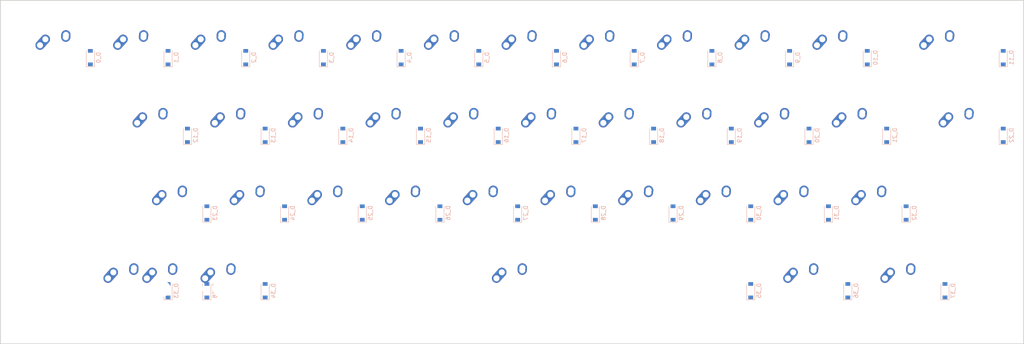
<source format=kicad_pcb>
(kicad_pcb (version 20171130) (host pcbnew "(5.0.0-3-g5ebb6b6)")

  (general
    (thickness 1.6)
    (drawings 0)
    (tracks 0)
    (zones 0)
    (modules 94)
    (nets 64)
  )

  (page A2)
  (layers
    (0 F.Cu signal)
    (31 B.Cu signal)
    (32 B.Adhes user)
    (33 F.Adhes user)
    (34 B.Paste user)
    (35 F.Paste user)
    (36 B.SilkS user)
    (37 F.SilkS user)
    (38 B.Mask user)
    (39 F.Mask user)
    (40 Dwgs.User user)
    (41 Cmts.User user)
    (42 Eco1.User user)
    (43 Eco2.User user)
    (44 Edge.Cuts user)
    (45 Margin user)
    (46 B.CrtYd user)
    (47 F.CrtYd user)
    (48 B.Fab user)
    (49 F.Fab user)
  )

  (setup
    (last_trace_width 0.25)
    (trace_clearance 0.2)
    (zone_clearance 0.508)
    (zone_45_only no)
    (trace_min 0.2)
    (segment_width 0.2)
    (edge_width 0.1)
    (via_size 0.8)
    (via_drill 0.4)
    (via_min_size 0.4)
    (via_min_drill 0.3)
    (uvia_size 0.3)
    (uvia_drill 0.1)
    (uvias_allowed no)
    (uvia_min_size 0.2)
    (uvia_min_drill 0.1)
    (pcb_text_width 0.3)
    (pcb_text_size 1.5 1.5)
    (mod_edge_width 0.15)
    (mod_text_size 1 1)
    (mod_text_width 0.15)
    (pad_size 1.5 1.5)
    (pad_drill 0.6)
    (pad_to_mask_clearance 0)
    (aux_axis_origin 0 0)
    (visible_elements FFFFFF7F)
    (pcbplotparams
      (layerselection 0x010fc_ffffffff)
      (usegerberextensions false)
      (usegerberattributes false)
      (usegerberadvancedattributes false)
      (creategerberjobfile false)
      (excludeedgelayer true)
      (linewidth 0.100000)
      (plotframeref false)
      (viasonmask false)
      (mode 1)
      (useauxorigin false)
      (hpglpennumber 1)
      (hpglpenspeed 20)
      (hpglpendiameter 15.000000)
      (psnegative false)
      (psa4output false)
      (plotreference true)
      (plotvalue true)
      (plotinvisibletext false)
      (padsonsilk false)
      (subtractmaskfromsilk false)
      (outputformat 1)
      (mirror false)
      (drillshape 1)
      (scaleselection 1)
      (outputdirectory ""))
  )

  (net 0 "")
  (net 1 "GND")
  (net 2 "VCC")
  (net 3 "col0")
  (net 4 "col1")
  (net 5 "col2")
  (net 6 "col3")
  (net 7 "col4")
  (net 8 "col5")
  (net 9 "col6")
  (net 10 "col7")
  (net 11 "col8")
  (net 12 "col9")
  (net 13 "col10")
  (net 14 "col11")
  (net 15 "col12")
  (net 16 "col13")
  (net 17 "row0")
  (net 18 "row1")
  (net 19 "row2")
  (net 20 "row3")
  (net 21 "row4")
  (net 22 "Net-(K_0-Pad1)")
  (net 23 "Net-(K_0-Pad2)")
  (net 24 "Net-(K_0-Pad3)")
  (net 25 "Net-(K_0-Pad4)")
  (net 26 "Net-(D_0-Pad1)")
  (net 27 "Net-(D_0-Pad2)")
  (net 28 "Net-(K_1-Pad1)")
  (net 29 "Net-(K_1-Pad2)")
  (net 30 "Net-(K_1-Pad3)")
  (net 31 "Net-(K_1-Pad4)")
  (net 32 "Net-(D_1-Pad1)")
  (net 33 "Net-(D_1-Pad2)")
  (net 34 "Net-(K_2-Pad1)")
  (net 35 "Net-(K_2-Pad2)")
  (net 36 "Net-(K_2-Pad3)")
  (net 37 "Net-(K_2-Pad4)")
  (net 38 "Net-(D_2-Pad1)")
  (net 39 "Net-(D_2-Pad2)")
  (net 40 "Net-(K_3-Pad1)")
  (net 41 "Net-(K_3-Pad2)")
  (net 42 "Net-(K_3-Pad3)")
  (net 43 "Net-(K_3-Pad4)")
  (net 44 "Net-(D_3-Pad1)")
  (net 45 "Net-(D_3-Pad2)")
  (net 46 "Net-(K_4-Pad1)")
  (net 47 "Net-(K_4-Pad2)")
  (net 48 "Net-(K_4-Pad3)")
  (net 49 "Net-(K_4-Pad4)")
  (net 50 "Net-(D_4-Pad1)")
  (net 51 "Net-(D_4-Pad2)")
  (net 52 "Net-(K_5-Pad1)")
  (net 53 "Net-(K_5-Pad2)")
  (net 54 "Net-(K_5-Pad3)")
  (net 55 "Net-(K_5-Pad4)")
  (net 56 "Net-(D_5-Pad1)")
  (net 57 "Net-(D_5-Pad2)")
  (net 58 "Net-(K_6-Pad1)")
  (net 59 "Net-(K_6-Pad2)")
  (net 60 "Net-(K_6-Pad3)")
  (net 61 "Net-(K_6-Pad4)")
  (net 62 "Net-(D_6-Pad1)")
  (net 63 "Net-(D_6-Pad2)")
  (net 64 "Net-(K_7-Pad1)")
  (net 65 "Net-(K_7-Pad2)")
  (net 66 "Net-(K_7-Pad3)")
  (net 67 "Net-(K_7-Pad4)")
  (net 68 "Net-(D_7-Pad1)")
  (net 69 "Net-(D_7-Pad2)")
  (net 70 "Net-(K_8-Pad1)")
  (net 71 "Net-(K_8-Pad2)")
  (net 72 "Net-(K_8-Pad3)")
  (net 73 "Net-(K_8-Pad4)")
  (net 74 "Net-(D_8-Pad1)")
  (net 75 "Net-(D_8-Pad2)")
  (net 76 "Net-(K_9-Pad1)")
  (net 77 "Net-(K_9-Pad2)")
  (net 78 "Net-(K_9-Pad3)")
  (net 79 "Net-(K_9-Pad4)")
  (net 80 "Net-(D_9-Pad1)")
  (net 81 "Net-(D_9-Pad2)")
  (net 82 "Net-(K_10-Pad1)")
  (net 83 "Net-(K_10-Pad2)")
  (net 84 "Net-(K_10-Pad3)")
  (net 85 "Net-(K_10-Pad4)")
  (net 86 "Net-(D_10-Pad1)")
  (net 87 "Net-(D_10-Pad2)")
  (net 88 "Net-(K_11-Pad1)")
  (net 89 "Net-(K_11-Pad2)")
  (net 90 "Net-(K_11-Pad3)")
  (net 91 "Net-(K_11-Pad4)")
  (net 92 "Net-(D_11-Pad1)")
  (net 93 "Net-(D_11-Pad2)")
  (net 94 "Net-(K_12-Pad1)")
  (net 95 "Net-(K_12-Pad2)")
  (net 96 "Net-(K_12-Pad3)")
  (net 97 "Net-(K_12-Pad4)")
  (net 98 "Net-(D_12-Pad1)")
  (net 99 "Net-(D_12-Pad2)")
  (net 100 "Net-(K_13-Pad1)")
  (net 101 "Net-(K_13-Pad2)")
  (net 102 "Net-(K_13-Pad3)")
  (net 103 "Net-(K_13-Pad4)")
  (net 104 "Net-(D_13-Pad1)")
  (net 105 "Net-(D_13-Pad2)")
  (net 106 "Net-(K_14-Pad1)")
  (net 107 "Net-(K_14-Pad2)")
  (net 108 "Net-(K_14-Pad3)")
  (net 109 "Net-(K_14-Pad4)")
  (net 110 "Net-(D_14-Pad1)")
  (net 111 "Net-(D_14-Pad2)")
  (net 112 "Net-(K_15-Pad1)")
  (net 113 "Net-(K_15-Pad2)")
  (net 114 "Net-(K_15-Pad3)")
  (net 115 "Net-(K_15-Pad4)")
  (net 116 "Net-(D_15-Pad1)")
  (net 117 "Net-(D_15-Pad2)")
  (net 118 "Net-(K_16-Pad1)")
  (net 119 "Net-(K_16-Pad2)")
  (net 120 "Net-(K_16-Pad3)")
  (net 121 "Net-(K_16-Pad4)")
  (net 122 "Net-(D_16-Pad1)")
  (net 123 "Net-(D_16-Pad2)")
  (net 124 "Net-(K_17-Pad1)")
  (net 125 "Net-(K_17-Pad2)")
  (net 126 "Net-(K_17-Pad3)")
  (net 127 "Net-(K_17-Pad4)")
  (net 128 "Net-(D_17-Pad1)")
  (net 129 "Net-(D_17-Pad2)")
  (net 130 "Net-(K_18-Pad1)")
  (net 131 "Net-(K_18-Pad2)")
  (net 132 "Net-(K_18-Pad3)")
  (net 133 "Net-(K_18-Pad4)")
  (net 134 "Net-(D_18-Pad1)")
  (net 135 "Net-(D_18-Pad2)")
  (net 136 "Net-(K_19-Pad1)")
  (net 137 "Net-(K_19-Pad2)")
  (net 138 "Net-(K_19-Pad3)")
  (net 139 "Net-(K_19-Pad4)")
  (net 140 "Net-(D_19-Pad1)")
  (net 141 "Net-(D_19-Pad2)")
  (net 142 "Net-(K_20-Pad1)")
  (net 143 "Net-(K_20-Pad2)")
  (net 144 "Net-(K_20-Pad3)")
  (net 145 "Net-(K_20-Pad4)")
  (net 146 "Net-(D_20-Pad1)")
  (net 147 "Net-(D_20-Pad2)")
  (net 148 "Net-(K_21-Pad1)")
  (net 149 "Net-(K_21-Pad2)")
  (net 150 "Net-(K_21-Pad3)")
  (net 151 "Net-(K_21-Pad4)")
  (net 152 "Net-(D_21-Pad1)")
  (net 153 "Net-(D_21-Pad2)")
  (net 154 "Net-(K_38-Pad1)")
  (net 155 "Net-(K_38-Pad2)")
  (net 156 "Net-(K_38-Pad3)")
  (net 157 "Net-(K_38-Pad4)")
  (net 158 "Net-(D_38-Pad1)")
  (net 159 "Net-(D_38-Pad2)")
  (net 160 "Net-(K_23-Pad1)")
  (net 161 "Net-(K_23-Pad2)")
  (net 162 "Net-(K_23-Pad3)")
  (net 163 "Net-(K_23-Pad4)")
  (net 164 "Net-(D_23-Pad1)")
  (net 165 "Net-(D_23-Pad2)")
  (net 166 "Net-(K_24-Pad1)")
  (net 167 "Net-(K_24-Pad2)")
  (net 168 "Net-(K_24-Pad3)")
  (net 169 "Net-(K_24-Pad4)")
  (net 170 "Net-(D_24-Pad1)")
  (net 171 "Net-(D_24-Pad2)")
  (net 172 "Net-(K_25-Pad1)")
  (net 173 "Net-(K_25-Pad2)")
  (net 174 "Net-(K_25-Pad3)")
  (net 175 "Net-(K_25-Pad4)")
  (net 176 "Net-(D_25-Pad1)")
  (net 177 "Net-(D_25-Pad2)")
  (net 178 "Net-(K_26-Pad1)")
  (net 179 "Net-(K_26-Pad2)")
  (net 180 "Net-(K_26-Pad3)")
  (net 181 "Net-(K_26-Pad4)")
  (net 182 "Net-(D_26-Pad1)")
  (net 183 "Net-(D_26-Pad2)")
  (net 184 "Net-(K_27-Pad1)")
  (net 185 "Net-(K_27-Pad2)")
  (net 186 "Net-(K_27-Pad3)")
  (net 187 "Net-(K_27-Pad4)")
  (net 188 "Net-(D_27-Pad1)")
  (net 189 "Net-(D_27-Pad2)")
  (net 190 "Net-(K_28-Pad1)")
  (net 191 "Net-(K_28-Pad2)")
  (net 192 "Net-(K_28-Pad3)")
  (net 193 "Net-(K_28-Pad4)")
  (net 194 "Net-(D_28-Pad1)")
  (net 195 "Net-(D_28-Pad2)")
  (net 196 "Net-(K_29-Pad1)")
  (net 197 "Net-(K_29-Pad2)")
  (net 198 "Net-(K_29-Pad3)")
  (net 199 "Net-(K_29-Pad4)")
  (net 200 "Net-(D_29-Pad1)")
  (net 201 "Net-(D_29-Pad2)")
  (net 202 "Net-(K_30-Pad1)")
  (net 203 "Net-(K_30-Pad2)")
  (net 204 "Net-(K_30-Pad3)")
  (net 205 "Net-(K_30-Pad4)")
  (net 206 "Net-(D_30-Pad1)")
  (net 207 "Net-(D_30-Pad2)")
  (net 208 "Net-(K_31-Pad1)")
  (net 209 "Net-(K_31-Pad2)")
  (net 210 "Net-(K_31-Pad3)")
  (net 211 "Net-(K_31-Pad4)")
  (net 212 "Net-(D_31-Pad1)")
  (net 213 "Net-(D_31-Pad2)")
  (net 214 "Net-(K_32-Pad1)")
  (net 215 "Net-(K_32-Pad2)")
  (net 216 "Net-(K_32-Pad3)")
  (net 217 "Net-(K_32-Pad4)")
  (net 218 "Net-(D_32-Pad1)")
  (net 219 "Net-(D_32-Pad2)")
  (net 220 "Net-(K_22-Pad1)")
  (net 221 "Net-(K_22-Pad2)")
  (net 222 "Net-(K_22-Pad3)")
  (net 223 "Net-(K_22-Pad4)")
  (net 224 "Net-(D_22-Pad1)")
  (net 225 "Net-(D_22-Pad2)")
  (net 226 "Net-(K_33-Pad1)")
  (net 227 "Net-(K_33-Pad2)")
  (net 228 "Net-(K_33-Pad3)")
  (net 229 "Net-(K_33-Pad4)")
  (net 230 "Net-(D_33-Pad1)")
  (net 231 "Net-(D_33-Pad2)")
  (net 232 "Net-(K_34-Pad1)")
  (net 233 "Net-(K_34-Pad2)")
  (net 234 "Net-(K_34-Pad3)")
  (net 235 "Net-(K_34-Pad4)")
  (net 236 "Net-(D_34-Pad1)")
  (net 237 "Net-(D_34-Pad2)")
  (net 238 "Net-(K_35-Pad1)")
  (net 239 "Net-(K_35-Pad2)")
  (net 240 "Net-(K_35-Pad3)")
  (net 241 "Net-(K_35-Pad4)")
  (net 242 "Net-(D_35-Pad1)")
  (net 243 "Net-(D_35-Pad2)")
  (net 244 "Net-(K_36-Pad1)")
  (net 245 "Net-(K_36-Pad2)")
  (net 246 "Net-(K_36-Pad3)")
  (net 247 "Net-(K_36-Pad4)")
  (net 248 "Net-(D_36-Pad1)")
  (net 249 "Net-(D_36-Pad2)")
  (net 250 "Net-(K_37-Pad1)")
  (net 251 "Net-(K_37-Pad2)")
  (net 252 "Net-(K_37-Pad3)")
  (net 253 "Net-(K_37-Pad4)")
  (net 254 "Net-(D_37-Pad1)")
  (net 255 "Net-(D_37-Pad2)")

(net_class Default "This is the default net class."
  (clearance 0.2)
  (trace_width 0.25)
  (via_dia 0.8)
  (via_drill 0.4)
  (uvia_dia 0.3)
  (uvia_drill 0.1)
  (add_net "")
  (add_net "GND")
  (add_net "VCC")
  (add_net "col0")
  (add_net "col1")
  (add_net "col2")
  (add_net "col3")
  (add_net "col4")
  (add_net "col5")
  (add_net "col6")
  (add_net "col7")
  (add_net "col8")
  (add_net "col9")
  (add_net "col10")
  (add_net "col11")
  (add_net "col12")
  (add_net "col13")
  (add_net "row0")
  (add_net "row1")
  (add_net "row2")
  (add_net "row3")
  (add_net "row4")
  (add_net "Net-(K_0-Pad1)")
  (add_net "Net-(K_0-Pad2)")
  (add_net "Net-(K_0-Pad3)")
  (add_net "Net-(K_0-Pad4)")
  (add_net "Net-(D_0-Pad1)")
  (add_net "Net-(D_0-Pad2)")
  (add_net "Net-(K_1-Pad1)")
  (add_net "Net-(K_1-Pad2)")
  (add_net "Net-(K_1-Pad3)")
  (add_net "Net-(K_1-Pad4)")
  (add_net "Net-(D_1-Pad1)")
  (add_net "Net-(D_1-Pad2)")
  (add_net "Net-(K_2-Pad1)")
  (add_net "Net-(K_2-Pad2)")
  (add_net "Net-(K_2-Pad3)")
  (add_net "Net-(K_2-Pad4)")
  (add_net "Net-(D_2-Pad1)")
  (add_net "Net-(D_2-Pad2)")
  (add_net "Net-(K_3-Pad1)")
  (add_net "Net-(K_3-Pad2)")
  (add_net "Net-(K_3-Pad3)")
  (add_net "Net-(K_3-Pad4)")
  (add_net "Net-(D_3-Pad1)")
  (add_net "Net-(D_3-Pad2)")
  (add_net "Net-(K_4-Pad1)")
  (add_net "Net-(K_4-Pad2)")
  (add_net "Net-(K_4-Pad3)")
  (add_net "Net-(K_4-Pad4)")
  (add_net "Net-(D_4-Pad1)")
  (add_net "Net-(D_4-Pad2)")
  (add_net "Net-(K_5-Pad1)")
  (add_net "Net-(K_5-Pad2)")
  (add_net "Net-(K_5-Pad3)")
  (add_net "Net-(K_5-Pad4)")
  (add_net "Net-(D_5-Pad1)")
  (add_net "Net-(D_5-Pad2)")
  (add_net "Net-(K_6-Pad1)")
  (add_net "Net-(K_6-Pad2)")
  (add_net "Net-(K_6-Pad3)")
  (add_net "Net-(K_6-Pad4)")
  (add_net "Net-(D_6-Pad1)")
  (add_net "Net-(D_6-Pad2)")
  (add_net "Net-(K_7-Pad1)")
  (add_net "Net-(K_7-Pad2)")
  (add_net "Net-(K_7-Pad3)")
  (add_net "Net-(K_7-Pad4)")
  (add_net "Net-(D_7-Pad1)")
  (add_net "Net-(D_7-Pad2)")
  (add_net "Net-(K_8-Pad1)")
  (add_net "Net-(K_8-Pad2)")
  (add_net "Net-(K_8-Pad3)")
  (add_net "Net-(K_8-Pad4)")
  (add_net "Net-(D_8-Pad1)")
  (add_net "Net-(D_8-Pad2)")
  (add_net "Net-(K_9-Pad1)")
  (add_net "Net-(K_9-Pad2)")
  (add_net "Net-(K_9-Pad3)")
  (add_net "Net-(K_9-Pad4)")
  (add_net "Net-(D_9-Pad1)")
  (add_net "Net-(D_9-Pad2)")
  (add_net "Net-(K_10-Pad1)")
  (add_net "Net-(K_10-Pad2)")
  (add_net "Net-(K_10-Pad3)")
  (add_net "Net-(K_10-Pad4)")
  (add_net "Net-(D_10-Pad1)")
  (add_net "Net-(D_10-Pad2)")
  (add_net "Net-(K_11-Pad1)")
  (add_net "Net-(K_11-Pad2)")
  (add_net "Net-(K_11-Pad3)")
  (add_net "Net-(K_11-Pad4)")
  (add_net "Net-(D_11-Pad1)")
  (add_net "Net-(D_11-Pad2)")
  (add_net "Net-(K_12-Pad1)")
  (add_net "Net-(K_12-Pad2)")
  (add_net "Net-(K_12-Pad3)")
  (add_net "Net-(K_12-Pad4)")
  (add_net "Net-(D_12-Pad1)")
  (add_net "Net-(D_12-Pad2)")
  (add_net "Net-(K_13-Pad1)")
  (add_net "Net-(K_13-Pad2)")
  (add_net "Net-(K_13-Pad3)")
  (add_net "Net-(K_13-Pad4)")
  (add_net "Net-(D_13-Pad1)")
  (add_net "Net-(D_13-Pad2)")
  (add_net "Net-(K_14-Pad1)")
  (add_net "Net-(K_14-Pad2)")
  (add_net "Net-(K_14-Pad3)")
  (add_net "Net-(K_14-Pad4)")
  (add_net "Net-(D_14-Pad1)")
  (add_net "Net-(D_14-Pad2)")
  (add_net "Net-(K_15-Pad1)")
  (add_net "Net-(K_15-Pad2)")
  (add_net "Net-(K_15-Pad3)")
  (add_net "Net-(K_15-Pad4)")
  (add_net "Net-(D_15-Pad1)")
  (add_net "Net-(D_15-Pad2)")
  (add_net "Net-(K_16-Pad1)")
  (add_net "Net-(K_16-Pad2)")
  (add_net "Net-(K_16-Pad3)")
  (add_net "Net-(K_16-Pad4)")
  (add_net "Net-(D_16-Pad1)")
  (add_net "Net-(D_16-Pad2)")
  (add_net "Net-(K_17-Pad1)")
  (add_net "Net-(K_17-Pad2)")
  (add_net "Net-(K_17-Pad3)")
  (add_net "Net-(K_17-Pad4)")
  (add_net "Net-(D_17-Pad1)")
  (add_net "Net-(D_17-Pad2)")
  (add_net "Net-(K_18-Pad1)")
  (add_net "Net-(K_18-Pad2)")
  (add_net "Net-(K_18-Pad3)")
  (add_net "Net-(K_18-Pad4)")
  (add_net "Net-(D_18-Pad1)")
  (add_net "Net-(D_18-Pad2)")
  (add_net "Net-(K_19-Pad1)")
  (add_net "Net-(K_19-Pad2)")
  (add_net "Net-(K_19-Pad3)")
  (add_net "Net-(K_19-Pad4)")
  (add_net "Net-(D_19-Pad1)")
  (add_net "Net-(D_19-Pad2)")
  (add_net "Net-(K_20-Pad1)")
  (add_net "Net-(K_20-Pad2)")
  (add_net "Net-(K_20-Pad3)")
  (add_net "Net-(K_20-Pad4)")
  (add_net "Net-(D_20-Pad1)")
  (add_net "Net-(D_20-Pad2)")
  (add_net "Net-(K_21-Pad1)")
  (add_net "Net-(K_21-Pad2)")
  (add_net "Net-(K_21-Pad3)")
  (add_net "Net-(K_21-Pad4)")
  (add_net "Net-(D_21-Pad1)")
  (add_net "Net-(D_21-Pad2)")
  (add_net "Net-(K_38-Pad1)")
  (add_net "Net-(K_38-Pad2)")
  (add_net "Net-(K_38-Pad3)")
  (add_net "Net-(K_38-Pad4)")
  (add_net "Net-(D_38-Pad1)")
  (add_net "Net-(D_38-Pad2)")
  (add_net "Net-(K_23-Pad1)")
  (add_net "Net-(K_23-Pad2)")
  (add_net "Net-(K_23-Pad3)")
  (add_net "Net-(K_23-Pad4)")
  (add_net "Net-(D_23-Pad1)")
  (add_net "Net-(D_23-Pad2)")
  (add_net "Net-(K_24-Pad1)")
  (add_net "Net-(K_24-Pad2)")
  (add_net "Net-(K_24-Pad3)")
  (add_net "Net-(K_24-Pad4)")
  (add_net "Net-(D_24-Pad1)")
  (add_net "Net-(D_24-Pad2)")
  (add_net "Net-(K_25-Pad1)")
  (add_net "Net-(K_25-Pad2)")
  (add_net "Net-(K_25-Pad3)")
  (add_net "Net-(K_25-Pad4)")
  (add_net "Net-(D_25-Pad1)")
  (add_net "Net-(D_25-Pad2)")
  (add_net "Net-(K_26-Pad1)")
  (add_net "Net-(K_26-Pad2)")
  (add_net "Net-(K_26-Pad3)")
  (add_net "Net-(K_26-Pad4)")
  (add_net "Net-(D_26-Pad1)")
  (add_net "Net-(D_26-Pad2)")
  (add_net "Net-(K_27-Pad1)")
  (add_net "Net-(K_27-Pad2)")
  (add_net "Net-(K_27-Pad3)")
  (add_net "Net-(K_27-Pad4)")
  (add_net "Net-(D_27-Pad1)")
  (add_net "Net-(D_27-Pad2)")
  (add_net "Net-(K_28-Pad1)")
  (add_net "Net-(K_28-Pad2)")
  (add_net "Net-(K_28-Pad3)")
  (add_net "Net-(K_28-Pad4)")
  (add_net "Net-(D_28-Pad1)")
  (add_net "Net-(D_28-Pad2)")
  (add_net "Net-(K_29-Pad1)")
  (add_net "Net-(K_29-Pad2)")
  (add_net "Net-(K_29-Pad3)")
  (add_net "Net-(K_29-Pad4)")
  (add_net "Net-(D_29-Pad1)")
  (add_net "Net-(D_29-Pad2)")
  (add_net "Net-(K_30-Pad1)")
  (add_net "Net-(K_30-Pad2)")
  (add_net "Net-(K_30-Pad3)")
  (add_net "Net-(K_30-Pad4)")
  (add_net "Net-(D_30-Pad1)")
  (add_net "Net-(D_30-Pad2)")
  (add_net "Net-(K_31-Pad1)")
  (add_net "Net-(K_31-Pad2)")
  (add_net "Net-(K_31-Pad3)")
  (add_net "Net-(K_31-Pad4)")
  (add_net "Net-(D_31-Pad1)")
  (add_net "Net-(D_31-Pad2)")
  (add_net "Net-(K_32-Pad1)")
  (add_net "Net-(K_32-Pad2)")
  (add_net "Net-(K_32-Pad3)")
  (add_net "Net-(K_32-Pad4)")
  (add_net "Net-(D_32-Pad1)")
  (add_net "Net-(D_32-Pad2)")
  (add_net "Net-(K_22-Pad1)")
  (add_net "Net-(K_22-Pad2)")
  (add_net "Net-(K_22-Pad3)")
  (add_net "Net-(K_22-Pad4)")
  (add_net "Net-(D_22-Pad1)")
  (add_net "Net-(D_22-Pad2)")
  (add_net "Net-(K_33-Pad1)")
  (add_net "Net-(K_33-Pad2)")
  (add_net "Net-(K_33-Pad3)")
  (add_net "Net-(K_33-Pad4)")
  (add_net "Net-(D_33-Pad1)")
  (add_net "Net-(D_33-Pad2)")
  (add_net "Net-(K_34-Pad1)")
  (add_net "Net-(K_34-Pad2)")
  (add_net "Net-(K_34-Pad3)")
  (add_net "Net-(K_34-Pad4)")
  (add_net "Net-(D_34-Pad1)")
  (add_net "Net-(D_34-Pad2)")
  (add_net "Net-(K_35-Pad1)")
  (add_net "Net-(K_35-Pad2)")
  (add_net "Net-(K_35-Pad3)")
  (add_net "Net-(K_35-Pad4)")
  (add_net "Net-(D_35-Pad1)")
  (add_net "Net-(D_35-Pad2)")
  (add_net "Net-(K_36-Pad1)")
  (add_net "Net-(K_36-Pad2)")
  (add_net "Net-(K_36-Pad3)")
  (add_net "Net-(K_36-Pad4)")
  (add_net "Net-(D_36-Pad1)")
  (add_net "Net-(D_36-Pad2)")
  (add_net "Net-(K_37-Pad1)")
  (add_net "Net-(K_37-Pad2)")
  (add_net "Net-(K_37-Pad3)")
  (add_net "Net-(K_37-Pad4)")
  (add_net "Net-(D_37-Pad1)")
  (add_net "Net-(D_37-Pad2)")
)

  (module MX_Alps_Hybrid:MX-1U-NoLED (layer F.Cu) (tedit 5A9F5203)
  (tstamp 00)
  (at
  9.525000000000007
  9.525
  )
  (path /00000001)
  (fp_text reference K_0 (at 0 3.175) (layer Dwgs.User)
    (effects (font (size 1 1) (thickness 0.15)))
  )
  (fp_text value KEYSW (at 0 -7.9375) (layer Dwgs.User)
    (effects (font (size 1 1) (thickness 0.15)))
  )
  (fp_line (start 5 -7) (end 7 -7) (layer Dwgs.User) (width 0.15))
  (fp_line (start 7 -7) (end 7 -5) (layer Dwgs.User) (width 0.15))
  (fp_line (start 5 7) (end 7 7) (layer Dwgs.User) (width 0.15))
  (fp_line (start 7 7) (end 7 5) (layer Dwgs.User) (width 0.15))
  (fp_line (start -7 5) (end -7 7) (layer Dwgs.User) (width 0.15))
  (fp_line (start -7 7) (end -5 7) (layer Dwgs.User) (width 0.15))
  (fp_line (start -5 -7) (end -7 -7) (layer Dwgs.User) (width 0.15))
  (fp_line (start -7 -7) (end -7 -5) (layer Dwgs.User) (width 0.15))
  (fp_line (start -9.525 -9.525) (end 9.525 -9.525) (layer Dwgs.User) (width 0.15))
  (fp_line (start 9.525 -9.525) (end 9.525 9.525) (layer Dwgs.User) (width 0.15))
  (fp_line (start 9.525 9.525) (end -9.525 9.525) (layer Dwgs.User) (width 0.15))
  (fp_line (start -9.525 9.525) (end -9.525 -9.525) (layer Dwgs.User) (width 0.15))
  (pad 1 thru_hole circle (at -2.5 -4) (size 2.25 2.25) (drill 1.47) (layers *.Cu B.Mask)
    (net 3 "col0"))
  (pad 1 thru_hole oval (at -3.81 -2.54 48.0996) (size 4.211556 2.25) (drill 1.47 (offset 0.980778 0)) (layers *.Cu B.Mask)
    (net 3 "col0"))
  (pad 2 thru_hole oval (at 2.5 -4.5 86.0548) (size 2.831378 2.25) (drill 1.47 (offset 0.290689 0)) (layers *.Cu B.Mask)
    (net 27 "Net-(D_0-Pad2)"))
  (pad 2 thru_hole circle (at 2.54 -5.08) (size 2.25 2.25) (drill 1.47) (layers *.Cu B.Mask)
    (net 27 "Net-(D_0-Pad2)"))
  (pad "" np_thru_hole circle (at 0 0) (size 3.9878 3.9878) (drill 3.9878) (layers *.Cu *.Mask))
  (pad "" np_thru_hole circle (at -5.08 0 48.0996) (size 1.75 1.75) (drill 1.75) (layers *.Cu *.Mask))
  (pad "" np_thru_hole circle (at 5.08 0 48.0996) (size 1.75 1.75) (drill 1.75) (layers *.Cu *.Mask))

  
  
  
)
(module Diode_SMD:D_SOD-123 (layer B.Cu) (tedit 561B6A12) (tstamp 01)
    (at
    18.050000000000008
    10.025
    90)
    (descr SOD-123)
    (tags SOD-123)
    (path /00000000)
    (attr smd)
    (fp_text reference D_0 (at 0 2 90) (layer B.SilkS)
      (effects (font (size 1 1) (thickness 0.15)) (justify mirror))
    )
    (fp_text value D (at 0 -2.1 90) (layer B.Fab)
      (effects (font (size 1 1) (thickness 0.15)) (justify mirror))
    )
    (fp_line (start -2.25 1) (end 1.65 1) (layer B.SilkS) (width 0.12))
    (fp_line (start -2.25 -1) (end 1.65 -1) (layer B.SilkS) (width 0.12))
    (fp_line (start -2.35 1.15) (end -2.35 -1.15) (layer B.CrtYd) (width 0.05))
    (fp_line (start 2.35 -1.15) (end -2.35 -1.15) (layer B.CrtYd) (width 0.05))
    (fp_line (start 2.35 1.15) (end 2.35 -1.15) (layer B.CrtYd) (width 0.05))
    (fp_line (start -2.35 1.15) (end 2.35 1.15) (layer B.CrtYd) (width 0.05))
    (fp_line (start -1.4 0.9) (end 1.4 0.9) (layer B.Fab) (width 0.1))
    (fp_line (start 1.4 0.9) (end 1.4 -0.9) (layer B.Fab) (width 0.1))
    (fp_line (start 1.4 -0.9) (end -1.4 -0.9) (layer B.Fab) (width 0.1))
    (fp_line (start -1.4 -0.9) (end -1.4 0.9) (layer B.Fab) (width 0.1))
    (fp_line (start -0.75 0) (end -0.35 0) (layer B.Fab) (width 0.1))
    (fp_line (start -0.35 0) (end -0.35 0.55) (layer B.Fab) (width 0.1))
    (fp_line (start -0.35 0) (end -0.35 -0.55) (layer B.Fab) (width 0.1))
    (fp_line (start -0.35 0) (end 0.25 0.4) (layer B.Fab) (width 0.1))
    (fp_line (start 0.25 0.4) (end 0.25 -0.4) (layer B.Fab) (width 0.1))
    (fp_line (start 0.25 -0.4) (end -0.35 0) (layer B.Fab) (width 0.1))
    (fp_line (start 0.25 0) (end 0.75 0) (layer B.Fab) (width 0.1))
    (fp_line (start -2.25 1) (end -2.25 -1) (layer B.SilkS) (width 0.12))
    (fp_text user %R (at 0 2 270) (layer B.Fab)
      (effects (font (size 1 1) (thickness 0.15)) (justify mirror))
    )
    (pad 2 smd rect (at 1.65 0 90) (size 0.9 1.2) (layers B.Cu B.Paste B.Mask)
      (net 27 "Net-(D_0-Pad2)"))
    (pad 1 smd rect (at -1.65 0 90) (size 0.9 1.2) (layers B.Cu B.Paste B.Mask)
      (net 17 "row0"))
    (model ${KISYS3DMOD}/Diode_SMD.3dshapes/D_SOD-123.wrl
      (at (xyz 0 0 0))
      (scale (xyz 1 1 1))
      (rotate (xyz 0 0 0))
    )
  )

(module MX_Alps_Hybrid:MX-1U-NoLED (layer F.Cu) (tedit 5A9F5203)
  (tstamp 10)
  (at
  28.57500000000001
  9.525
  )
  (path /00000011)
  (fp_text reference K_1 (at 0 3.175) (layer Dwgs.User)
    (effects (font (size 1 1) (thickness 0.15)))
  )
  (fp_text value KEYSW (at 0 -7.9375) (layer Dwgs.User)
    (effects (font (size 1 1) (thickness 0.15)))
  )
  (fp_line (start 5 -7) (end 7 -7) (layer Dwgs.User) (width 0.15))
  (fp_line (start 7 -7) (end 7 -5) (layer Dwgs.User) (width 0.15))
  (fp_line (start 5 7) (end 7 7) (layer Dwgs.User) (width 0.15))
  (fp_line (start 7 7) (end 7 5) (layer Dwgs.User) (width 0.15))
  (fp_line (start -7 5) (end -7 7) (layer Dwgs.User) (width 0.15))
  (fp_line (start -7 7) (end -5 7) (layer Dwgs.User) (width 0.15))
  (fp_line (start -5 -7) (end -7 -7) (layer Dwgs.User) (width 0.15))
  (fp_line (start -7 -7) (end -7 -5) (layer Dwgs.User) (width 0.15))
  (fp_line (start -9.525 -9.525) (end 9.525 -9.525) (layer Dwgs.User) (width 0.15))
  (fp_line (start 9.525 -9.525) (end 9.525 9.525) (layer Dwgs.User) (width 0.15))
  (fp_line (start 9.525 9.525) (end -9.525 9.525) (layer Dwgs.User) (width 0.15))
  (fp_line (start -9.525 9.525) (end -9.525 -9.525) (layer Dwgs.User) (width 0.15))
  (pad 1 thru_hole circle (at -2.5 -4) (size 2.25 2.25) (drill 1.47) (layers *.Cu B.Mask)
    (net 4 "col1"))
  (pad 1 thru_hole oval (at -3.81 -2.54 48.0996) (size 4.211556 2.25) (drill 1.47 (offset 0.980778 0)) (layers *.Cu B.Mask)
    (net 4 "col1"))
  (pad 2 thru_hole oval (at 2.5 -4.5 86.0548) (size 2.831378 2.25) (drill 1.47 (offset 0.290689 0)) (layers *.Cu B.Mask)
    (net 33 "Net-(D_1-Pad2)"))
  (pad 2 thru_hole circle (at 2.54 -5.08) (size 2.25 2.25) (drill 1.47) (layers *.Cu B.Mask)
    (net 33 "Net-(D_1-Pad2)"))
  (pad "" np_thru_hole circle (at 0 0) (size 3.9878 3.9878) (drill 3.9878) (layers *.Cu *.Mask))
  (pad "" np_thru_hole circle (at -5.08 0 48.0996) (size 1.75 1.75) (drill 1.75) (layers *.Cu *.Mask))
  (pad "" np_thru_hole circle (at 5.08 0 48.0996) (size 1.75 1.75) (drill 1.75) (layers *.Cu *.Mask))

  
  
  
)
(module Diode_SMD:D_SOD-123 (layer B.Cu) (tedit 561B6A12) (tstamp 11)
    (at
    37.10000000000001
    10.025
    90)
    (descr SOD-123)
    (tags SOD-123)
    (path /00000010)
    (attr smd)
    (fp_text reference D_1 (at 0 2 90) (layer B.SilkS)
      (effects (font (size 1 1) (thickness 0.15)) (justify mirror))
    )
    (fp_text value D (at 0 -2.1 90) (layer B.Fab)
      (effects (font (size 1 1) (thickness 0.15)) (justify mirror))
    )
    (fp_line (start -2.25 1) (end 1.65 1) (layer B.SilkS) (width 0.12))
    (fp_line (start -2.25 -1) (end 1.65 -1) (layer B.SilkS) (width 0.12))
    (fp_line (start -2.35 1.15) (end -2.35 -1.15) (layer B.CrtYd) (width 0.05))
    (fp_line (start 2.35 -1.15) (end -2.35 -1.15) (layer B.CrtYd) (width 0.05))
    (fp_line (start 2.35 1.15) (end 2.35 -1.15) (layer B.CrtYd) (width 0.05))
    (fp_line (start -2.35 1.15) (end 2.35 1.15) (layer B.CrtYd) (width 0.05))
    (fp_line (start -1.4 0.9) (end 1.4 0.9) (layer B.Fab) (width 0.1))
    (fp_line (start 1.4 0.9) (end 1.4 -0.9) (layer B.Fab) (width 0.1))
    (fp_line (start 1.4 -0.9) (end -1.4 -0.9) (layer B.Fab) (width 0.1))
    (fp_line (start -1.4 -0.9) (end -1.4 0.9) (layer B.Fab) (width 0.1))
    (fp_line (start -0.75 0) (end -0.35 0) (layer B.Fab) (width 0.1))
    (fp_line (start -0.35 0) (end -0.35 0.55) (layer B.Fab) (width 0.1))
    (fp_line (start -0.35 0) (end -0.35 -0.55) (layer B.Fab) (width 0.1))
    (fp_line (start -0.35 0) (end 0.25 0.4) (layer B.Fab) (width 0.1))
    (fp_line (start 0.25 0.4) (end 0.25 -0.4) (layer B.Fab) (width 0.1))
    (fp_line (start 0.25 -0.4) (end -0.35 0) (layer B.Fab) (width 0.1))
    (fp_line (start 0.25 0) (end 0.75 0) (layer B.Fab) (width 0.1))
    (fp_line (start -2.25 1) (end -2.25 -1) (layer B.SilkS) (width 0.12))
    (fp_text user %R (at 0 2 270) (layer B.Fab)
      (effects (font (size 1 1) (thickness 0.15)) (justify mirror))
    )
    (pad 2 smd rect (at 1.65 0 90) (size 0.9 1.2) (layers B.Cu B.Paste B.Mask)
      (net 33 "Net-(D_1-Pad2)"))
    (pad 1 smd rect (at -1.65 0 90) (size 0.9 1.2) (layers B.Cu B.Paste B.Mask)
      (net 17 "row0"))
    (model ${KISYS3DMOD}/Diode_SMD.3dshapes/D_SOD-123.wrl
      (at (xyz 0 0 0))
      (scale (xyz 1 1 1))
      (rotate (xyz 0 0 0))
    )
  )

(module MX_Alps_Hybrid:MX-1U-NoLED (layer F.Cu) (tedit 5A9F5203)
  (tstamp 20)
  (at
  47.62500000000001
  9.525
  )
  (path /00000021)
  (fp_text reference K_2 (at 0 3.175) (layer Dwgs.User)
    (effects (font (size 1 1) (thickness 0.15)))
  )
  (fp_text value KEYSW (at 0 -7.9375) (layer Dwgs.User)
    (effects (font (size 1 1) (thickness 0.15)))
  )
  (fp_line (start 5 -7) (end 7 -7) (layer Dwgs.User) (width 0.15))
  (fp_line (start 7 -7) (end 7 -5) (layer Dwgs.User) (width 0.15))
  (fp_line (start 5 7) (end 7 7) (layer Dwgs.User) (width 0.15))
  (fp_line (start 7 7) (end 7 5) (layer Dwgs.User) (width 0.15))
  (fp_line (start -7 5) (end -7 7) (layer Dwgs.User) (width 0.15))
  (fp_line (start -7 7) (end -5 7) (layer Dwgs.User) (width 0.15))
  (fp_line (start -5 -7) (end -7 -7) (layer Dwgs.User) (width 0.15))
  (fp_line (start -7 -7) (end -7 -5) (layer Dwgs.User) (width 0.15))
  (fp_line (start -9.525 -9.525) (end 9.525 -9.525) (layer Dwgs.User) (width 0.15))
  (fp_line (start 9.525 -9.525) (end 9.525 9.525) (layer Dwgs.User) (width 0.15))
  (fp_line (start 9.525 9.525) (end -9.525 9.525) (layer Dwgs.User) (width 0.15))
  (fp_line (start -9.525 9.525) (end -9.525 -9.525) (layer Dwgs.User) (width 0.15))
  (pad 1 thru_hole circle (at -2.5 -4) (size 2.25 2.25) (drill 1.47) (layers *.Cu B.Mask)
    (net 5 "col2"))
  (pad 1 thru_hole oval (at -3.81 -2.54 48.0996) (size 4.211556 2.25) (drill 1.47 (offset 0.980778 0)) (layers *.Cu B.Mask)
    (net 5 "col2"))
  (pad 2 thru_hole oval (at 2.5 -4.5 86.0548) (size 2.831378 2.25) (drill 1.47 (offset 0.290689 0)) (layers *.Cu B.Mask)
    (net 39 "Net-(D_2-Pad2)"))
  (pad 2 thru_hole circle (at 2.54 -5.08) (size 2.25 2.25) (drill 1.47) (layers *.Cu B.Mask)
    (net 39 "Net-(D_2-Pad2)"))
  (pad "" np_thru_hole circle (at 0 0) (size 3.9878 3.9878) (drill 3.9878) (layers *.Cu *.Mask))
  (pad "" np_thru_hole circle (at -5.08 0 48.0996) (size 1.75 1.75) (drill 1.75) (layers *.Cu *.Mask))
  (pad "" np_thru_hole circle (at 5.08 0 48.0996) (size 1.75 1.75) (drill 1.75) (layers *.Cu *.Mask))

  
  
  
)
(module Diode_SMD:D_SOD-123 (layer B.Cu) (tedit 561B6A12) (tstamp 21)
    (at
    56.150000000000006
    10.025
    90)
    (descr SOD-123)
    (tags SOD-123)
    (path /00000020)
    (attr smd)
    (fp_text reference D_2 (at 0 2 90) (layer B.SilkS)
      (effects (font (size 1 1) (thickness 0.15)) (justify mirror))
    )
    (fp_text value D (at 0 -2.1 90) (layer B.Fab)
      (effects (font (size 1 1) (thickness 0.15)) (justify mirror))
    )
    (fp_line (start -2.25 1) (end 1.65 1) (layer B.SilkS) (width 0.12))
    (fp_line (start -2.25 -1) (end 1.65 -1) (layer B.SilkS) (width 0.12))
    (fp_line (start -2.35 1.15) (end -2.35 -1.15) (layer B.CrtYd) (width 0.05))
    (fp_line (start 2.35 -1.15) (end -2.35 -1.15) (layer B.CrtYd) (width 0.05))
    (fp_line (start 2.35 1.15) (end 2.35 -1.15) (layer B.CrtYd) (width 0.05))
    (fp_line (start -2.35 1.15) (end 2.35 1.15) (layer B.CrtYd) (width 0.05))
    (fp_line (start -1.4 0.9) (end 1.4 0.9) (layer B.Fab) (width 0.1))
    (fp_line (start 1.4 0.9) (end 1.4 -0.9) (layer B.Fab) (width 0.1))
    (fp_line (start 1.4 -0.9) (end -1.4 -0.9) (layer B.Fab) (width 0.1))
    (fp_line (start -1.4 -0.9) (end -1.4 0.9) (layer B.Fab) (width 0.1))
    (fp_line (start -0.75 0) (end -0.35 0) (layer B.Fab) (width 0.1))
    (fp_line (start -0.35 0) (end -0.35 0.55) (layer B.Fab) (width 0.1))
    (fp_line (start -0.35 0) (end -0.35 -0.55) (layer B.Fab) (width 0.1))
    (fp_line (start -0.35 0) (end 0.25 0.4) (layer B.Fab) (width 0.1))
    (fp_line (start 0.25 0.4) (end 0.25 -0.4) (layer B.Fab) (width 0.1))
    (fp_line (start 0.25 -0.4) (end -0.35 0) (layer B.Fab) (width 0.1))
    (fp_line (start 0.25 0) (end 0.75 0) (layer B.Fab) (width 0.1))
    (fp_line (start -2.25 1) (end -2.25 -1) (layer B.SilkS) (width 0.12))
    (fp_text user %R (at 0 2 270) (layer B.Fab)
      (effects (font (size 1 1) (thickness 0.15)) (justify mirror))
    )
    (pad 2 smd rect (at 1.65 0 90) (size 0.9 1.2) (layers B.Cu B.Paste B.Mask)
      (net 39 "Net-(D_2-Pad2)"))
    (pad 1 smd rect (at -1.65 0 90) (size 0.9 1.2) (layers B.Cu B.Paste B.Mask)
      (net 17 "row0"))
    (model ${KISYS3DMOD}/Diode_SMD.3dshapes/D_SOD-123.wrl
      (at (xyz 0 0 0))
      (scale (xyz 1 1 1))
      (rotate (xyz 0 0 0))
    )
  )

(module MX_Alps_Hybrid:MX-1U-NoLED (layer F.Cu) (tedit 5A9F5203)
  (tstamp 30)
  (at
  66.67500000000001
  9.525
  )
  (path /00000031)
  (fp_text reference K_3 (at 0 3.175) (layer Dwgs.User)
    (effects (font (size 1 1) (thickness 0.15)))
  )
  (fp_text value KEYSW (at 0 -7.9375) (layer Dwgs.User)
    (effects (font (size 1 1) (thickness 0.15)))
  )
  (fp_line (start 5 -7) (end 7 -7) (layer Dwgs.User) (width 0.15))
  (fp_line (start 7 -7) (end 7 -5) (layer Dwgs.User) (width 0.15))
  (fp_line (start 5 7) (end 7 7) (layer Dwgs.User) (width 0.15))
  (fp_line (start 7 7) (end 7 5) (layer Dwgs.User) (width 0.15))
  (fp_line (start -7 5) (end -7 7) (layer Dwgs.User) (width 0.15))
  (fp_line (start -7 7) (end -5 7) (layer Dwgs.User) (width 0.15))
  (fp_line (start -5 -7) (end -7 -7) (layer Dwgs.User) (width 0.15))
  (fp_line (start -7 -7) (end -7 -5) (layer Dwgs.User) (width 0.15))
  (fp_line (start -9.525 -9.525) (end 9.525 -9.525) (layer Dwgs.User) (width 0.15))
  (fp_line (start 9.525 -9.525) (end 9.525 9.525) (layer Dwgs.User) (width 0.15))
  (fp_line (start 9.525 9.525) (end -9.525 9.525) (layer Dwgs.User) (width 0.15))
  (fp_line (start -9.525 9.525) (end -9.525 -9.525) (layer Dwgs.User) (width 0.15))
  (pad 1 thru_hole circle (at -2.5 -4) (size 2.25 2.25) (drill 1.47) (layers *.Cu B.Mask)
    (net 6 "col3"))
  (pad 1 thru_hole oval (at -3.81 -2.54 48.0996) (size 4.211556 2.25) (drill 1.47 (offset 0.980778 0)) (layers *.Cu B.Mask)
    (net 6 "col3"))
  (pad 2 thru_hole oval (at 2.5 -4.5 86.0548) (size 2.831378 2.25) (drill 1.47 (offset 0.290689 0)) (layers *.Cu B.Mask)
    (net 45 "Net-(D_3-Pad2)"))
  (pad 2 thru_hole circle (at 2.54 -5.08) (size 2.25 2.25) (drill 1.47) (layers *.Cu B.Mask)
    (net 45 "Net-(D_3-Pad2)"))
  (pad "" np_thru_hole circle (at 0 0) (size 3.9878 3.9878) (drill 3.9878) (layers *.Cu *.Mask))
  (pad "" np_thru_hole circle (at -5.08 0 48.0996) (size 1.75 1.75) (drill 1.75) (layers *.Cu *.Mask))
  (pad "" np_thru_hole circle (at 5.08 0 48.0996) (size 1.75 1.75) (drill 1.75) (layers *.Cu *.Mask))

  
  
  
)
(module Diode_SMD:D_SOD-123 (layer B.Cu) (tedit 561B6A12) (tstamp 31)
    (at
    75.2
    10.025
    90)
    (descr SOD-123)
    (tags SOD-123)
    (path /00000030)
    (attr smd)
    (fp_text reference D_3 (at 0 2 90) (layer B.SilkS)
      (effects (font (size 1 1) (thickness 0.15)) (justify mirror))
    )
    (fp_text value D (at 0 -2.1 90) (layer B.Fab)
      (effects (font (size 1 1) (thickness 0.15)) (justify mirror))
    )
    (fp_line (start -2.25 1) (end 1.65 1) (layer B.SilkS) (width 0.12))
    (fp_line (start -2.25 -1) (end 1.65 -1) (layer B.SilkS) (width 0.12))
    (fp_line (start -2.35 1.15) (end -2.35 -1.15) (layer B.CrtYd) (width 0.05))
    (fp_line (start 2.35 -1.15) (end -2.35 -1.15) (layer B.CrtYd) (width 0.05))
    (fp_line (start 2.35 1.15) (end 2.35 -1.15) (layer B.CrtYd) (width 0.05))
    (fp_line (start -2.35 1.15) (end 2.35 1.15) (layer B.CrtYd) (width 0.05))
    (fp_line (start -1.4 0.9) (end 1.4 0.9) (layer B.Fab) (width 0.1))
    (fp_line (start 1.4 0.9) (end 1.4 -0.9) (layer B.Fab) (width 0.1))
    (fp_line (start 1.4 -0.9) (end -1.4 -0.9) (layer B.Fab) (width 0.1))
    (fp_line (start -1.4 -0.9) (end -1.4 0.9) (layer B.Fab) (width 0.1))
    (fp_line (start -0.75 0) (end -0.35 0) (layer B.Fab) (width 0.1))
    (fp_line (start -0.35 0) (end -0.35 0.55) (layer B.Fab) (width 0.1))
    (fp_line (start -0.35 0) (end -0.35 -0.55) (layer B.Fab) (width 0.1))
    (fp_line (start -0.35 0) (end 0.25 0.4) (layer B.Fab) (width 0.1))
    (fp_line (start 0.25 0.4) (end 0.25 -0.4) (layer B.Fab) (width 0.1))
    (fp_line (start 0.25 -0.4) (end -0.35 0) (layer B.Fab) (width 0.1))
    (fp_line (start 0.25 0) (end 0.75 0) (layer B.Fab) (width 0.1))
    (fp_line (start -2.25 1) (end -2.25 -1) (layer B.SilkS) (width 0.12))
    (fp_text user %R (at 0 2 270) (layer B.Fab)
      (effects (font (size 1 1) (thickness 0.15)) (justify mirror))
    )
    (pad 2 smd rect (at 1.65 0 90) (size 0.9 1.2) (layers B.Cu B.Paste B.Mask)
      (net 45 "Net-(D_3-Pad2)"))
    (pad 1 smd rect (at -1.65 0 90) (size 0.9 1.2) (layers B.Cu B.Paste B.Mask)
      (net 17 "row0"))
    (model ${KISYS3DMOD}/Diode_SMD.3dshapes/D_SOD-123.wrl
      (at (xyz 0 0 0))
      (scale (xyz 1 1 1))
      (rotate (xyz 0 0 0))
    )
  )

(module MX_Alps_Hybrid:MX-1U-NoLED (layer F.Cu) (tedit 5A9F5203)
  (tstamp 40)
  (at
  85.725
  9.525
  )
  (path /00000041)
  (fp_text reference K_4 (at 0 3.175) (layer Dwgs.User)
    (effects (font (size 1 1) (thickness 0.15)))
  )
  (fp_text value KEYSW (at 0 -7.9375) (layer Dwgs.User)
    (effects (font (size 1 1) (thickness 0.15)))
  )
  (fp_line (start 5 -7) (end 7 -7) (layer Dwgs.User) (width 0.15))
  (fp_line (start 7 -7) (end 7 -5) (layer Dwgs.User) (width 0.15))
  (fp_line (start 5 7) (end 7 7) (layer Dwgs.User) (width 0.15))
  (fp_line (start 7 7) (end 7 5) (layer Dwgs.User) (width 0.15))
  (fp_line (start -7 5) (end -7 7) (layer Dwgs.User) (width 0.15))
  (fp_line (start -7 7) (end -5 7) (layer Dwgs.User) (width 0.15))
  (fp_line (start -5 -7) (end -7 -7) (layer Dwgs.User) (width 0.15))
  (fp_line (start -7 -7) (end -7 -5) (layer Dwgs.User) (width 0.15))
  (fp_line (start -9.525 -9.525) (end 9.525 -9.525) (layer Dwgs.User) (width 0.15))
  (fp_line (start 9.525 -9.525) (end 9.525 9.525) (layer Dwgs.User) (width 0.15))
  (fp_line (start 9.525 9.525) (end -9.525 9.525) (layer Dwgs.User) (width 0.15))
  (fp_line (start -9.525 9.525) (end -9.525 -9.525) (layer Dwgs.User) (width 0.15))
  (pad 1 thru_hole circle (at -2.5 -4) (size 2.25 2.25) (drill 1.47) (layers *.Cu B.Mask)
    (net 7 "col4"))
  (pad 1 thru_hole oval (at -3.81 -2.54 48.0996) (size 4.211556 2.25) (drill 1.47 (offset 0.980778 0)) (layers *.Cu B.Mask)
    (net 7 "col4"))
  (pad 2 thru_hole oval (at 2.5 -4.5 86.0548) (size 2.831378 2.25) (drill 1.47 (offset 0.290689 0)) (layers *.Cu B.Mask)
    (net 51 "Net-(D_4-Pad2)"))
  (pad 2 thru_hole circle (at 2.54 -5.08) (size 2.25 2.25) (drill 1.47) (layers *.Cu B.Mask)
    (net 51 "Net-(D_4-Pad2)"))
  (pad "" np_thru_hole circle (at 0 0) (size 3.9878 3.9878) (drill 3.9878) (layers *.Cu *.Mask))
  (pad "" np_thru_hole circle (at -5.08 0 48.0996) (size 1.75 1.75) (drill 1.75) (layers *.Cu *.Mask))
  (pad "" np_thru_hole circle (at 5.08 0 48.0996) (size 1.75 1.75) (drill 1.75) (layers *.Cu *.Mask))

  
  
  
)
(module Diode_SMD:D_SOD-123 (layer B.Cu) (tedit 561B6A12) (tstamp 41)
    (at
    94.25
    10.025
    90)
    (descr SOD-123)
    (tags SOD-123)
    (path /00000040)
    (attr smd)
    (fp_text reference D_4 (at 0 2 90) (layer B.SilkS)
      (effects (font (size 1 1) (thickness 0.15)) (justify mirror))
    )
    (fp_text value D (at 0 -2.1 90) (layer B.Fab)
      (effects (font (size 1 1) (thickness 0.15)) (justify mirror))
    )
    (fp_line (start -2.25 1) (end 1.65 1) (layer B.SilkS) (width 0.12))
    (fp_line (start -2.25 -1) (end 1.65 -1) (layer B.SilkS) (width 0.12))
    (fp_line (start -2.35 1.15) (end -2.35 -1.15) (layer B.CrtYd) (width 0.05))
    (fp_line (start 2.35 -1.15) (end -2.35 -1.15) (layer B.CrtYd) (width 0.05))
    (fp_line (start 2.35 1.15) (end 2.35 -1.15) (layer B.CrtYd) (width 0.05))
    (fp_line (start -2.35 1.15) (end 2.35 1.15) (layer B.CrtYd) (width 0.05))
    (fp_line (start -1.4 0.9) (end 1.4 0.9) (layer B.Fab) (width 0.1))
    (fp_line (start 1.4 0.9) (end 1.4 -0.9) (layer B.Fab) (width 0.1))
    (fp_line (start 1.4 -0.9) (end -1.4 -0.9) (layer B.Fab) (width 0.1))
    (fp_line (start -1.4 -0.9) (end -1.4 0.9) (layer B.Fab) (width 0.1))
    (fp_line (start -0.75 0) (end -0.35 0) (layer B.Fab) (width 0.1))
    (fp_line (start -0.35 0) (end -0.35 0.55) (layer B.Fab) (width 0.1))
    (fp_line (start -0.35 0) (end -0.35 -0.55) (layer B.Fab) (width 0.1))
    (fp_line (start -0.35 0) (end 0.25 0.4) (layer B.Fab) (width 0.1))
    (fp_line (start 0.25 0.4) (end 0.25 -0.4) (layer B.Fab) (width 0.1))
    (fp_line (start 0.25 -0.4) (end -0.35 0) (layer B.Fab) (width 0.1))
    (fp_line (start 0.25 0) (end 0.75 0) (layer B.Fab) (width 0.1))
    (fp_line (start -2.25 1) (end -2.25 -1) (layer B.SilkS) (width 0.12))
    (fp_text user %R (at 0 2 270) (layer B.Fab)
      (effects (font (size 1 1) (thickness 0.15)) (justify mirror))
    )
    (pad 2 smd rect (at 1.65 0 90) (size 0.9 1.2) (layers B.Cu B.Paste B.Mask)
      (net 51 "Net-(D_4-Pad2)"))
    (pad 1 smd rect (at -1.65 0 90) (size 0.9 1.2) (layers B.Cu B.Paste B.Mask)
      (net 17 "row0"))
    (model ${KISYS3DMOD}/Diode_SMD.3dshapes/D_SOD-123.wrl
      (at (xyz 0 0 0))
      (scale (xyz 1 1 1))
      (rotate (xyz 0 0 0))
    )
  )

(module MX_Alps_Hybrid:MX-1U-NoLED (layer F.Cu) (tedit 5A9F5203)
  (tstamp 50)
  (at
  104.775
  9.525
  )
  (path /00000051)
  (fp_text reference K_5 (at 0 3.175) (layer Dwgs.User)
    (effects (font (size 1 1) (thickness 0.15)))
  )
  (fp_text value KEYSW (at 0 -7.9375) (layer Dwgs.User)
    (effects (font (size 1 1) (thickness 0.15)))
  )
  (fp_line (start 5 -7) (end 7 -7) (layer Dwgs.User) (width 0.15))
  (fp_line (start 7 -7) (end 7 -5) (layer Dwgs.User) (width 0.15))
  (fp_line (start 5 7) (end 7 7) (layer Dwgs.User) (width 0.15))
  (fp_line (start 7 7) (end 7 5) (layer Dwgs.User) (width 0.15))
  (fp_line (start -7 5) (end -7 7) (layer Dwgs.User) (width 0.15))
  (fp_line (start -7 7) (end -5 7) (layer Dwgs.User) (width 0.15))
  (fp_line (start -5 -7) (end -7 -7) (layer Dwgs.User) (width 0.15))
  (fp_line (start -7 -7) (end -7 -5) (layer Dwgs.User) (width 0.15))
  (fp_line (start -9.525 -9.525) (end 9.525 -9.525) (layer Dwgs.User) (width 0.15))
  (fp_line (start 9.525 -9.525) (end 9.525 9.525) (layer Dwgs.User) (width 0.15))
  (fp_line (start 9.525 9.525) (end -9.525 9.525) (layer Dwgs.User) (width 0.15))
  (fp_line (start -9.525 9.525) (end -9.525 -9.525) (layer Dwgs.User) (width 0.15))
  (pad 1 thru_hole circle (at -2.5 -4) (size 2.25 2.25) (drill 1.47) (layers *.Cu B.Mask)
    (net 8 "col5"))
  (pad 1 thru_hole oval (at -3.81 -2.54 48.0996) (size 4.211556 2.25) (drill 1.47 (offset 0.980778 0)) (layers *.Cu B.Mask)
    (net 8 "col5"))
  (pad 2 thru_hole oval (at 2.5 -4.5 86.0548) (size 2.831378 2.25) (drill 1.47 (offset 0.290689 0)) (layers *.Cu B.Mask)
    (net 57 "Net-(D_5-Pad2)"))
  (pad 2 thru_hole circle (at 2.54 -5.08) (size 2.25 2.25) (drill 1.47) (layers *.Cu B.Mask)
    (net 57 "Net-(D_5-Pad2)"))
  (pad "" np_thru_hole circle (at 0 0) (size 3.9878 3.9878) (drill 3.9878) (layers *.Cu *.Mask))
  (pad "" np_thru_hole circle (at -5.08 0 48.0996) (size 1.75 1.75) (drill 1.75) (layers *.Cu *.Mask))
  (pad "" np_thru_hole circle (at 5.08 0 48.0996) (size 1.75 1.75) (drill 1.75) (layers *.Cu *.Mask))

  
  
  
)
(module Diode_SMD:D_SOD-123 (layer B.Cu) (tedit 561B6A12) (tstamp 51)
    (at
    113.3
    10.025
    90)
    (descr SOD-123)
    (tags SOD-123)
    (path /00000050)
    (attr smd)
    (fp_text reference D_5 (at 0 2 90) (layer B.SilkS)
      (effects (font (size 1 1) (thickness 0.15)) (justify mirror))
    )
    (fp_text value D (at 0 -2.1 90) (layer B.Fab)
      (effects (font (size 1 1) (thickness 0.15)) (justify mirror))
    )
    (fp_line (start -2.25 1) (end 1.65 1) (layer B.SilkS) (width 0.12))
    (fp_line (start -2.25 -1) (end 1.65 -1) (layer B.SilkS) (width 0.12))
    (fp_line (start -2.35 1.15) (end -2.35 -1.15) (layer B.CrtYd) (width 0.05))
    (fp_line (start 2.35 -1.15) (end -2.35 -1.15) (layer B.CrtYd) (width 0.05))
    (fp_line (start 2.35 1.15) (end 2.35 -1.15) (layer B.CrtYd) (width 0.05))
    (fp_line (start -2.35 1.15) (end 2.35 1.15) (layer B.CrtYd) (width 0.05))
    (fp_line (start -1.4 0.9) (end 1.4 0.9) (layer B.Fab) (width 0.1))
    (fp_line (start 1.4 0.9) (end 1.4 -0.9) (layer B.Fab) (width 0.1))
    (fp_line (start 1.4 -0.9) (end -1.4 -0.9) (layer B.Fab) (width 0.1))
    (fp_line (start -1.4 -0.9) (end -1.4 0.9) (layer B.Fab) (width 0.1))
    (fp_line (start -0.75 0) (end -0.35 0) (layer B.Fab) (width 0.1))
    (fp_line (start -0.35 0) (end -0.35 0.55) (layer B.Fab) (width 0.1))
    (fp_line (start -0.35 0) (end -0.35 -0.55) (layer B.Fab) (width 0.1))
    (fp_line (start -0.35 0) (end 0.25 0.4) (layer B.Fab) (width 0.1))
    (fp_line (start 0.25 0.4) (end 0.25 -0.4) (layer B.Fab) (width 0.1))
    (fp_line (start 0.25 -0.4) (end -0.35 0) (layer B.Fab) (width 0.1))
    (fp_line (start 0.25 0) (end 0.75 0) (layer B.Fab) (width 0.1))
    (fp_line (start -2.25 1) (end -2.25 -1) (layer B.SilkS) (width 0.12))
    (fp_text user %R (at 0 2 270) (layer B.Fab)
      (effects (font (size 1 1) (thickness 0.15)) (justify mirror))
    )
    (pad 2 smd rect (at 1.65 0 90) (size 0.9 1.2) (layers B.Cu B.Paste B.Mask)
      (net 57 "Net-(D_5-Pad2)"))
    (pad 1 smd rect (at -1.65 0 90) (size 0.9 1.2) (layers B.Cu B.Paste B.Mask)
      (net 17 "row0"))
    (model ${KISYS3DMOD}/Diode_SMD.3dshapes/D_SOD-123.wrl
      (at (xyz 0 0 0))
      (scale (xyz 1 1 1))
      (rotate (xyz 0 0 0))
    )
  )

(module MX_Alps_Hybrid:MX-1U-NoLED (layer F.Cu) (tedit 5A9F5203)
  (tstamp 60)
  (at
  123.825
  9.525
  )
  (path /00000061)
  (fp_text reference K_6 (at 0 3.175) (layer Dwgs.User)
    (effects (font (size 1 1) (thickness 0.15)))
  )
  (fp_text value KEYSW (at 0 -7.9375) (layer Dwgs.User)
    (effects (font (size 1 1) (thickness 0.15)))
  )
  (fp_line (start 5 -7) (end 7 -7) (layer Dwgs.User) (width 0.15))
  (fp_line (start 7 -7) (end 7 -5) (layer Dwgs.User) (width 0.15))
  (fp_line (start 5 7) (end 7 7) (layer Dwgs.User) (width 0.15))
  (fp_line (start 7 7) (end 7 5) (layer Dwgs.User) (width 0.15))
  (fp_line (start -7 5) (end -7 7) (layer Dwgs.User) (width 0.15))
  (fp_line (start -7 7) (end -5 7) (layer Dwgs.User) (width 0.15))
  (fp_line (start -5 -7) (end -7 -7) (layer Dwgs.User) (width 0.15))
  (fp_line (start -7 -7) (end -7 -5) (layer Dwgs.User) (width 0.15))
  (fp_line (start -9.525 -9.525) (end 9.525 -9.525) (layer Dwgs.User) (width 0.15))
  (fp_line (start 9.525 -9.525) (end 9.525 9.525) (layer Dwgs.User) (width 0.15))
  (fp_line (start 9.525 9.525) (end -9.525 9.525) (layer Dwgs.User) (width 0.15))
  (fp_line (start -9.525 9.525) (end -9.525 -9.525) (layer Dwgs.User) (width 0.15))
  (pad 1 thru_hole circle (at -2.5 -4) (size 2.25 2.25) (drill 1.47) (layers *.Cu B.Mask)
    (net 9 "col6"))
  (pad 1 thru_hole oval (at -3.81 -2.54 48.0996) (size 4.211556 2.25) (drill 1.47 (offset 0.980778 0)) (layers *.Cu B.Mask)
    (net 9 "col6"))
  (pad 2 thru_hole oval (at 2.5 -4.5 86.0548) (size 2.831378 2.25) (drill 1.47 (offset 0.290689 0)) (layers *.Cu B.Mask)
    (net 63 "Net-(D_6-Pad2)"))
  (pad 2 thru_hole circle (at 2.54 -5.08) (size 2.25 2.25) (drill 1.47) (layers *.Cu B.Mask)
    (net 63 "Net-(D_6-Pad2)"))
  (pad "" np_thru_hole circle (at 0 0) (size 3.9878 3.9878) (drill 3.9878) (layers *.Cu *.Mask))
  (pad "" np_thru_hole circle (at -5.08 0 48.0996) (size 1.75 1.75) (drill 1.75) (layers *.Cu *.Mask))
  (pad "" np_thru_hole circle (at 5.08 0 48.0996) (size 1.75 1.75) (drill 1.75) (layers *.Cu *.Mask))

  
  
  
)
(module Diode_SMD:D_SOD-123 (layer B.Cu) (tedit 561B6A12) (tstamp 61)
    (at
    132.35
    10.025
    90)
    (descr SOD-123)
    (tags SOD-123)
    (path /00000060)
    (attr smd)
    (fp_text reference D_6 (at 0 2 90) (layer B.SilkS)
      (effects (font (size 1 1) (thickness 0.15)) (justify mirror))
    )
    (fp_text value D (at 0 -2.1 90) (layer B.Fab)
      (effects (font (size 1 1) (thickness 0.15)) (justify mirror))
    )
    (fp_line (start -2.25 1) (end 1.65 1) (layer B.SilkS) (width 0.12))
    (fp_line (start -2.25 -1) (end 1.65 -1) (layer B.SilkS) (width 0.12))
    (fp_line (start -2.35 1.15) (end -2.35 -1.15) (layer B.CrtYd) (width 0.05))
    (fp_line (start 2.35 -1.15) (end -2.35 -1.15) (layer B.CrtYd) (width 0.05))
    (fp_line (start 2.35 1.15) (end 2.35 -1.15) (layer B.CrtYd) (width 0.05))
    (fp_line (start -2.35 1.15) (end 2.35 1.15) (layer B.CrtYd) (width 0.05))
    (fp_line (start -1.4 0.9) (end 1.4 0.9) (layer B.Fab) (width 0.1))
    (fp_line (start 1.4 0.9) (end 1.4 -0.9) (layer B.Fab) (width 0.1))
    (fp_line (start 1.4 -0.9) (end -1.4 -0.9) (layer B.Fab) (width 0.1))
    (fp_line (start -1.4 -0.9) (end -1.4 0.9) (layer B.Fab) (width 0.1))
    (fp_line (start -0.75 0) (end -0.35 0) (layer B.Fab) (width 0.1))
    (fp_line (start -0.35 0) (end -0.35 0.55) (layer B.Fab) (width 0.1))
    (fp_line (start -0.35 0) (end -0.35 -0.55) (layer B.Fab) (width 0.1))
    (fp_line (start -0.35 0) (end 0.25 0.4) (layer B.Fab) (width 0.1))
    (fp_line (start 0.25 0.4) (end 0.25 -0.4) (layer B.Fab) (width 0.1))
    (fp_line (start 0.25 -0.4) (end -0.35 0) (layer B.Fab) (width 0.1))
    (fp_line (start 0.25 0) (end 0.75 0) (layer B.Fab) (width 0.1))
    (fp_line (start -2.25 1) (end -2.25 -1) (layer B.SilkS) (width 0.12))
    (fp_text user %R (at 0 2 270) (layer B.Fab)
      (effects (font (size 1 1) (thickness 0.15)) (justify mirror))
    )
    (pad 2 smd rect (at 1.65 0 90) (size 0.9 1.2) (layers B.Cu B.Paste B.Mask)
      (net 63 "Net-(D_6-Pad2)"))
    (pad 1 smd rect (at -1.65 0 90) (size 0.9 1.2) (layers B.Cu B.Paste B.Mask)
      (net 17 "row0"))
    (model ${KISYS3DMOD}/Diode_SMD.3dshapes/D_SOD-123.wrl
      (at (xyz 0 0 0))
      (scale (xyz 1 1 1))
      (rotate (xyz 0 0 0))
    )
  )

(module MX_Alps_Hybrid:MX-1U-NoLED (layer F.Cu) (tedit 5A9F5203)
  (tstamp 70)
  (at
  142.875
  9.525
  )
  (path /00000071)
  (fp_text reference K_7 (at 0 3.175) (layer Dwgs.User)
    (effects (font (size 1 1) (thickness 0.15)))
  )
  (fp_text value KEYSW (at 0 -7.9375) (layer Dwgs.User)
    (effects (font (size 1 1) (thickness 0.15)))
  )
  (fp_line (start 5 -7) (end 7 -7) (layer Dwgs.User) (width 0.15))
  (fp_line (start 7 -7) (end 7 -5) (layer Dwgs.User) (width 0.15))
  (fp_line (start 5 7) (end 7 7) (layer Dwgs.User) (width 0.15))
  (fp_line (start 7 7) (end 7 5) (layer Dwgs.User) (width 0.15))
  (fp_line (start -7 5) (end -7 7) (layer Dwgs.User) (width 0.15))
  (fp_line (start -7 7) (end -5 7) (layer Dwgs.User) (width 0.15))
  (fp_line (start -5 -7) (end -7 -7) (layer Dwgs.User) (width 0.15))
  (fp_line (start -7 -7) (end -7 -5) (layer Dwgs.User) (width 0.15))
  (fp_line (start -9.525 -9.525) (end 9.525 -9.525) (layer Dwgs.User) (width 0.15))
  (fp_line (start 9.525 -9.525) (end 9.525 9.525) (layer Dwgs.User) (width 0.15))
  (fp_line (start 9.525 9.525) (end -9.525 9.525) (layer Dwgs.User) (width 0.15))
  (fp_line (start -9.525 9.525) (end -9.525 -9.525) (layer Dwgs.User) (width 0.15))
  (pad 1 thru_hole circle (at -2.5 -4) (size 2.25 2.25) (drill 1.47) (layers *.Cu B.Mask)
    (net 10 "col7"))
  (pad 1 thru_hole oval (at -3.81 -2.54 48.0996) (size 4.211556 2.25) (drill 1.47 (offset 0.980778 0)) (layers *.Cu B.Mask)
    (net 10 "col7"))
  (pad 2 thru_hole oval (at 2.5 -4.5 86.0548) (size 2.831378 2.25) (drill 1.47 (offset 0.290689 0)) (layers *.Cu B.Mask)
    (net 69 "Net-(D_7-Pad2)"))
  (pad 2 thru_hole circle (at 2.54 -5.08) (size 2.25 2.25) (drill 1.47) (layers *.Cu B.Mask)
    (net 69 "Net-(D_7-Pad2)"))
  (pad "" np_thru_hole circle (at 0 0) (size 3.9878 3.9878) (drill 3.9878) (layers *.Cu *.Mask))
  (pad "" np_thru_hole circle (at -5.08 0 48.0996) (size 1.75 1.75) (drill 1.75) (layers *.Cu *.Mask))
  (pad "" np_thru_hole circle (at 5.08 0 48.0996) (size 1.75 1.75) (drill 1.75) (layers *.Cu *.Mask))

  
  
  
)
(module Diode_SMD:D_SOD-123 (layer B.Cu) (tedit 561B6A12) (tstamp 71)
    (at
    151.4
    10.025
    90)
    (descr SOD-123)
    (tags SOD-123)
    (path /00000070)
    (attr smd)
    (fp_text reference D_7 (at 0 2 90) (layer B.SilkS)
      (effects (font (size 1 1) (thickness 0.15)) (justify mirror))
    )
    (fp_text value D (at 0 -2.1 90) (layer B.Fab)
      (effects (font (size 1 1) (thickness 0.15)) (justify mirror))
    )
    (fp_line (start -2.25 1) (end 1.65 1) (layer B.SilkS) (width 0.12))
    (fp_line (start -2.25 -1) (end 1.65 -1) (layer B.SilkS) (width 0.12))
    (fp_line (start -2.35 1.15) (end -2.35 -1.15) (layer B.CrtYd) (width 0.05))
    (fp_line (start 2.35 -1.15) (end -2.35 -1.15) (layer B.CrtYd) (width 0.05))
    (fp_line (start 2.35 1.15) (end 2.35 -1.15) (layer B.CrtYd) (width 0.05))
    (fp_line (start -2.35 1.15) (end 2.35 1.15) (layer B.CrtYd) (width 0.05))
    (fp_line (start -1.4 0.9) (end 1.4 0.9) (layer B.Fab) (width 0.1))
    (fp_line (start 1.4 0.9) (end 1.4 -0.9) (layer B.Fab) (width 0.1))
    (fp_line (start 1.4 -0.9) (end -1.4 -0.9) (layer B.Fab) (width 0.1))
    (fp_line (start -1.4 -0.9) (end -1.4 0.9) (layer B.Fab) (width 0.1))
    (fp_line (start -0.75 0) (end -0.35 0) (layer B.Fab) (width 0.1))
    (fp_line (start -0.35 0) (end -0.35 0.55) (layer B.Fab) (width 0.1))
    (fp_line (start -0.35 0) (end -0.35 -0.55) (layer B.Fab) (width 0.1))
    (fp_line (start -0.35 0) (end 0.25 0.4) (layer B.Fab) (width 0.1))
    (fp_line (start 0.25 0.4) (end 0.25 -0.4) (layer B.Fab) (width 0.1))
    (fp_line (start 0.25 -0.4) (end -0.35 0) (layer B.Fab) (width 0.1))
    (fp_line (start 0.25 0) (end 0.75 0) (layer B.Fab) (width 0.1))
    (fp_line (start -2.25 1) (end -2.25 -1) (layer B.SilkS) (width 0.12))
    (fp_text user %R (at 0 2 270) (layer B.Fab)
      (effects (font (size 1 1) (thickness 0.15)) (justify mirror))
    )
    (pad 2 smd rect (at 1.65 0 90) (size 0.9 1.2) (layers B.Cu B.Paste B.Mask)
      (net 69 "Net-(D_7-Pad2)"))
    (pad 1 smd rect (at -1.65 0 90) (size 0.9 1.2) (layers B.Cu B.Paste B.Mask)
      (net 17 "row0"))
    (model ${KISYS3DMOD}/Diode_SMD.3dshapes/D_SOD-123.wrl
      (at (xyz 0 0 0))
      (scale (xyz 1 1 1))
      (rotate (xyz 0 0 0))
    )
  )

(module MX_Alps_Hybrid:MX-1U-NoLED (layer F.Cu) (tedit 5A9F5203)
  (tstamp 80)
  (at
  161.925
  9.525
  )
  (path /00000081)
  (fp_text reference K_8 (at 0 3.175) (layer Dwgs.User)
    (effects (font (size 1 1) (thickness 0.15)))
  )
  (fp_text value KEYSW (at 0 -7.9375) (layer Dwgs.User)
    (effects (font (size 1 1) (thickness 0.15)))
  )
  (fp_line (start 5 -7) (end 7 -7) (layer Dwgs.User) (width 0.15))
  (fp_line (start 7 -7) (end 7 -5) (layer Dwgs.User) (width 0.15))
  (fp_line (start 5 7) (end 7 7) (layer Dwgs.User) (width 0.15))
  (fp_line (start 7 7) (end 7 5) (layer Dwgs.User) (width 0.15))
  (fp_line (start -7 5) (end -7 7) (layer Dwgs.User) (width 0.15))
  (fp_line (start -7 7) (end -5 7) (layer Dwgs.User) (width 0.15))
  (fp_line (start -5 -7) (end -7 -7) (layer Dwgs.User) (width 0.15))
  (fp_line (start -7 -7) (end -7 -5) (layer Dwgs.User) (width 0.15))
  (fp_line (start -9.525 -9.525) (end 9.525 -9.525) (layer Dwgs.User) (width 0.15))
  (fp_line (start 9.525 -9.525) (end 9.525 9.525) (layer Dwgs.User) (width 0.15))
  (fp_line (start 9.525 9.525) (end -9.525 9.525) (layer Dwgs.User) (width 0.15))
  (fp_line (start -9.525 9.525) (end -9.525 -9.525) (layer Dwgs.User) (width 0.15))
  (pad 1 thru_hole circle (at -2.5 -4) (size 2.25 2.25) (drill 1.47) (layers *.Cu B.Mask)
    (net 11 "col8"))
  (pad 1 thru_hole oval (at -3.81 -2.54 48.0996) (size 4.211556 2.25) (drill 1.47 (offset 0.980778 0)) (layers *.Cu B.Mask)
    (net 11 "col8"))
  (pad 2 thru_hole oval (at 2.5 -4.5 86.0548) (size 2.831378 2.25) (drill 1.47 (offset 0.290689 0)) (layers *.Cu B.Mask)
    (net 75 "Net-(D_8-Pad2)"))
  (pad 2 thru_hole circle (at 2.54 -5.08) (size 2.25 2.25) (drill 1.47) (layers *.Cu B.Mask)
    (net 75 "Net-(D_8-Pad2)"))
  (pad "" np_thru_hole circle (at 0 0) (size 3.9878 3.9878) (drill 3.9878) (layers *.Cu *.Mask))
  (pad "" np_thru_hole circle (at -5.08 0 48.0996) (size 1.75 1.75) (drill 1.75) (layers *.Cu *.Mask))
  (pad "" np_thru_hole circle (at 5.08 0 48.0996) (size 1.75 1.75) (drill 1.75) (layers *.Cu *.Mask))

  
  
  
)
(module Diode_SMD:D_SOD-123 (layer B.Cu) (tedit 561B6A12) (tstamp 81)
    (at
    170.45
    10.025
    90)
    (descr SOD-123)
    (tags SOD-123)
    (path /00000080)
    (attr smd)
    (fp_text reference D_8 (at 0 2 90) (layer B.SilkS)
      (effects (font (size 1 1) (thickness 0.15)) (justify mirror))
    )
    (fp_text value D (at 0 -2.1 90) (layer B.Fab)
      (effects (font (size 1 1) (thickness 0.15)) (justify mirror))
    )
    (fp_line (start -2.25 1) (end 1.65 1) (layer B.SilkS) (width 0.12))
    (fp_line (start -2.25 -1) (end 1.65 -1) (layer B.SilkS) (width 0.12))
    (fp_line (start -2.35 1.15) (end -2.35 -1.15) (layer B.CrtYd) (width 0.05))
    (fp_line (start 2.35 -1.15) (end -2.35 -1.15) (layer B.CrtYd) (width 0.05))
    (fp_line (start 2.35 1.15) (end 2.35 -1.15) (layer B.CrtYd) (width 0.05))
    (fp_line (start -2.35 1.15) (end 2.35 1.15) (layer B.CrtYd) (width 0.05))
    (fp_line (start -1.4 0.9) (end 1.4 0.9) (layer B.Fab) (width 0.1))
    (fp_line (start 1.4 0.9) (end 1.4 -0.9) (layer B.Fab) (width 0.1))
    (fp_line (start 1.4 -0.9) (end -1.4 -0.9) (layer B.Fab) (width 0.1))
    (fp_line (start -1.4 -0.9) (end -1.4 0.9) (layer B.Fab) (width 0.1))
    (fp_line (start -0.75 0) (end -0.35 0) (layer B.Fab) (width 0.1))
    (fp_line (start -0.35 0) (end -0.35 0.55) (layer B.Fab) (width 0.1))
    (fp_line (start -0.35 0) (end -0.35 -0.55) (layer B.Fab) (width 0.1))
    (fp_line (start -0.35 0) (end 0.25 0.4) (layer B.Fab) (width 0.1))
    (fp_line (start 0.25 0.4) (end 0.25 -0.4) (layer B.Fab) (width 0.1))
    (fp_line (start 0.25 -0.4) (end -0.35 0) (layer B.Fab) (width 0.1))
    (fp_line (start 0.25 0) (end 0.75 0) (layer B.Fab) (width 0.1))
    (fp_line (start -2.25 1) (end -2.25 -1) (layer B.SilkS) (width 0.12))
    (fp_text user %R (at 0 2 270) (layer B.Fab)
      (effects (font (size 1 1) (thickness 0.15)) (justify mirror))
    )
    (pad 2 smd rect (at 1.65 0 90) (size 0.9 1.2) (layers B.Cu B.Paste B.Mask)
      (net 75 "Net-(D_8-Pad2)"))
    (pad 1 smd rect (at -1.65 0 90) (size 0.9 1.2) (layers B.Cu B.Paste B.Mask)
      (net 17 "row0"))
    (model ${KISYS3DMOD}/Diode_SMD.3dshapes/D_SOD-123.wrl
      (at (xyz 0 0 0))
      (scale (xyz 1 1 1))
      (rotate (xyz 0 0 0))
    )
  )

(module MX_Alps_Hybrid:MX-1U-NoLED (layer F.Cu) (tedit 5A9F5203)
  (tstamp 90)
  (at
  180.975
  9.525
  )
  (path /00000091)
  (fp_text reference K_9 (at 0 3.175) (layer Dwgs.User)
    (effects (font (size 1 1) (thickness 0.15)))
  )
  (fp_text value KEYSW (at 0 -7.9375) (layer Dwgs.User)
    (effects (font (size 1 1) (thickness 0.15)))
  )
  (fp_line (start 5 -7) (end 7 -7) (layer Dwgs.User) (width 0.15))
  (fp_line (start 7 -7) (end 7 -5) (layer Dwgs.User) (width 0.15))
  (fp_line (start 5 7) (end 7 7) (layer Dwgs.User) (width 0.15))
  (fp_line (start 7 7) (end 7 5) (layer Dwgs.User) (width 0.15))
  (fp_line (start -7 5) (end -7 7) (layer Dwgs.User) (width 0.15))
  (fp_line (start -7 7) (end -5 7) (layer Dwgs.User) (width 0.15))
  (fp_line (start -5 -7) (end -7 -7) (layer Dwgs.User) (width 0.15))
  (fp_line (start -7 -7) (end -7 -5) (layer Dwgs.User) (width 0.15))
  (fp_line (start -9.525 -9.525) (end 9.525 -9.525) (layer Dwgs.User) (width 0.15))
  (fp_line (start 9.525 -9.525) (end 9.525 9.525) (layer Dwgs.User) (width 0.15))
  (fp_line (start 9.525 9.525) (end -9.525 9.525) (layer Dwgs.User) (width 0.15))
  (fp_line (start -9.525 9.525) (end -9.525 -9.525) (layer Dwgs.User) (width 0.15))
  (pad 1 thru_hole circle (at -2.5 -4) (size 2.25 2.25) (drill 1.47) (layers *.Cu B.Mask)
    (net 12 "col9"))
  (pad 1 thru_hole oval (at -3.81 -2.54 48.0996) (size 4.211556 2.25) (drill 1.47 (offset 0.980778 0)) (layers *.Cu B.Mask)
    (net 12 "col9"))
  (pad 2 thru_hole oval (at 2.5 -4.5 86.0548) (size 2.831378 2.25) (drill 1.47 (offset 0.290689 0)) (layers *.Cu B.Mask)
    (net 81 "Net-(D_9-Pad2)"))
  (pad 2 thru_hole circle (at 2.54 -5.08) (size 2.25 2.25) (drill 1.47) (layers *.Cu B.Mask)
    (net 81 "Net-(D_9-Pad2)"))
  (pad "" np_thru_hole circle (at 0 0) (size 3.9878 3.9878) (drill 3.9878) (layers *.Cu *.Mask))
  (pad "" np_thru_hole circle (at -5.08 0 48.0996) (size 1.75 1.75) (drill 1.75) (layers *.Cu *.Mask))
  (pad "" np_thru_hole circle (at 5.08 0 48.0996) (size 1.75 1.75) (drill 1.75) (layers *.Cu *.Mask))

  
  
  
)
(module Diode_SMD:D_SOD-123 (layer B.Cu) (tedit 561B6A12) (tstamp 91)
    (at
    189.5
    10.025
    90)
    (descr SOD-123)
    (tags SOD-123)
    (path /00000090)
    (attr smd)
    (fp_text reference D_9 (at 0 2 90) (layer B.SilkS)
      (effects (font (size 1 1) (thickness 0.15)) (justify mirror))
    )
    (fp_text value D (at 0 -2.1 90) (layer B.Fab)
      (effects (font (size 1 1) (thickness 0.15)) (justify mirror))
    )
    (fp_line (start -2.25 1) (end 1.65 1) (layer B.SilkS) (width 0.12))
    (fp_line (start -2.25 -1) (end 1.65 -1) (layer B.SilkS) (width 0.12))
    (fp_line (start -2.35 1.15) (end -2.35 -1.15) (layer B.CrtYd) (width 0.05))
    (fp_line (start 2.35 -1.15) (end -2.35 -1.15) (layer B.CrtYd) (width 0.05))
    (fp_line (start 2.35 1.15) (end 2.35 -1.15) (layer B.CrtYd) (width 0.05))
    (fp_line (start -2.35 1.15) (end 2.35 1.15) (layer B.CrtYd) (width 0.05))
    (fp_line (start -1.4 0.9) (end 1.4 0.9) (layer B.Fab) (width 0.1))
    (fp_line (start 1.4 0.9) (end 1.4 -0.9) (layer B.Fab) (width 0.1))
    (fp_line (start 1.4 -0.9) (end -1.4 -0.9) (layer B.Fab) (width 0.1))
    (fp_line (start -1.4 -0.9) (end -1.4 0.9) (layer B.Fab) (width 0.1))
    (fp_line (start -0.75 0) (end -0.35 0) (layer B.Fab) (width 0.1))
    (fp_line (start -0.35 0) (end -0.35 0.55) (layer B.Fab) (width 0.1))
    (fp_line (start -0.35 0) (end -0.35 -0.55) (layer B.Fab) (width 0.1))
    (fp_line (start -0.35 0) (end 0.25 0.4) (layer B.Fab) (width 0.1))
    (fp_line (start 0.25 0.4) (end 0.25 -0.4) (layer B.Fab) (width 0.1))
    (fp_line (start 0.25 -0.4) (end -0.35 0) (layer B.Fab) (width 0.1))
    (fp_line (start 0.25 0) (end 0.75 0) (layer B.Fab) (width 0.1))
    (fp_line (start -2.25 1) (end -2.25 -1) (layer B.SilkS) (width 0.12))
    (fp_text user %R (at 0 2 270) (layer B.Fab)
      (effects (font (size 1 1) (thickness 0.15)) (justify mirror))
    )
    (pad 2 smd rect (at 1.65 0 90) (size 0.9 1.2) (layers B.Cu B.Paste B.Mask)
      (net 81 "Net-(D_9-Pad2)"))
    (pad 1 smd rect (at -1.65 0 90) (size 0.9 1.2) (layers B.Cu B.Paste B.Mask)
      (net 17 "row0"))
    (model ${KISYS3DMOD}/Diode_SMD.3dshapes/D_SOD-123.wrl
      (at (xyz 0 0 0))
      (scale (xyz 1 1 1))
      (rotate (xyz 0 0 0))
    )
  )

(module MX_Alps_Hybrid:MX-1U-NoLED (layer F.Cu) (tedit 5A9F5203)
  (tstamp a0)
  (at
  200.025
  9.525
  )
  (path /00000101)
  (fp_text reference K_10 (at 0 3.175) (layer Dwgs.User)
    (effects (font (size 1 1) (thickness 0.15)))
  )
  (fp_text value KEYSW (at 0 -7.9375) (layer Dwgs.User)
    (effects (font (size 1 1) (thickness 0.15)))
  )
  (fp_line (start 5 -7) (end 7 -7) (layer Dwgs.User) (width 0.15))
  (fp_line (start 7 -7) (end 7 -5) (layer Dwgs.User) (width 0.15))
  (fp_line (start 5 7) (end 7 7) (layer Dwgs.User) (width 0.15))
  (fp_line (start 7 7) (end 7 5) (layer Dwgs.User) (width 0.15))
  (fp_line (start -7 5) (end -7 7) (layer Dwgs.User) (width 0.15))
  (fp_line (start -7 7) (end -5 7) (layer Dwgs.User) (width 0.15))
  (fp_line (start -5 -7) (end -7 -7) (layer Dwgs.User) (width 0.15))
  (fp_line (start -7 -7) (end -7 -5) (layer Dwgs.User) (width 0.15))
  (fp_line (start -9.525 -9.525) (end 9.525 -9.525) (layer Dwgs.User) (width 0.15))
  (fp_line (start 9.525 -9.525) (end 9.525 9.525) (layer Dwgs.User) (width 0.15))
  (fp_line (start 9.525 9.525) (end -9.525 9.525) (layer Dwgs.User) (width 0.15))
  (fp_line (start -9.525 9.525) (end -9.525 -9.525) (layer Dwgs.User) (width 0.15))
  (pad 1 thru_hole circle (at -2.5 -4) (size 2.25 2.25) (drill 1.47) (layers *.Cu B.Mask)
    (net 13 "col10"))
  (pad 1 thru_hole oval (at -3.81 -2.54 48.0996) (size 4.211556 2.25) (drill 1.47 (offset 0.980778 0)) (layers *.Cu B.Mask)
    (net 13 "col10"))
  (pad 2 thru_hole oval (at 2.5 -4.5 86.0548) (size 2.831378 2.25) (drill 1.47 (offset 0.290689 0)) (layers *.Cu B.Mask)
    (net 87 "Net-(D_10-Pad2)"))
  (pad 2 thru_hole circle (at 2.54 -5.08) (size 2.25 2.25) (drill 1.47) (layers *.Cu B.Mask)
    (net 87 "Net-(D_10-Pad2)"))
  (pad "" np_thru_hole circle (at 0 0) (size 3.9878 3.9878) (drill 3.9878) (layers *.Cu *.Mask))
  (pad "" np_thru_hole circle (at -5.08 0 48.0996) (size 1.75 1.75) (drill 1.75) (layers *.Cu *.Mask))
  (pad "" np_thru_hole circle (at 5.08 0 48.0996) (size 1.75 1.75) (drill 1.75) (layers *.Cu *.Mask))

  
  
  
)
(module Diode_SMD:D_SOD-123 (layer B.Cu) (tedit 561B6A12) (tstamp a1)
    (at
    208.55
    10.025
    90)
    (descr SOD-123)
    (tags SOD-123)
    (path /00000100)
    (attr smd)
    (fp_text reference D_10 (at 0 2 90) (layer B.SilkS)
      (effects (font (size 1 1) (thickness 0.15)) (justify mirror))
    )
    (fp_text value D (at 0 -2.1 90) (layer B.Fab)
      (effects (font (size 1 1) (thickness 0.15)) (justify mirror))
    )
    (fp_line (start -2.25 1) (end 1.65 1) (layer B.SilkS) (width 0.12))
    (fp_line (start -2.25 -1) (end 1.65 -1) (layer B.SilkS) (width 0.12))
    (fp_line (start -2.35 1.15) (end -2.35 -1.15) (layer B.CrtYd) (width 0.05))
    (fp_line (start 2.35 -1.15) (end -2.35 -1.15) (layer B.CrtYd) (width 0.05))
    (fp_line (start 2.35 1.15) (end 2.35 -1.15) (layer B.CrtYd) (width 0.05))
    (fp_line (start -2.35 1.15) (end 2.35 1.15) (layer B.CrtYd) (width 0.05))
    (fp_line (start -1.4 0.9) (end 1.4 0.9) (layer B.Fab) (width 0.1))
    (fp_line (start 1.4 0.9) (end 1.4 -0.9) (layer B.Fab) (width 0.1))
    (fp_line (start 1.4 -0.9) (end -1.4 -0.9) (layer B.Fab) (width 0.1))
    (fp_line (start -1.4 -0.9) (end -1.4 0.9) (layer B.Fab) (width 0.1))
    (fp_line (start -0.75 0) (end -0.35 0) (layer B.Fab) (width 0.1))
    (fp_line (start -0.35 0) (end -0.35 0.55) (layer B.Fab) (width 0.1))
    (fp_line (start -0.35 0) (end -0.35 -0.55) (layer B.Fab) (width 0.1))
    (fp_line (start -0.35 0) (end 0.25 0.4) (layer B.Fab) (width 0.1))
    (fp_line (start 0.25 0.4) (end 0.25 -0.4) (layer B.Fab) (width 0.1))
    (fp_line (start 0.25 -0.4) (end -0.35 0) (layer B.Fab) (width 0.1))
    (fp_line (start 0.25 0) (end 0.75 0) (layer B.Fab) (width 0.1))
    (fp_line (start -2.25 1) (end -2.25 -1) (layer B.SilkS) (width 0.12))
    (fp_text user %R (at 0 2 270) (layer B.Fab)
      (effects (font (size 1 1) (thickness 0.15)) (justify mirror))
    )
    (pad 2 smd rect (at 1.65 0 90) (size 0.9 1.2) (layers B.Cu B.Paste B.Mask)
      (net 87 "Net-(D_10-Pad2)"))
    (pad 1 smd rect (at -1.65 0 90) (size 0.9 1.2) (layers B.Cu B.Paste B.Mask)
      (net 17 "row0"))
    (model ${KISYS3DMOD}/Diode_SMD.3dshapes/D_SOD-123.wrl
      (at (xyz 0 0 0))
      (scale (xyz 1 1 1))
      (rotate (xyz 0 0 0))
    )
  )

(module MX_Alps_Hybrid:MX-1.75U-NoLED (layer F.Cu) (tedit 5A9F5203)
  (tstamp b0)
  (at
  226.21875
  9.525
  )
  (path /00000111)
  (fp_text reference K_11 (at 0 3.175) (layer Dwgs.User)
    (effects (font (size 1 1) (thickness 0.15)))
  )
  (fp_text value KEYSW (at 0 -7.9375) (layer Dwgs.User)
    (effects (font (size 1 1) (thickness 0.15)))
  )
  (fp_line (start 5 -7) (end 7 -7) (layer Dwgs.User) (width 0.15))
  (fp_line (start 7 -7) (end 7 -5) (layer Dwgs.User) (width 0.15))
  (fp_line (start 5 7) (end 7 7) (layer Dwgs.User) (width 0.15))
  (fp_line (start 7 7) (end 7 5) (layer Dwgs.User) (width 0.15))
  (fp_line (start -7 5) (end -7 7) (layer Dwgs.User) (width 0.15))
  (fp_line (start -7 7) (end -5 7) (layer Dwgs.User) (width 0.15))
  (fp_line (start -5 -7) (end -7 -7) (layer Dwgs.User) (width 0.15))
  (fp_line (start -7 -7) (end -7 -5) (layer Dwgs.User) (width 0.15))
  (fp_line (start -16.66875 -9.525) (end 16.66875 -9.525) (layer Dwgs.User) (width 0.15))
  (fp_line (start 16.66875 -9.525) (end 16.66875 9.525) (layer Dwgs.User) (width 0.15))
  (fp_line (start 16.66875 9.525) (end -16.66875 9.525) (layer Dwgs.User) (width 0.15))
  (fp_line (start -16.66875 9.525) (end -16.66875 -9.525) (layer Dwgs.User) (width 0.15))
  (pad 1 thru_hole circle (at -2.5 -4) (size 2.25 2.25) (drill 1.47) (layers *.Cu B.Mask)
    (net 14 "col11"))
  (pad 1 thru_hole oval (at -3.81 -2.54 48.0996) (size 4.211556 2.25) (drill 1.47 (offset 0.980778 0)) (layers *.Cu B.Mask)
    (net 14 "col11"))
  (pad 2 thru_hole oval (at 2.5 -4.5 86.0548) (size 2.831378 2.25) (drill 1.47 (offset 0.290689 0)) (layers *.Cu B.Mask)
    (net 93 "Net-(D_11-Pad2)"))
  (pad 2 thru_hole circle (at 2.54 -5.08) (size 2.25 2.25) (drill 1.47) (layers *.Cu B.Mask)
    (net 93 "Net-(D_11-Pad2)"))
  (pad "" np_thru_hole circle (at 0 0) (size 3.9878 3.9878) (drill 3.9878) (layers *.Cu *.Mask))
  (pad "" np_thru_hole circle (at -5.08 0 48.0996) (size 1.75 1.75) (drill 1.75) (layers *.Cu *.Mask))
  (pad "" np_thru_hole circle (at 5.08 0 48.0996) (size 1.75 1.75) (drill 1.75) (layers *.Cu *.Mask))

  
  
  
)
(module Diode_SMD:D_SOD-123 (layer B.Cu) (tedit 561B6A12) (tstamp b1)
    (at
    241.8875
    10.025
    90)
    (descr SOD-123)
    (tags SOD-123)
    (path /00000110)
    (attr smd)
    (fp_text reference D_11 (at 0 2 90) (layer B.SilkS)
      (effects (font (size 1 1) (thickness 0.15)) (justify mirror))
    )
    (fp_text value D (at 0 -2.1 90) (layer B.Fab)
      (effects (font (size 1 1) (thickness 0.15)) (justify mirror))
    )
    (fp_line (start -2.25 1) (end 1.65 1) (layer B.SilkS) (width 0.12))
    (fp_line (start -2.25 -1) (end 1.65 -1) (layer B.SilkS) (width 0.12))
    (fp_line (start -2.35 1.15) (end -2.35 -1.15) (layer B.CrtYd) (width 0.05))
    (fp_line (start 2.35 -1.15) (end -2.35 -1.15) (layer B.CrtYd) (width 0.05))
    (fp_line (start 2.35 1.15) (end 2.35 -1.15) (layer B.CrtYd) (width 0.05))
    (fp_line (start -2.35 1.15) (end 2.35 1.15) (layer B.CrtYd) (width 0.05))
    (fp_line (start -1.4 0.9) (end 1.4 0.9) (layer B.Fab) (width 0.1))
    (fp_line (start 1.4 0.9) (end 1.4 -0.9) (layer B.Fab) (width 0.1))
    (fp_line (start 1.4 -0.9) (end -1.4 -0.9) (layer B.Fab) (width 0.1))
    (fp_line (start -1.4 -0.9) (end -1.4 0.9) (layer B.Fab) (width 0.1))
    (fp_line (start -0.75 0) (end -0.35 0) (layer B.Fab) (width 0.1))
    (fp_line (start -0.35 0) (end -0.35 0.55) (layer B.Fab) (width 0.1))
    (fp_line (start -0.35 0) (end -0.35 -0.55) (layer B.Fab) (width 0.1))
    (fp_line (start -0.35 0) (end 0.25 0.4) (layer B.Fab) (width 0.1))
    (fp_line (start 0.25 0.4) (end 0.25 -0.4) (layer B.Fab) (width 0.1))
    (fp_line (start 0.25 -0.4) (end -0.35 0) (layer B.Fab) (width 0.1))
    (fp_line (start 0.25 0) (end 0.75 0) (layer B.Fab) (width 0.1))
    (fp_line (start -2.25 1) (end -2.25 -1) (layer B.SilkS) (width 0.12))
    (fp_text user %R (at 0 2 270) (layer B.Fab)
      (effects (font (size 1 1) (thickness 0.15)) (justify mirror))
    )
    (pad 2 smd rect (at 1.65 0 90) (size 0.9 1.2) (layers B.Cu B.Paste B.Mask)
      (net 93 "Net-(D_11-Pad2)"))
    (pad 1 smd rect (at -1.65 0 90) (size 0.9 1.2) (layers B.Cu B.Paste B.Mask)
      (net 17 "row0"))
    (model ${KISYS3DMOD}/Diode_SMD.3dshapes/D_SOD-123.wrl
      (at (xyz 0 0 0))
      (scale (xyz 1 1 1))
      (rotate (xyz 0 0 0))
    )
  )

(module MX_Alps_Hybrid:MX-1U-NoLED (layer F.Cu) (tedit 5A9F5203)
  (tstamp c0)
  (at
  33.337500000000006
  28.575
  )
  (path /00000121)
  (fp_text reference K_12 (at 0 3.175) (layer Dwgs.User)
    (effects (font (size 1 1) (thickness 0.15)))
  )
  (fp_text value KEYSW (at 0 -7.9375) (layer Dwgs.User)
    (effects (font (size 1 1) (thickness 0.15)))
  )
  (fp_line (start 5 -7) (end 7 -7) (layer Dwgs.User) (width 0.15))
  (fp_line (start 7 -7) (end 7 -5) (layer Dwgs.User) (width 0.15))
  (fp_line (start 5 7) (end 7 7) (layer Dwgs.User) (width 0.15))
  (fp_line (start 7 7) (end 7 5) (layer Dwgs.User) (width 0.15))
  (fp_line (start -7 5) (end -7 7) (layer Dwgs.User) (width 0.15))
  (fp_line (start -7 7) (end -5 7) (layer Dwgs.User) (width 0.15))
  (fp_line (start -5 -7) (end -7 -7) (layer Dwgs.User) (width 0.15))
  (fp_line (start -7 -7) (end -7 -5) (layer Dwgs.User) (width 0.15))
  (fp_line (start -9.525 -9.525) (end 9.525 -9.525) (layer Dwgs.User) (width 0.15))
  (fp_line (start 9.525 -9.525) (end 9.525 9.525) (layer Dwgs.User) (width 0.15))
  (fp_line (start 9.525 9.525) (end -9.525 9.525) (layer Dwgs.User) (width 0.15))
  (fp_line (start -9.525 9.525) (end -9.525 -9.525) (layer Dwgs.User) (width 0.15))
  (pad 1 thru_hole circle (at -2.5 -4) (size 2.25 2.25) (drill 1.47) (layers *.Cu B.Mask)
    (net 4 "col1"))
  (pad 1 thru_hole oval (at -3.81 -2.54 48.0996) (size 4.211556 2.25) (drill 1.47 (offset 0.980778 0)) (layers *.Cu B.Mask)
    (net 4 "col1"))
  (pad 2 thru_hole oval (at 2.5 -4.5 86.0548) (size 2.831378 2.25) (drill 1.47 (offset 0.290689 0)) (layers *.Cu B.Mask)
    (net 99 "Net-(D_12-Pad2)"))
  (pad 2 thru_hole circle (at 2.54 -5.08) (size 2.25 2.25) (drill 1.47) (layers *.Cu B.Mask)
    (net 99 "Net-(D_12-Pad2)"))
  (pad "" np_thru_hole circle (at 0 0) (size 3.9878 3.9878) (drill 3.9878) (layers *.Cu *.Mask))
  (pad "" np_thru_hole circle (at -5.08 0 48.0996) (size 1.75 1.75) (drill 1.75) (layers *.Cu *.Mask))
  (pad "" np_thru_hole circle (at 5.08 0 48.0996) (size 1.75 1.75) (drill 1.75) (layers *.Cu *.Mask))

  
  
  
)
(module Diode_SMD:D_SOD-123 (layer B.Cu) (tedit 561B6A12) (tstamp c1)
    (at
    41.86250000000001
    29.075
    90)
    (descr SOD-123)
    (tags SOD-123)
    (path /00000120)
    (attr smd)
    (fp_text reference D_12 (at 0 2 90) (layer B.SilkS)
      (effects (font (size 1 1) (thickness 0.15)) (justify mirror))
    )
    (fp_text value D (at 0 -2.1 90) (layer B.Fab)
      (effects (font (size 1 1) (thickness 0.15)) (justify mirror))
    )
    (fp_line (start -2.25 1) (end 1.65 1) (layer B.SilkS) (width 0.12))
    (fp_line (start -2.25 -1) (end 1.65 -1) (layer B.SilkS) (width 0.12))
    (fp_line (start -2.35 1.15) (end -2.35 -1.15) (layer B.CrtYd) (width 0.05))
    (fp_line (start 2.35 -1.15) (end -2.35 -1.15) (layer B.CrtYd) (width 0.05))
    (fp_line (start 2.35 1.15) (end 2.35 -1.15) (layer B.CrtYd) (width 0.05))
    (fp_line (start -2.35 1.15) (end 2.35 1.15) (layer B.CrtYd) (width 0.05))
    (fp_line (start -1.4 0.9) (end 1.4 0.9) (layer B.Fab) (width 0.1))
    (fp_line (start 1.4 0.9) (end 1.4 -0.9) (layer B.Fab) (width 0.1))
    (fp_line (start 1.4 -0.9) (end -1.4 -0.9) (layer B.Fab) (width 0.1))
    (fp_line (start -1.4 -0.9) (end -1.4 0.9) (layer B.Fab) (width 0.1))
    (fp_line (start -0.75 0) (end -0.35 0) (layer B.Fab) (width 0.1))
    (fp_line (start -0.35 0) (end -0.35 0.55) (layer B.Fab) (width 0.1))
    (fp_line (start -0.35 0) (end -0.35 -0.55) (layer B.Fab) (width 0.1))
    (fp_line (start -0.35 0) (end 0.25 0.4) (layer B.Fab) (width 0.1))
    (fp_line (start 0.25 0.4) (end 0.25 -0.4) (layer B.Fab) (width 0.1))
    (fp_line (start 0.25 -0.4) (end -0.35 0) (layer B.Fab) (width 0.1))
    (fp_line (start 0.25 0) (end 0.75 0) (layer B.Fab) (width 0.1))
    (fp_line (start -2.25 1) (end -2.25 -1) (layer B.SilkS) (width 0.12))
    (fp_text user %R (at 0 2 270) (layer B.Fab)
      (effects (font (size 1 1) (thickness 0.15)) (justify mirror))
    )
    (pad 2 smd rect (at 1.65 0 90) (size 0.9 1.2) (layers B.Cu B.Paste B.Mask)
      (net 99 "Net-(D_12-Pad2)"))
    (pad 1 smd rect (at -1.65 0 90) (size 0.9 1.2) (layers B.Cu B.Paste B.Mask)
      (net 18 "row1"))
    (model ${KISYS3DMOD}/Diode_SMD.3dshapes/D_SOD-123.wrl
      (at (xyz 0 0 0))
      (scale (xyz 1 1 1))
      (rotate (xyz 0 0 0))
    )
  )

(module MX_Alps_Hybrid:MX-1U-NoLED (layer F.Cu) (tedit 5A9F5203)
  (tstamp d0)
  (at
  52.38750000000001
  28.575
  )
  (path /00000131)
  (fp_text reference K_13 (at 0 3.175) (layer Dwgs.User)
    (effects (font (size 1 1) (thickness 0.15)))
  )
  (fp_text value KEYSW (at 0 -7.9375) (layer Dwgs.User)
    (effects (font (size 1 1) (thickness 0.15)))
  )
  (fp_line (start 5 -7) (end 7 -7) (layer Dwgs.User) (width 0.15))
  (fp_line (start 7 -7) (end 7 -5) (layer Dwgs.User) (width 0.15))
  (fp_line (start 5 7) (end 7 7) (layer Dwgs.User) (width 0.15))
  (fp_line (start 7 7) (end 7 5) (layer Dwgs.User) (width 0.15))
  (fp_line (start -7 5) (end -7 7) (layer Dwgs.User) (width 0.15))
  (fp_line (start -7 7) (end -5 7) (layer Dwgs.User) (width 0.15))
  (fp_line (start -5 -7) (end -7 -7) (layer Dwgs.User) (width 0.15))
  (fp_line (start -7 -7) (end -7 -5) (layer Dwgs.User) (width 0.15))
  (fp_line (start -9.525 -9.525) (end 9.525 -9.525) (layer Dwgs.User) (width 0.15))
  (fp_line (start 9.525 -9.525) (end 9.525 9.525) (layer Dwgs.User) (width 0.15))
  (fp_line (start 9.525 9.525) (end -9.525 9.525) (layer Dwgs.User) (width 0.15))
  (fp_line (start -9.525 9.525) (end -9.525 -9.525) (layer Dwgs.User) (width 0.15))
  (pad 1 thru_hole circle (at -2.5 -4) (size 2.25 2.25) (drill 1.47) (layers *.Cu B.Mask)
    (net 5 "col2"))
  (pad 1 thru_hole oval (at -3.81 -2.54 48.0996) (size 4.211556 2.25) (drill 1.47 (offset 0.980778 0)) (layers *.Cu B.Mask)
    (net 5 "col2"))
  (pad 2 thru_hole oval (at 2.5 -4.5 86.0548) (size 2.831378 2.25) (drill 1.47 (offset 0.290689 0)) (layers *.Cu B.Mask)
    (net 105 "Net-(D_13-Pad2)"))
  (pad 2 thru_hole circle (at 2.54 -5.08) (size 2.25 2.25) (drill 1.47) (layers *.Cu B.Mask)
    (net 105 "Net-(D_13-Pad2)"))
  (pad "" np_thru_hole circle (at 0 0) (size 3.9878 3.9878) (drill 3.9878) (layers *.Cu *.Mask))
  (pad "" np_thru_hole circle (at -5.08 0 48.0996) (size 1.75 1.75) (drill 1.75) (layers *.Cu *.Mask))
  (pad "" np_thru_hole circle (at 5.08 0 48.0996) (size 1.75 1.75) (drill 1.75) (layers *.Cu *.Mask))

  
  
  
)
(module Diode_SMD:D_SOD-123 (layer B.Cu) (tedit 561B6A12) (tstamp d1)
    (at
    60.91250000000001
    29.075
    90)
    (descr SOD-123)
    (tags SOD-123)
    (path /00000130)
    (attr smd)
    (fp_text reference D_13 (at 0 2 90) (layer B.SilkS)
      (effects (font (size 1 1) (thickness 0.15)) (justify mirror))
    )
    (fp_text value D (at 0 -2.1 90) (layer B.Fab)
      (effects (font (size 1 1) (thickness 0.15)) (justify mirror))
    )
    (fp_line (start -2.25 1) (end 1.65 1) (layer B.SilkS) (width 0.12))
    (fp_line (start -2.25 -1) (end 1.65 -1) (layer B.SilkS) (width 0.12))
    (fp_line (start -2.35 1.15) (end -2.35 -1.15) (layer B.CrtYd) (width 0.05))
    (fp_line (start 2.35 -1.15) (end -2.35 -1.15) (layer B.CrtYd) (width 0.05))
    (fp_line (start 2.35 1.15) (end 2.35 -1.15) (layer B.CrtYd) (width 0.05))
    (fp_line (start -2.35 1.15) (end 2.35 1.15) (layer B.CrtYd) (width 0.05))
    (fp_line (start -1.4 0.9) (end 1.4 0.9) (layer B.Fab) (width 0.1))
    (fp_line (start 1.4 0.9) (end 1.4 -0.9) (layer B.Fab) (width 0.1))
    (fp_line (start 1.4 -0.9) (end -1.4 -0.9) (layer B.Fab) (width 0.1))
    (fp_line (start -1.4 -0.9) (end -1.4 0.9) (layer B.Fab) (width 0.1))
    (fp_line (start -0.75 0) (end -0.35 0) (layer B.Fab) (width 0.1))
    (fp_line (start -0.35 0) (end -0.35 0.55) (layer B.Fab) (width 0.1))
    (fp_line (start -0.35 0) (end -0.35 -0.55) (layer B.Fab) (width 0.1))
    (fp_line (start -0.35 0) (end 0.25 0.4) (layer B.Fab) (width 0.1))
    (fp_line (start 0.25 0.4) (end 0.25 -0.4) (layer B.Fab) (width 0.1))
    (fp_line (start 0.25 -0.4) (end -0.35 0) (layer B.Fab) (width 0.1))
    (fp_line (start 0.25 0) (end 0.75 0) (layer B.Fab) (width 0.1))
    (fp_line (start -2.25 1) (end -2.25 -1) (layer B.SilkS) (width 0.12))
    (fp_text user %R (at 0 2 270) (layer B.Fab)
      (effects (font (size 1 1) (thickness 0.15)) (justify mirror))
    )
    (pad 2 smd rect (at 1.65 0 90) (size 0.9 1.2) (layers B.Cu B.Paste B.Mask)
      (net 105 "Net-(D_13-Pad2)"))
    (pad 1 smd rect (at -1.65 0 90) (size 0.9 1.2) (layers B.Cu B.Paste B.Mask)
      (net 18 "row1"))
    (model ${KISYS3DMOD}/Diode_SMD.3dshapes/D_SOD-123.wrl
      (at (xyz 0 0 0))
      (scale (xyz 1 1 1))
      (rotate (xyz 0 0 0))
    )
  )

(module MX_Alps_Hybrid:MX-1U-NoLED (layer F.Cu) (tedit 5A9F5203)
  (tstamp e0)
  (at
  71.43750000000001
  28.575
  )
  (path /00000141)
  (fp_text reference K_14 (at 0 3.175) (layer Dwgs.User)
    (effects (font (size 1 1) (thickness 0.15)))
  )
  (fp_text value KEYSW (at 0 -7.9375) (layer Dwgs.User)
    (effects (font (size 1 1) (thickness 0.15)))
  )
  (fp_line (start 5 -7) (end 7 -7) (layer Dwgs.User) (width 0.15))
  (fp_line (start 7 -7) (end 7 -5) (layer Dwgs.User) (width 0.15))
  (fp_line (start 5 7) (end 7 7) (layer Dwgs.User) (width 0.15))
  (fp_line (start 7 7) (end 7 5) (layer Dwgs.User) (width 0.15))
  (fp_line (start -7 5) (end -7 7) (layer Dwgs.User) (width 0.15))
  (fp_line (start -7 7) (end -5 7) (layer Dwgs.User) (width 0.15))
  (fp_line (start -5 -7) (end -7 -7) (layer Dwgs.User) (width 0.15))
  (fp_line (start -7 -7) (end -7 -5) (layer Dwgs.User) (width 0.15))
  (fp_line (start -9.525 -9.525) (end 9.525 -9.525) (layer Dwgs.User) (width 0.15))
  (fp_line (start 9.525 -9.525) (end 9.525 9.525) (layer Dwgs.User) (width 0.15))
  (fp_line (start 9.525 9.525) (end -9.525 9.525) (layer Dwgs.User) (width 0.15))
  (fp_line (start -9.525 9.525) (end -9.525 -9.525) (layer Dwgs.User) (width 0.15))
  (pad 1 thru_hole circle (at -2.5 -4) (size 2.25 2.25) (drill 1.47) (layers *.Cu B.Mask)
    (net 6 "col3"))
  (pad 1 thru_hole oval (at -3.81 -2.54 48.0996) (size 4.211556 2.25) (drill 1.47 (offset 0.980778 0)) (layers *.Cu B.Mask)
    (net 6 "col3"))
  (pad 2 thru_hole oval (at 2.5 -4.5 86.0548) (size 2.831378 2.25) (drill 1.47 (offset 0.290689 0)) (layers *.Cu B.Mask)
    (net 111 "Net-(D_14-Pad2)"))
  (pad 2 thru_hole circle (at 2.54 -5.08) (size 2.25 2.25) (drill 1.47) (layers *.Cu B.Mask)
    (net 111 "Net-(D_14-Pad2)"))
  (pad "" np_thru_hole circle (at 0 0) (size 3.9878 3.9878) (drill 3.9878) (layers *.Cu *.Mask))
  (pad "" np_thru_hole circle (at -5.08 0 48.0996) (size 1.75 1.75) (drill 1.75) (layers *.Cu *.Mask))
  (pad "" np_thru_hole circle (at 5.08 0 48.0996) (size 1.75 1.75) (drill 1.75) (layers *.Cu *.Mask))

  
  
  
)
(module Diode_SMD:D_SOD-123 (layer B.Cu) (tedit 561B6A12) (tstamp e1)
    (at
    79.9625
    29.075
    90)
    (descr SOD-123)
    (tags SOD-123)
    (path /00000140)
    (attr smd)
    (fp_text reference D_14 (at 0 2 90) (layer B.SilkS)
      (effects (font (size 1 1) (thickness 0.15)) (justify mirror))
    )
    (fp_text value D (at 0 -2.1 90) (layer B.Fab)
      (effects (font (size 1 1) (thickness 0.15)) (justify mirror))
    )
    (fp_line (start -2.25 1) (end 1.65 1) (layer B.SilkS) (width 0.12))
    (fp_line (start -2.25 -1) (end 1.65 -1) (layer B.SilkS) (width 0.12))
    (fp_line (start -2.35 1.15) (end -2.35 -1.15) (layer B.CrtYd) (width 0.05))
    (fp_line (start 2.35 -1.15) (end -2.35 -1.15) (layer B.CrtYd) (width 0.05))
    (fp_line (start 2.35 1.15) (end 2.35 -1.15) (layer B.CrtYd) (width 0.05))
    (fp_line (start -2.35 1.15) (end 2.35 1.15) (layer B.CrtYd) (width 0.05))
    (fp_line (start -1.4 0.9) (end 1.4 0.9) (layer B.Fab) (width 0.1))
    (fp_line (start 1.4 0.9) (end 1.4 -0.9) (layer B.Fab) (width 0.1))
    (fp_line (start 1.4 -0.9) (end -1.4 -0.9) (layer B.Fab) (width 0.1))
    (fp_line (start -1.4 -0.9) (end -1.4 0.9) (layer B.Fab) (width 0.1))
    (fp_line (start -0.75 0) (end -0.35 0) (layer B.Fab) (width 0.1))
    (fp_line (start -0.35 0) (end -0.35 0.55) (layer B.Fab) (width 0.1))
    (fp_line (start -0.35 0) (end -0.35 -0.55) (layer B.Fab) (width 0.1))
    (fp_line (start -0.35 0) (end 0.25 0.4) (layer B.Fab) (width 0.1))
    (fp_line (start 0.25 0.4) (end 0.25 -0.4) (layer B.Fab) (width 0.1))
    (fp_line (start 0.25 -0.4) (end -0.35 0) (layer B.Fab) (width 0.1))
    (fp_line (start 0.25 0) (end 0.75 0) (layer B.Fab) (width 0.1))
    (fp_line (start -2.25 1) (end -2.25 -1) (layer B.SilkS) (width 0.12))
    (fp_text user %R (at 0 2 270) (layer B.Fab)
      (effects (font (size 1 1) (thickness 0.15)) (justify mirror))
    )
    (pad 2 smd rect (at 1.65 0 90) (size 0.9 1.2) (layers B.Cu B.Paste B.Mask)
      (net 111 "Net-(D_14-Pad2)"))
    (pad 1 smd rect (at -1.65 0 90) (size 0.9 1.2) (layers B.Cu B.Paste B.Mask)
      (net 18 "row1"))
    (model ${KISYS3DMOD}/Diode_SMD.3dshapes/D_SOD-123.wrl
      (at (xyz 0 0 0))
      (scale (xyz 1 1 1))
      (rotate (xyz 0 0 0))
    )
  )

(module MX_Alps_Hybrid:MX-1U-NoLED (layer F.Cu) (tedit 5A9F5203)
  (tstamp f0)
  (at
  90.4875
  28.575
  )
  (path /00000151)
  (fp_text reference K_15 (at 0 3.175) (layer Dwgs.User)
    (effects (font (size 1 1) (thickness 0.15)))
  )
  (fp_text value KEYSW (at 0 -7.9375) (layer Dwgs.User)
    (effects (font (size 1 1) (thickness 0.15)))
  )
  (fp_line (start 5 -7) (end 7 -7) (layer Dwgs.User) (width 0.15))
  (fp_line (start 7 -7) (end 7 -5) (layer Dwgs.User) (width 0.15))
  (fp_line (start 5 7) (end 7 7) (layer Dwgs.User) (width 0.15))
  (fp_line (start 7 7) (end 7 5) (layer Dwgs.User) (width 0.15))
  (fp_line (start -7 5) (end -7 7) (layer Dwgs.User) (width 0.15))
  (fp_line (start -7 7) (end -5 7) (layer Dwgs.User) (width 0.15))
  (fp_line (start -5 -7) (end -7 -7) (layer Dwgs.User) (width 0.15))
  (fp_line (start -7 -7) (end -7 -5) (layer Dwgs.User) (width 0.15))
  (fp_line (start -9.525 -9.525) (end 9.525 -9.525) (layer Dwgs.User) (width 0.15))
  (fp_line (start 9.525 -9.525) (end 9.525 9.525) (layer Dwgs.User) (width 0.15))
  (fp_line (start 9.525 9.525) (end -9.525 9.525) (layer Dwgs.User) (width 0.15))
  (fp_line (start -9.525 9.525) (end -9.525 -9.525) (layer Dwgs.User) (width 0.15))
  (pad 1 thru_hole circle (at -2.5 -4) (size 2.25 2.25) (drill 1.47) (layers *.Cu B.Mask)
    (net 7 "col4"))
  (pad 1 thru_hole oval (at -3.81 -2.54 48.0996) (size 4.211556 2.25) (drill 1.47 (offset 0.980778 0)) (layers *.Cu B.Mask)
    (net 7 "col4"))
  (pad 2 thru_hole oval (at 2.5 -4.5 86.0548) (size 2.831378 2.25) (drill 1.47 (offset 0.290689 0)) (layers *.Cu B.Mask)
    (net 117 "Net-(D_15-Pad2)"))
  (pad 2 thru_hole circle (at 2.54 -5.08) (size 2.25 2.25) (drill 1.47) (layers *.Cu B.Mask)
    (net 117 "Net-(D_15-Pad2)"))
  (pad "" np_thru_hole circle (at 0 0) (size 3.9878 3.9878) (drill 3.9878) (layers *.Cu *.Mask))
  (pad "" np_thru_hole circle (at -5.08 0 48.0996) (size 1.75 1.75) (drill 1.75) (layers *.Cu *.Mask))
  (pad "" np_thru_hole circle (at 5.08 0 48.0996) (size 1.75 1.75) (drill 1.75) (layers *.Cu *.Mask))

  
  
  
)
(module Diode_SMD:D_SOD-123 (layer B.Cu) (tedit 561B6A12) (tstamp f1)
    (at
    99.0125
    29.075
    90)
    (descr SOD-123)
    (tags SOD-123)
    (path /00000150)
    (attr smd)
    (fp_text reference D_15 (at 0 2 90) (layer B.SilkS)
      (effects (font (size 1 1) (thickness 0.15)) (justify mirror))
    )
    (fp_text value D (at 0 -2.1 90) (layer B.Fab)
      (effects (font (size 1 1) (thickness 0.15)) (justify mirror))
    )
    (fp_line (start -2.25 1) (end 1.65 1) (layer B.SilkS) (width 0.12))
    (fp_line (start -2.25 -1) (end 1.65 -1) (layer B.SilkS) (width 0.12))
    (fp_line (start -2.35 1.15) (end -2.35 -1.15) (layer B.CrtYd) (width 0.05))
    (fp_line (start 2.35 -1.15) (end -2.35 -1.15) (layer B.CrtYd) (width 0.05))
    (fp_line (start 2.35 1.15) (end 2.35 -1.15) (layer B.CrtYd) (width 0.05))
    (fp_line (start -2.35 1.15) (end 2.35 1.15) (layer B.CrtYd) (width 0.05))
    (fp_line (start -1.4 0.9) (end 1.4 0.9) (layer B.Fab) (width 0.1))
    (fp_line (start 1.4 0.9) (end 1.4 -0.9) (layer B.Fab) (width 0.1))
    (fp_line (start 1.4 -0.9) (end -1.4 -0.9) (layer B.Fab) (width 0.1))
    (fp_line (start -1.4 -0.9) (end -1.4 0.9) (layer B.Fab) (width 0.1))
    (fp_line (start -0.75 0) (end -0.35 0) (layer B.Fab) (width 0.1))
    (fp_line (start -0.35 0) (end -0.35 0.55) (layer B.Fab) (width 0.1))
    (fp_line (start -0.35 0) (end -0.35 -0.55) (layer B.Fab) (width 0.1))
    (fp_line (start -0.35 0) (end 0.25 0.4) (layer B.Fab) (width 0.1))
    (fp_line (start 0.25 0.4) (end 0.25 -0.4) (layer B.Fab) (width 0.1))
    (fp_line (start 0.25 -0.4) (end -0.35 0) (layer B.Fab) (width 0.1))
    (fp_line (start 0.25 0) (end 0.75 0) (layer B.Fab) (width 0.1))
    (fp_line (start -2.25 1) (end -2.25 -1) (layer B.SilkS) (width 0.12))
    (fp_text user %R (at 0 2 270) (layer B.Fab)
      (effects (font (size 1 1) (thickness 0.15)) (justify mirror))
    )
    (pad 2 smd rect (at 1.65 0 90) (size 0.9 1.2) (layers B.Cu B.Paste B.Mask)
      (net 117 "Net-(D_15-Pad2)"))
    (pad 1 smd rect (at -1.65 0 90) (size 0.9 1.2) (layers B.Cu B.Paste B.Mask)
      (net 18 "row1"))
    (model ${KISYS3DMOD}/Diode_SMD.3dshapes/D_SOD-123.wrl
      (at (xyz 0 0 0))
      (scale (xyz 1 1 1))
      (rotate (xyz 0 0 0))
    )
  )

(module MX_Alps_Hybrid:MX-1U-NoLED (layer F.Cu) (tedit 5A9F5203)
  (tstamp 100)
  (at
  109.5375
  28.575
  )
  (path /00000161)
  (fp_text reference K_16 (at 0 3.175) (layer Dwgs.User)
    (effects (font (size 1 1) (thickness 0.15)))
  )
  (fp_text value KEYSW (at 0 -7.9375) (layer Dwgs.User)
    (effects (font (size 1 1) (thickness 0.15)))
  )
  (fp_line (start 5 -7) (end 7 -7) (layer Dwgs.User) (width 0.15))
  (fp_line (start 7 -7) (end 7 -5) (layer Dwgs.User) (width 0.15))
  (fp_line (start 5 7) (end 7 7) (layer Dwgs.User) (width 0.15))
  (fp_line (start 7 7) (end 7 5) (layer Dwgs.User) (width 0.15))
  (fp_line (start -7 5) (end -7 7) (layer Dwgs.User) (width 0.15))
  (fp_line (start -7 7) (end -5 7) (layer Dwgs.User) (width 0.15))
  (fp_line (start -5 -7) (end -7 -7) (layer Dwgs.User) (width 0.15))
  (fp_line (start -7 -7) (end -7 -5) (layer Dwgs.User) (width 0.15))
  (fp_line (start -9.525 -9.525) (end 9.525 -9.525) (layer Dwgs.User) (width 0.15))
  (fp_line (start 9.525 -9.525) (end 9.525 9.525) (layer Dwgs.User) (width 0.15))
  (fp_line (start 9.525 9.525) (end -9.525 9.525) (layer Dwgs.User) (width 0.15))
  (fp_line (start -9.525 9.525) (end -9.525 -9.525) (layer Dwgs.User) (width 0.15))
  (pad 1 thru_hole circle (at -2.5 -4) (size 2.25 2.25) (drill 1.47) (layers *.Cu B.Mask)
    (net 8 "col5"))
  (pad 1 thru_hole oval (at -3.81 -2.54 48.0996) (size 4.211556 2.25) (drill 1.47 (offset 0.980778 0)) (layers *.Cu B.Mask)
    (net 8 "col5"))
  (pad 2 thru_hole oval (at 2.5 -4.5 86.0548) (size 2.831378 2.25) (drill 1.47 (offset 0.290689 0)) (layers *.Cu B.Mask)
    (net 123 "Net-(D_16-Pad2)"))
  (pad 2 thru_hole circle (at 2.54 -5.08) (size 2.25 2.25) (drill 1.47) (layers *.Cu B.Mask)
    (net 123 "Net-(D_16-Pad2)"))
  (pad "" np_thru_hole circle (at 0 0) (size 3.9878 3.9878) (drill 3.9878) (layers *.Cu *.Mask))
  (pad "" np_thru_hole circle (at -5.08 0 48.0996) (size 1.75 1.75) (drill 1.75) (layers *.Cu *.Mask))
  (pad "" np_thru_hole circle (at 5.08 0 48.0996) (size 1.75 1.75) (drill 1.75) (layers *.Cu *.Mask))

  
  
  
)
(module Diode_SMD:D_SOD-123 (layer B.Cu) (tedit 561B6A12) (tstamp 101)
    (at
    118.0625
    29.075
    90)
    (descr SOD-123)
    (tags SOD-123)
    (path /00000160)
    (attr smd)
    (fp_text reference D_16 (at 0 2 90) (layer B.SilkS)
      (effects (font (size 1 1) (thickness 0.15)) (justify mirror))
    )
    (fp_text value D (at 0 -2.1 90) (layer B.Fab)
      (effects (font (size 1 1) (thickness 0.15)) (justify mirror))
    )
    (fp_line (start -2.25 1) (end 1.65 1) (layer B.SilkS) (width 0.12))
    (fp_line (start -2.25 -1) (end 1.65 -1) (layer B.SilkS) (width 0.12))
    (fp_line (start -2.35 1.15) (end -2.35 -1.15) (layer B.CrtYd) (width 0.05))
    (fp_line (start 2.35 -1.15) (end -2.35 -1.15) (layer B.CrtYd) (width 0.05))
    (fp_line (start 2.35 1.15) (end 2.35 -1.15) (layer B.CrtYd) (width 0.05))
    (fp_line (start -2.35 1.15) (end 2.35 1.15) (layer B.CrtYd) (width 0.05))
    (fp_line (start -1.4 0.9) (end 1.4 0.9) (layer B.Fab) (width 0.1))
    (fp_line (start 1.4 0.9) (end 1.4 -0.9) (layer B.Fab) (width 0.1))
    (fp_line (start 1.4 -0.9) (end -1.4 -0.9) (layer B.Fab) (width 0.1))
    (fp_line (start -1.4 -0.9) (end -1.4 0.9) (layer B.Fab) (width 0.1))
    (fp_line (start -0.75 0) (end -0.35 0) (layer B.Fab) (width 0.1))
    (fp_line (start -0.35 0) (end -0.35 0.55) (layer B.Fab) (width 0.1))
    (fp_line (start -0.35 0) (end -0.35 -0.55) (layer B.Fab) (width 0.1))
    (fp_line (start -0.35 0) (end 0.25 0.4) (layer B.Fab) (width 0.1))
    (fp_line (start 0.25 0.4) (end 0.25 -0.4) (layer B.Fab) (width 0.1))
    (fp_line (start 0.25 -0.4) (end -0.35 0) (layer B.Fab) (width 0.1))
    (fp_line (start 0.25 0) (end 0.75 0) (layer B.Fab) (width 0.1))
    (fp_line (start -2.25 1) (end -2.25 -1) (layer B.SilkS) (width 0.12))
    (fp_text user %R (at 0 2 270) (layer B.Fab)
      (effects (font (size 1 1) (thickness 0.15)) (justify mirror))
    )
    (pad 2 smd rect (at 1.65 0 90) (size 0.9 1.2) (layers B.Cu B.Paste B.Mask)
      (net 123 "Net-(D_16-Pad2)"))
    (pad 1 smd rect (at -1.65 0 90) (size 0.9 1.2) (layers B.Cu B.Paste B.Mask)
      (net 18 "row1"))
    (model ${KISYS3DMOD}/Diode_SMD.3dshapes/D_SOD-123.wrl
      (at (xyz 0 0 0))
      (scale (xyz 1 1 1))
      (rotate (xyz 0 0 0))
    )
  )

(module MX_Alps_Hybrid:MX-1U-NoLED (layer F.Cu) (tedit 5A9F5203)
  (tstamp 110)
  (at
  128.5875
  28.575
  )
  (path /00000171)
  (fp_text reference K_17 (at 0 3.175) (layer Dwgs.User)
    (effects (font (size 1 1) (thickness 0.15)))
  )
  (fp_text value KEYSW (at 0 -7.9375) (layer Dwgs.User)
    (effects (font (size 1 1) (thickness 0.15)))
  )
  (fp_line (start 5 -7) (end 7 -7) (layer Dwgs.User) (width 0.15))
  (fp_line (start 7 -7) (end 7 -5) (layer Dwgs.User) (width 0.15))
  (fp_line (start 5 7) (end 7 7) (layer Dwgs.User) (width 0.15))
  (fp_line (start 7 7) (end 7 5) (layer Dwgs.User) (width 0.15))
  (fp_line (start -7 5) (end -7 7) (layer Dwgs.User) (width 0.15))
  (fp_line (start -7 7) (end -5 7) (layer Dwgs.User) (width 0.15))
  (fp_line (start -5 -7) (end -7 -7) (layer Dwgs.User) (width 0.15))
  (fp_line (start -7 -7) (end -7 -5) (layer Dwgs.User) (width 0.15))
  (fp_line (start -9.525 -9.525) (end 9.525 -9.525) (layer Dwgs.User) (width 0.15))
  (fp_line (start 9.525 -9.525) (end 9.525 9.525) (layer Dwgs.User) (width 0.15))
  (fp_line (start 9.525 9.525) (end -9.525 9.525) (layer Dwgs.User) (width 0.15))
  (fp_line (start -9.525 9.525) (end -9.525 -9.525) (layer Dwgs.User) (width 0.15))
  (pad 1 thru_hole circle (at -2.5 -4) (size 2.25 2.25) (drill 1.47) (layers *.Cu B.Mask)
    (net 9 "col6"))
  (pad 1 thru_hole oval (at -3.81 -2.54 48.0996) (size 4.211556 2.25) (drill 1.47 (offset 0.980778 0)) (layers *.Cu B.Mask)
    (net 9 "col6"))
  (pad 2 thru_hole oval (at 2.5 -4.5 86.0548) (size 2.831378 2.25) (drill 1.47 (offset 0.290689 0)) (layers *.Cu B.Mask)
    (net 129 "Net-(D_17-Pad2)"))
  (pad 2 thru_hole circle (at 2.54 -5.08) (size 2.25 2.25) (drill 1.47) (layers *.Cu B.Mask)
    (net 129 "Net-(D_17-Pad2)"))
  (pad "" np_thru_hole circle (at 0 0) (size 3.9878 3.9878) (drill 3.9878) (layers *.Cu *.Mask))
  (pad "" np_thru_hole circle (at -5.08 0 48.0996) (size 1.75 1.75) (drill 1.75) (layers *.Cu *.Mask))
  (pad "" np_thru_hole circle (at 5.08 0 48.0996) (size 1.75 1.75) (drill 1.75) (layers *.Cu *.Mask))

  
  
  
)
(module Diode_SMD:D_SOD-123 (layer B.Cu) (tedit 561B6A12) (tstamp 111)
    (at
    137.1125
    29.075
    90)
    (descr SOD-123)
    (tags SOD-123)
    (path /00000170)
    (attr smd)
    (fp_text reference D_17 (at 0 2 90) (layer B.SilkS)
      (effects (font (size 1 1) (thickness 0.15)) (justify mirror))
    )
    (fp_text value D (at 0 -2.1 90) (layer B.Fab)
      (effects (font (size 1 1) (thickness 0.15)) (justify mirror))
    )
    (fp_line (start -2.25 1) (end 1.65 1) (layer B.SilkS) (width 0.12))
    (fp_line (start -2.25 -1) (end 1.65 -1) (layer B.SilkS) (width 0.12))
    (fp_line (start -2.35 1.15) (end -2.35 -1.15) (layer B.CrtYd) (width 0.05))
    (fp_line (start 2.35 -1.15) (end -2.35 -1.15) (layer B.CrtYd) (width 0.05))
    (fp_line (start 2.35 1.15) (end 2.35 -1.15) (layer B.CrtYd) (width 0.05))
    (fp_line (start -2.35 1.15) (end 2.35 1.15) (layer B.CrtYd) (width 0.05))
    (fp_line (start -1.4 0.9) (end 1.4 0.9) (layer B.Fab) (width 0.1))
    (fp_line (start 1.4 0.9) (end 1.4 -0.9) (layer B.Fab) (width 0.1))
    (fp_line (start 1.4 -0.9) (end -1.4 -0.9) (layer B.Fab) (width 0.1))
    (fp_line (start -1.4 -0.9) (end -1.4 0.9) (layer B.Fab) (width 0.1))
    (fp_line (start -0.75 0) (end -0.35 0) (layer B.Fab) (width 0.1))
    (fp_line (start -0.35 0) (end -0.35 0.55) (layer B.Fab) (width 0.1))
    (fp_line (start -0.35 0) (end -0.35 -0.55) (layer B.Fab) (width 0.1))
    (fp_line (start -0.35 0) (end 0.25 0.4) (layer B.Fab) (width 0.1))
    (fp_line (start 0.25 0.4) (end 0.25 -0.4) (layer B.Fab) (width 0.1))
    (fp_line (start 0.25 -0.4) (end -0.35 0) (layer B.Fab) (width 0.1))
    (fp_line (start 0.25 0) (end 0.75 0) (layer B.Fab) (width 0.1))
    (fp_line (start -2.25 1) (end -2.25 -1) (layer B.SilkS) (width 0.12))
    (fp_text user %R (at 0 2 270) (layer B.Fab)
      (effects (font (size 1 1) (thickness 0.15)) (justify mirror))
    )
    (pad 2 smd rect (at 1.65 0 90) (size 0.9 1.2) (layers B.Cu B.Paste B.Mask)
      (net 129 "Net-(D_17-Pad2)"))
    (pad 1 smd rect (at -1.65 0 90) (size 0.9 1.2) (layers B.Cu B.Paste B.Mask)
      (net 18 "row1"))
    (model ${KISYS3DMOD}/Diode_SMD.3dshapes/D_SOD-123.wrl
      (at (xyz 0 0 0))
      (scale (xyz 1 1 1))
      (rotate (xyz 0 0 0))
    )
  )

(module MX_Alps_Hybrid:MX-1U-NoLED (layer F.Cu) (tedit 5A9F5203)
  (tstamp 120)
  (at
  147.6375
  28.575
  )
  (path /00000181)
  (fp_text reference K_18 (at 0 3.175) (layer Dwgs.User)
    (effects (font (size 1 1) (thickness 0.15)))
  )
  (fp_text value KEYSW (at 0 -7.9375) (layer Dwgs.User)
    (effects (font (size 1 1) (thickness 0.15)))
  )
  (fp_line (start 5 -7) (end 7 -7) (layer Dwgs.User) (width 0.15))
  (fp_line (start 7 -7) (end 7 -5) (layer Dwgs.User) (width 0.15))
  (fp_line (start 5 7) (end 7 7) (layer Dwgs.User) (width 0.15))
  (fp_line (start 7 7) (end 7 5) (layer Dwgs.User) (width 0.15))
  (fp_line (start -7 5) (end -7 7) (layer Dwgs.User) (width 0.15))
  (fp_line (start -7 7) (end -5 7) (layer Dwgs.User) (width 0.15))
  (fp_line (start -5 -7) (end -7 -7) (layer Dwgs.User) (width 0.15))
  (fp_line (start -7 -7) (end -7 -5) (layer Dwgs.User) (width 0.15))
  (fp_line (start -9.525 -9.525) (end 9.525 -9.525) (layer Dwgs.User) (width 0.15))
  (fp_line (start 9.525 -9.525) (end 9.525 9.525) (layer Dwgs.User) (width 0.15))
  (fp_line (start 9.525 9.525) (end -9.525 9.525) (layer Dwgs.User) (width 0.15))
  (fp_line (start -9.525 9.525) (end -9.525 -9.525) (layer Dwgs.User) (width 0.15))
  (pad 1 thru_hole circle (at -2.5 -4) (size 2.25 2.25) (drill 1.47) (layers *.Cu B.Mask)
    (net 10 "col7"))
  (pad 1 thru_hole oval (at -3.81 -2.54 48.0996) (size 4.211556 2.25) (drill 1.47 (offset 0.980778 0)) (layers *.Cu B.Mask)
    (net 10 "col7"))
  (pad 2 thru_hole oval (at 2.5 -4.5 86.0548) (size 2.831378 2.25) (drill 1.47 (offset 0.290689 0)) (layers *.Cu B.Mask)
    (net 135 "Net-(D_18-Pad2)"))
  (pad 2 thru_hole circle (at 2.54 -5.08) (size 2.25 2.25) (drill 1.47) (layers *.Cu B.Mask)
    (net 135 "Net-(D_18-Pad2)"))
  (pad "" np_thru_hole circle (at 0 0) (size 3.9878 3.9878) (drill 3.9878) (layers *.Cu *.Mask))
  (pad "" np_thru_hole circle (at -5.08 0 48.0996) (size 1.75 1.75) (drill 1.75) (layers *.Cu *.Mask))
  (pad "" np_thru_hole circle (at 5.08 0 48.0996) (size 1.75 1.75) (drill 1.75) (layers *.Cu *.Mask))

  
  
  
)
(module Diode_SMD:D_SOD-123 (layer B.Cu) (tedit 561B6A12) (tstamp 121)
    (at
    156.1625
    29.075
    90)
    (descr SOD-123)
    (tags SOD-123)
    (path /00000180)
    (attr smd)
    (fp_text reference D_18 (at 0 2 90) (layer B.SilkS)
      (effects (font (size 1 1) (thickness 0.15)) (justify mirror))
    )
    (fp_text value D (at 0 -2.1 90) (layer B.Fab)
      (effects (font (size 1 1) (thickness 0.15)) (justify mirror))
    )
    (fp_line (start -2.25 1) (end 1.65 1) (layer B.SilkS) (width 0.12))
    (fp_line (start -2.25 -1) (end 1.65 -1) (layer B.SilkS) (width 0.12))
    (fp_line (start -2.35 1.15) (end -2.35 -1.15) (layer B.CrtYd) (width 0.05))
    (fp_line (start 2.35 -1.15) (end -2.35 -1.15) (layer B.CrtYd) (width 0.05))
    (fp_line (start 2.35 1.15) (end 2.35 -1.15) (layer B.CrtYd) (width 0.05))
    (fp_line (start -2.35 1.15) (end 2.35 1.15) (layer B.CrtYd) (width 0.05))
    (fp_line (start -1.4 0.9) (end 1.4 0.9) (layer B.Fab) (width 0.1))
    (fp_line (start 1.4 0.9) (end 1.4 -0.9) (layer B.Fab) (width 0.1))
    (fp_line (start 1.4 -0.9) (end -1.4 -0.9) (layer B.Fab) (width 0.1))
    (fp_line (start -1.4 -0.9) (end -1.4 0.9) (layer B.Fab) (width 0.1))
    (fp_line (start -0.75 0) (end -0.35 0) (layer B.Fab) (width 0.1))
    (fp_line (start -0.35 0) (end -0.35 0.55) (layer B.Fab) (width 0.1))
    (fp_line (start -0.35 0) (end -0.35 -0.55) (layer B.Fab) (width 0.1))
    (fp_line (start -0.35 0) (end 0.25 0.4) (layer B.Fab) (width 0.1))
    (fp_line (start 0.25 0.4) (end 0.25 -0.4) (layer B.Fab) (width 0.1))
    (fp_line (start 0.25 -0.4) (end -0.35 0) (layer B.Fab) (width 0.1))
    (fp_line (start 0.25 0) (end 0.75 0) (layer B.Fab) (width 0.1))
    (fp_line (start -2.25 1) (end -2.25 -1) (layer B.SilkS) (width 0.12))
    (fp_text user %R (at 0 2 270) (layer B.Fab)
      (effects (font (size 1 1) (thickness 0.15)) (justify mirror))
    )
    (pad 2 smd rect (at 1.65 0 90) (size 0.9 1.2) (layers B.Cu B.Paste B.Mask)
      (net 135 "Net-(D_18-Pad2)"))
    (pad 1 smd rect (at -1.65 0 90) (size 0.9 1.2) (layers B.Cu B.Paste B.Mask)
      (net 18 "row1"))
    (model ${KISYS3DMOD}/Diode_SMD.3dshapes/D_SOD-123.wrl
      (at (xyz 0 0 0))
      (scale (xyz 1 1 1))
      (rotate (xyz 0 0 0))
    )
  )

(module MX_Alps_Hybrid:MX-1U-NoLED (layer F.Cu) (tedit 5A9F5203)
  (tstamp 130)
  (at
  166.6875
  28.575
  )
  (path /00000191)
  (fp_text reference K_19 (at 0 3.175) (layer Dwgs.User)
    (effects (font (size 1 1) (thickness 0.15)))
  )
  (fp_text value KEYSW (at 0 -7.9375) (layer Dwgs.User)
    (effects (font (size 1 1) (thickness 0.15)))
  )
  (fp_line (start 5 -7) (end 7 -7) (layer Dwgs.User) (width 0.15))
  (fp_line (start 7 -7) (end 7 -5) (layer Dwgs.User) (width 0.15))
  (fp_line (start 5 7) (end 7 7) (layer Dwgs.User) (width 0.15))
  (fp_line (start 7 7) (end 7 5) (layer Dwgs.User) (width 0.15))
  (fp_line (start -7 5) (end -7 7) (layer Dwgs.User) (width 0.15))
  (fp_line (start -7 7) (end -5 7) (layer Dwgs.User) (width 0.15))
  (fp_line (start -5 -7) (end -7 -7) (layer Dwgs.User) (width 0.15))
  (fp_line (start -7 -7) (end -7 -5) (layer Dwgs.User) (width 0.15))
  (fp_line (start -9.525 -9.525) (end 9.525 -9.525) (layer Dwgs.User) (width 0.15))
  (fp_line (start 9.525 -9.525) (end 9.525 9.525) (layer Dwgs.User) (width 0.15))
  (fp_line (start 9.525 9.525) (end -9.525 9.525) (layer Dwgs.User) (width 0.15))
  (fp_line (start -9.525 9.525) (end -9.525 -9.525) (layer Dwgs.User) (width 0.15))
  (pad 1 thru_hole circle (at -2.5 -4) (size 2.25 2.25) (drill 1.47) (layers *.Cu B.Mask)
    (net 11 "col8"))
  (pad 1 thru_hole oval (at -3.81 -2.54 48.0996) (size 4.211556 2.25) (drill 1.47 (offset 0.980778 0)) (layers *.Cu B.Mask)
    (net 11 "col8"))
  (pad 2 thru_hole oval (at 2.5 -4.5 86.0548) (size 2.831378 2.25) (drill 1.47 (offset 0.290689 0)) (layers *.Cu B.Mask)
    (net 141 "Net-(D_19-Pad2)"))
  (pad 2 thru_hole circle (at 2.54 -5.08) (size 2.25 2.25) (drill 1.47) (layers *.Cu B.Mask)
    (net 141 "Net-(D_19-Pad2)"))
  (pad "" np_thru_hole circle (at 0 0) (size 3.9878 3.9878) (drill 3.9878) (layers *.Cu *.Mask))
  (pad "" np_thru_hole circle (at -5.08 0 48.0996) (size 1.75 1.75) (drill 1.75) (layers *.Cu *.Mask))
  (pad "" np_thru_hole circle (at 5.08 0 48.0996) (size 1.75 1.75) (drill 1.75) (layers *.Cu *.Mask))

  
  
  
)
(module Diode_SMD:D_SOD-123 (layer B.Cu) (tedit 561B6A12) (tstamp 131)
    (at
    175.2125
    29.075
    90)
    (descr SOD-123)
    (tags SOD-123)
    (path /00000190)
    (attr smd)
    (fp_text reference D_19 (at 0 2 90) (layer B.SilkS)
      (effects (font (size 1 1) (thickness 0.15)) (justify mirror))
    )
    (fp_text value D (at 0 -2.1 90) (layer B.Fab)
      (effects (font (size 1 1) (thickness 0.15)) (justify mirror))
    )
    (fp_line (start -2.25 1) (end 1.65 1) (layer B.SilkS) (width 0.12))
    (fp_line (start -2.25 -1) (end 1.65 -1) (layer B.SilkS) (width 0.12))
    (fp_line (start -2.35 1.15) (end -2.35 -1.15) (layer B.CrtYd) (width 0.05))
    (fp_line (start 2.35 -1.15) (end -2.35 -1.15) (layer B.CrtYd) (width 0.05))
    (fp_line (start 2.35 1.15) (end 2.35 -1.15) (layer B.CrtYd) (width 0.05))
    (fp_line (start -2.35 1.15) (end 2.35 1.15) (layer B.CrtYd) (width 0.05))
    (fp_line (start -1.4 0.9) (end 1.4 0.9) (layer B.Fab) (width 0.1))
    (fp_line (start 1.4 0.9) (end 1.4 -0.9) (layer B.Fab) (width 0.1))
    (fp_line (start 1.4 -0.9) (end -1.4 -0.9) (layer B.Fab) (width 0.1))
    (fp_line (start -1.4 -0.9) (end -1.4 0.9) (layer B.Fab) (width 0.1))
    (fp_line (start -0.75 0) (end -0.35 0) (layer B.Fab) (width 0.1))
    (fp_line (start -0.35 0) (end -0.35 0.55) (layer B.Fab) (width 0.1))
    (fp_line (start -0.35 0) (end -0.35 -0.55) (layer B.Fab) (width 0.1))
    (fp_line (start -0.35 0) (end 0.25 0.4) (layer B.Fab) (width 0.1))
    (fp_line (start 0.25 0.4) (end 0.25 -0.4) (layer B.Fab) (width 0.1))
    (fp_line (start 0.25 -0.4) (end -0.35 0) (layer B.Fab) (width 0.1))
    (fp_line (start 0.25 0) (end 0.75 0) (layer B.Fab) (width 0.1))
    (fp_line (start -2.25 1) (end -2.25 -1) (layer B.SilkS) (width 0.12))
    (fp_text user %R (at 0 2 270) (layer B.Fab)
      (effects (font (size 1 1) (thickness 0.15)) (justify mirror))
    )
    (pad 2 smd rect (at 1.65 0 90) (size 0.9 1.2) (layers B.Cu B.Paste B.Mask)
      (net 141 "Net-(D_19-Pad2)"))
    (pad 1 smd rect (at -1.65 0 90) (size 0.9 1.2) (layers B.Cu B.Paste B.Mask)
      (net 18 "row1"))
    (model ${KISYS3DMOD}/Diode_SMD.3dshapes/D_SOD-123.wrl
      (at (xyz 0 0 0))
      (scale (xyz 1 1 1))
      (rotate (xyz 0 0 0))
    )
  )

(module MX_Alps_Hybrid:MX-1U-NoLED (layer F.Cu) (tedit 5A9F5203)
  (tstamp 140)
  (at
  185.7375
  28.575
  )
  (path /00000201)
  (fp_text reference K_20 (at 0 3.175) (layer Dwgs.User)
    (effects (font (size 1 1) (thickness 0.15)))
  )
  (fp_text value KEYSW (at 0 -7.9375) (layer Dwgs.User)
    (effects (font (size 1 1) (thickness 0.15)))
  )
  (fp_line (start 5 -7) (end 7 -7) (layer Dwgs.User) (width 0.15))
  (fp_line (start 7 -7) (end 7 -5) (layer Dwgs.User) (width 0.15))
  (fp_line (start 5 7) (end 7 7) (layer Dwgs.User) (width 0.15))
  (fp_line (start 7 7) (end 7 5) (layer Dwgs.User) (width 0.15))
  (fp_line (start -7 5) (end -7 7) (layer Dwgs.User) (width 0.15))
  (fp_line (start -7 7) (end -5 7) (layer Dwgs.User) (width 0.15))
  (fp_line (start -5 -7) (end -7 -7) (layer Dwgs.User) (width 0.15))
  (fp_line (start -7 -7) (end -7 -5) (layer Dwgs.User) (width 0.15))
  (fp_line (start -9.525 -9.525) (end 9.525 -9.525) (layer Dwgs.User) (width 0.15))
  (fp_line (start 9.525 -9.525) (end 9.525 9.525) (layer Dwgs.User) (width 0.15))
  (fp_line (start 9.525 9.525) (end -9.525 9.525) (layer Dwgs.User) (width 0.15))
  (fp_line (start -9.525 9.525) (end -9.525 -9.525) (layer Dwgs.User) (width 0.15))
  (pad 1 thru_hole circle (at -2.5 -4) (size 2.25 2.25) (drill 1.47) (layers *.Cu B.Mask)
    (net 12 "col9"))
  (pad 1 thru_hole oval (at -3.81 -2.54 48.0996) (size 4.211556 2.25) (drill 1.47 (offset 0.980778 0)) (layers *.Cu B.Mask)
    (net 12 "col9"))
  (pad 2 thru_hole oval (at 2.5 -4.5 86.0548) (size 2.831378 2.25) (drill 1.47 (offset 0.290689 0)) (layers *.Cu B.Mask)
    (net 147 "Net-(D_20-Pad2)"))
  (pad 2 thru_hole circle (at 2.54 -5.08) (size 2.25 2.25) (drill 1.47) (layers *.Cu B.Mask)
    (net 147 "Net-(D_20-Pad2)"))
  (pad "" np_thru_hole circle (at 0 0) (size 3.9878 3.9878) (drill 3.9878) (layers *.Cu *.Mask))
  (pad "" np_thru_hole circle (at -5.08 0 48.0996) (size 1.75 1.75) (drill 1.75) (layers *.Cu *.Mask))
  (pad "" np_thru_hole circle (at 5.08 0 48.0996) (size 1.75 1.75) (drill 1.75) (layers *.Cu *.Mask))

  
  
  
)
(module Diode_SMD:D_SOD-123 (layer B.Cu) (tedit 561B6A12) (tstamp 141)
    (at
    194.2625
    29.075
    90)
    (descr SOD-123)
    (tags SOD-123)
    (path /00000200)
    (attr smd)
    (fp_text reference D_20 (at 0 2 90) (layer B.SilkS)
      (effects (font (size 1 1) (thickness 0.15)) (justify mirror))
    )
    (fp_text value D (at 0 -2.1 90) (layer B.Fab)
      (effects (font (size 1 1) (thickness 0.15)) (justify mirror))
    )
    (fp_line (start -2.25 1) (end 1.65 1) (layer B.SilkS) (width 0.12))
    (fp_line (start -2.25 -1) (end 1.65 -1) (layer B.SilkS) (width 0.12))
    (fp_line (start -2.35 1.15) (end -2.35 -1.15) (layer B.CrtYd) (width 0.05))
    (fp_line (start 2.35 -1.15) (end -2.35 -1.15) (layer B.CrtYd) (width 0.05))
    (fp_line (start 2.35 1.15) (end 2.35 -1.15) (layer B.CrtYd) (width 0.05))
    (fp_line (start -2.35 1.15) (end 2.35 1.15) (layer B.CrtYd) (width 0.05))
    (fp_line (start -1.4 0.9) (end 1.4 0.9) (layer B.Fab) (width 0.1))
    (fp_line (start 1.4 0.9) (end 1.4 -0.9) (layer B.Fab) (width 0.1))
    (fp_line (start 1.4 -0.9) (end -1.4 -0.9) (layer B.Fab) (width 0.1))
    (fp_line (start -1.4 -0.9) (end -1.4 0.9) (layer B.Fab) (width 0.1))
    (fp_line (start -0.75 0) (end -0.35 0) (layer B.Fab) (width 0.1))
    (fp_line (start -0.35 0) (end -0.35 0.55) (layer B.Fab) (width 0.1))
    (fp_line (start -0.35 0) (end -0.35 -0.55) (layer B.Fab) (width 0.1))
    (fp_line (start -0.35 0) (end 0.25 0.4) (layer B.Fab) (width 0.1))
    (fp_line (start 0.25 0.4) (end 0.25 -0.4) (layer B.Fab) (width 0.1))
    (fp_line (start 0.25 -0.4) (end -0.35 0) (layer B.Fab) (width 0.1))
    (fp_line (start 0.25 0) (end 0.75 0) (layer B.Fab) (width 0.1))
    (fp_line (start -2.25 1) (end -2.25 -1) (layer B.SilkS) (width 0.12))
    (fp_text user %R (at 0 2 270) (layer B.Fab)
      (effects (font (size 1 1) (thickness 0.15)) (justify mirror))
    )
    (pad 2 smd rect (at 1.65 0 90) (size 0.9 1.2) (layers B.Cu B.Paste B.Mask)
      (net 147 "Net-(D_20-Pad2)"))
    (pad 1 smd rect (at -1.65 0 90) (size 0.9 1.2) (layers B.Cu B.Paste B.Mask)
      (net 18 "row1"))
    (model ${KISYS3DMOD}/Diode_SMD.3dshapes/D_SOD-123.wrl
      (at (xyz 0 0 0))
      (scale (xyz 1 1 1))
      (rotate (xyz 0 0 0))
    )
  )

(module MX_Alps_Hybrid:MX-1U-NoLED (layer F.Cu) (tedit 5A9F5203)
  (tstamp 150)
  (at
  204.7875
  28.575
  )
  (path /00000211)
  (fp_text reference K_21 (at 0 3.175) (layer Dwgs.User)
    (effects (font (size 1 1) (thickness 0.15)))
  )
  (fp_text value KEYSW (at 0 -7.9375) (layer Dwgs.User)
    (effects (font (size 1 1) (thickness 0.15)))
  )
  (fp_line (start 5 -7) (end 7 -7) (layer Dwgs.User) (width 0.15))
  (fp_line (start 7 -7) (end 7 -5) (layer Dwgs.User) (width 0.15))
  (fp_line (start 5 7) (end 7 7) (layer Dwgs.User) (width 0.15))
  (fp_line (start 7 7) (end 7 5) (layer Dwgs.User) (width 0.15))
  (fp_line (start -7 5) (end -7 7) (layer Dwgs.User) (width 0.15))
  (fp_line (start -7 7) (end -5 7) (layer Dwgs.User) (width 0.15))
  (fp_line (start -5 -7) (end -7 -7) (layer Dwgs.User) (width 0.15))
  (fp_line (start -7 -7) (end -7 -5) (layer Dwgs.User) (width 0.15))
  (fp_line (start -9.525 -9.525) (end 9.525 -9.525) (layer Dwgs.User) (width 0.15))
  (fp_line (start 9.525 -9.525) (end 9.525 9.525) (layer Dwgs.User) (width 0.15))
  (fp_line (start 9.525 9.525) (end -9.525 9.525) (layer Dwgs.User) (width 0.15))
  (fp_line (start -9.525 9.525) (end -9.525 -9.525) (layer Dwgs.User) (width 0.15))
  (pad 1 thru_hole circle (at -2.5 -4) (size 2.25 2.25) (drill 1.47) (layers *.Cu B.Mask)
    (net 13 "col10"))
  (pad 1 thru_hole oval (at -3.81 -2.54 48.0996) (size 4.211556 2.25) (drill 1.47 (offset 0.980778 0)) (layers *.Cu B.Mask)
    (net 13 "col10"))
  (pad 2 thru_hole oval (at 2.5 -4.5 86.0548) (size 2.831378 2.25) (drill 1.47 (offset 0.290689 0)) (layers *.Cu B.Mask)
    (net 153 "Net-(D_21-Pad2)"))
  (pad 2 thru_hole circle (at 2.54 -5.08) (size 2.25 2.25) (drill 1.47) (layers *.Cu B.Mask)
    (net 153 "Net-(D_21-Pad2)"))
  (pad "" np_thru_hole circle (at 0 0) (size 3.9878 3.9878) (drill 3.9878) (layers *.Cu *.Mask))
  (pad "" np_thru_hole circle (at -5.08 0 48.0996) (size 1.75 1.75) (drill 1.75) (layers *.Cu *.Mask))
  (pad "" np_thru_hole circle (at 5.08 0 48.0996) (size 1.75 1.75) (drill 1.75) (layers *.Cu *.Mask))

  
  
  
)
(module Diode_SMD:D_SOD-123 (layer B.Cu) (tedit 561B6A12) (tstamp 151)
    (at
    213.3125
    29.075
    90)
    (descr SOD-123)
    (tags SOD-123)
    (path /00000210)
    (attr smd)
    (fp_text reference D_21 (at 0 2 90) (layer B.SilkS)
      (effects (font (size 1 1) (thickness 0.15)) (justify mirror))
    )
    (fp_text value D (at 0 -2.1 90) (layer B.Fab)
      (effects (font (size 1 1) (thickness 0.15)) (justify mirror))
    )
    (fp_line (start -2.25 1) (end 1.65 1) (layer B.SilkS) (width 0.12))
    (fp_line (start -2.25 -1) (end 1.65 -1) (layer B.SilkS) (width 0.12))
    (fp_line (start -2.35 1.15) (end -2.35 -1.15) (layer B.CrtYd) (width 0.05))
    (fp_line (start 2.35 -1.15) (end -2.35 -1.15) (layer B.CrtYd) (width 0.05))
    (fp_line (start 2.35 1.15) (end 2.35 -1.15) (layer B.CrtYd) (width 0.05))
    (fp_line (start -2.35 1.15) (end 2.35 1.15) (layer B.CrtYd) (width 0.05))
    (fp_line (start -1.4 0.9) (end 1.4 0.9) (layer B.Fab) (width 0.1))
    (fp_line (start 1.4 0.9) (end 1.4 -0.9) (layer B.Fab) (width 0.1))
    (fp_line (start 1.4 -0.9) (end -1.4 -0.9) (layer B.Fab) (width 0.1))
    (fp_line (start -1.4 -0.9) (end -1.4 0.9) (layer B.Fab) (width 0.1))
    (fp_line (start -0.75 0) (end -0.35 0) (layer B.Fab) (width 0.1))
    (fp_line (start -0.35 0) (end -0.35 0.55) (layer B.Fab) (width 0.1))
    (fp_line (start -0.35 0) (end -0.35 -0.55) (layer B.Fab) (width 0.1))
    (fp_line (start -0.35 0) (end 0.25 0.4) (layer B.Fab) (width 0.1))
    (fp_line (start 0.25 0.4) (end 0.25 -0.4) (layer B.Fab) (width 0.1))
    (fp_line (start 0.25 -0.4) (end -0.35 0) (layer B.Fab) (width 0.1))
    (fp_line (start 0.25 0) (end 0.75 0) (layer B.Fab) (width 0.1))
    (fp_line (start -2.25 1) (end -2.25 -1) (layer B.SilkS) (width 0.12))
    (fp_text user %R (at 0 2 270) (layer B.Fab)
      (effects (font (size 1 1) (thickness 0.15)) (justify mirror))
    )
    (pad 2 smd rect (at 1.65 0 90) (size 0.9 1.2) (layers B.Cu B.Paste B.Mask)
      (net 153 "Net-(D_21-Pad2)"))
    (pad 1 smd rect (at -1.65 0 90) (size 0.9 1.2) (layers B.Cu B.Paste B.Mask)
      (net 18 "row1"))
    (model ${KISYS3DMOD}/Diode_SMD.3dshapes/D_SOD-123.wrl
      (at (xyz 0 0 0))
      (scale (xyz 1 1 1))
      (rotate (xyz 0 0 0))
    )
  )

(module MX_Alps_Hybrid:MX-1.25U-NoLED (layer F.Cu) (tedit 5A9F5203)
  (tstamp 260)
  (at
  35.71875000000001
  66.675
  )
  (path /00000381)
  (fp_text reference K_38 (at 0 3.175) (layer Dwgs.User)
    (effects (font (size 1 1) (thickness 0.15)))
  )
  (fp_text value KEYSW (at 0 -7.9375) (layer Dwgs.User)
    (effects (font (size 1 1) (thickness 0.15)))
  )
  (fp_line (start 5 -7) (end 7 -7) (layer Dwgs.User) (width 0.15))
  (fp_line (start 7 -7) (end 7 -5) (layer Dwgs.User) (width 0.15))
  (fp_line (start 5 7) (end 7 7) (layer Dwgs.User) (width 0.15))
  (fp_line (start 7 7) (end 7 5) (layer Dwgs.User) (width 0.15))
  (fp_line (start -7 5) (end -7 7) (layer Dwgs.User) (width 0.15))
  (fp_line (start -7 7) (end -5 7) (layer Dwgs.User) (width 0.15))
  (fp_line (start -5 -7) (end -7 -7) (layer Dwgs.User) (width 0.15))
  (fp_line (start -7 -7) (end -7 -5) (layer Dwgs.User) (width 0.15))
  (fp_line (start -11.90625 -9.525) (end 11.90625 -9.525) (layer Dwgs.User) (width 0.15))
  (fp_line (start 11.90625 -9.525) (end 11.90625 9.525) (layer Dwgs.User) (width 0.15))
  (fp_line (start 11.90625 9.525) (end -11.90625 9.525) (layer Dwgs.User) (width 0.15))
  (fp_line (start -11.90625 9.525) (end -11.90625 -9.525) (layer Dwgs.User) (width 0.15))
  (pad 1 thru_hole circle (at -2.5 -4) (size 2.25 2.25) (drill 1.47) (layers *.Cu B.Mask)
    (net 3 "col0"))
  (pad 1 thru_hole oval (at -3.81 -2.54 48.0996) (size 4.211556 2.25) (drill 1.47 (offset 0.980778 0)) (layers *.Cu B.Mask)
    (net 3 "col0"))
  (pad 2 thru_hole oval (at 2.5 -4.5 86.0548) (size 2.831378 2.25) (drill 1.47 (offset 0.290689 0)) (layers *.Cu B.Mask)
    (net 159 "Net-(D_38-Pad2)"))
  (pad 2 thru_hole circle (at 2.54 -5.08) (size 2.25 2.25) (drill 1.47) (layers *.Cu B.Mask)
    (net 159 "Net-(D_38-Pad2)"))
  (pad "" np_thru_hole circle (at 0 0) (size 3.9878 3.9878) (drill 3.9878) (layers *.Cu *.Mask))
  (pad "" np_thru_hole circle (at -5.08 0 48.0996) (size 1.75 1.75) (drill 1.75) (layers *.Cu *.Mask))
  (pad "" np_thru_hole circle (at 5.08 0 48.0996) (size 1.75 1.75) (drill 1.75) (layers *.Cu *.Mask))

  
  
  
)
(module Diode_SMD:D_SOD-123 (layer B.Cu) (tedit 561B6A12) (tstamp 261)
    (at
    46.625
    67.175
    90)
    (descr SOD-123)
    (tags SOD-123)
    (path /00000380)
    (attr smd)
    (fp_text reference D_38 (at 0 2 90) (layer B.SilkS)
      (effects (font (size 1 1) (thickness 0.15)) (justify mirror))
    )
    (fp_text value D (at 0 -2.1 90) (layer B.Fab)
      (effects (font (size 1 1) (thickness 0.15)) (justify mirror))
    )
    (fp_line (start -2.25 1) (end 1.65 1) (layer B.SilkS) (width 0.12))
    (fp_line (start -2.25 -1) (end 1.65 -1) (layer B.SilkS) (width 0.12))
    (fp_line (start -2.35 1.15) (end -2.35 -1.15) (layer B.CrtYd) (width 0.05))
    (fp_line (start 2.35 -1.15) (end -2.35 -1.15) (layer B.CrtYd) (width 0.05))
    (fp_line (start 2.35 1.15) (end 2.35 -1.15) (layer B.CrtYd) (width 0.05))
    (fp_line (start -2.35 1.15) (end 2.35 1.15) (layer B.CrtYd) (width 0.05))
    (fp_line (start -1.4 0.9) (end 1.4 0.9) (layer B.Fab) (width 0.1))
    (fp_line (start 1.4 0.9) (end 1.4 -0.9) (layer B.Fab) (width 0.1))
    (fp_line (start 1.4 -0.9) (end -1.4 -0.9) (layer B.Fab) (width 0.1))
    (fp_line (start -1.4 -0.9) (end -1.4 0.9) (layer B.Fab) (width 0.1))
    (fp_line (start -0.75 0) (end -0.35 0) (layer B.Fab) (width 0.1))
    (fp_line (start -0.35 0) (end -0.35 0.55) (layer B.Fab) (width 0.1))
    (fp_line (start -0.35 0) (end -0.35 -0.55) (layer B.Fab) (width 0.1))
    (fp_line (start -0.35 0) (end 0.25 0.4) (layer B.Fab) (width 0.1))
    (fp_line (start 0.25 0.4) (end 0.25 -0.4) (layer B.Fab) (width 0.1))
    (fp_line (start 0.25 -0.4) (end -0.35 0) (layer B.Fab) (width 0.1))
    (fp_line (start 0.25 0) (end 0.75 0) (layer B.Fab) (width 0.1))
    (fp_line (start -2.25 1) (end -2.25 -1) (layer B.SilkS) (width 0.12))
    (fp_text user %R (at 0 2 270) (layer B.Fab)
      (effects (font (size 1 1) (thickness 0.15)) (justify mirror))
    )
    (pad 2 smd rect (at 1.65 0 90) (size 0.9 1.2) (layers B.Cu B.Paste B.Mask)
      (net 159 "Net-(D_38-Pad2)"))
    (pad 1 smd rect (at -1.65 0 90) (size 0.9 1.2) (layers B.Cu B.Paste B.Mask)
      (net 19 "row2"))
    (model ${KISYS3DMOD}/Diode_SMD.3dshapes/D_SOD-123.wrl
      (at (xyz 0 0 0))
      (scale (xyz 1 1 1))
      (rotate (xyz 0 0 0))
    )
  )

(module MX_Alps_Hybrid:MX-1U-NoLED (layer F.Cu) (tedit 5A9F5203)
  (tstamp 170)
  (at
  38.10000000000001
  47.625
  )
  (path /00000231)
  (fp_text reference K_23 (at 0 3.175) (layer Dwgs.User)
    (effects (font (size 1 1) (thickness 0.15)))
  )
  (fp_text value KEYSW (at 0 -7.9375) (layer Dwgs.User)
    (effects (font (size 1 1) (thickness 0.15)))
  )
  (fp_line (start 5 -7) (end 7 -7) (layer Dwgs.User) (width 0.15))
  (fp_line (start 7 -7) (end 7 -5) (layer Dwgs.User) (width 0.15))
  (fp_line (start 5 7) (end 7 7) (layer Dwgs.User) (width 0.15))
  (fp_line (start 7 7) (end 7 5) (layer Dwgs.User) (width 0.15))
  (fp_line (start -7 5) (end -7 7) (layer Dwgs.User) (width 0.15))
  (fp_line (start -7 7) (end -5 7) (layer Dwgs.User) (width 0.15))
  (fp_line (start -5 -7) (end -7 -7) (layer Dwgs.User) (width 0.15))
  (fp_line (start -7 -7) (end -7 -5) (layer Dwgs.User) (width 0.15))
  (fp_line (start -9.525 -9.525) (end 9.525 -9.525) (layer Dwgs.User) (width 0.15))
  (fp_line (start 9.525 -9.525) (end 9.525 9.525) (layer Dwgs.User) (width 0.15))
  (fp_line (start 9.525 9.525) (end -9.525 9.525) (layer Dwgs.User) (width 0.15))
  (fp_line (start -9.525 9.525) (end -9.525 -9.525) (layer Dwgs.User) (width 0.15))
  (pad 1 thru_hole circle (at -2.5 -4) (size 2.25 2.25) (drill 1.47) (layers *.Cu B.Mask)
    (net 5 "col2"))
  (pad 1 thru_hole oval (at -3.81 -2.54 48.0996) (size 4.211556 2.25) (drill 1.47 (offset 0.980778 0)) (layers *.Cu B.Mask)
    (net 5 "col2"))
  (pad 2 thru_hole oval (at 2.5 -4.5 86.0548) (size 2.831378 2.25) (drill 1.47 (offset 0.290689 0)) (layers *.Cu B.Mask)
    (net 165 "Net-(D_23-Pad2)"))
  (pad 2 thru_hole circle (at 2.54 -5.08) (size 2.25 2.25) (drill 1.47) (layers *.Cu B.Mask)
    (net 165 "Net-(D_23-Pad2)"))
  (pad "" np_thru_hole circle (at 0 0) (size 3.9878 3.9878) (drill 3.9878) (layers *.Cu *.Mask))
  (pad "" np_thru_hole circle (at -5.08 0 48.0996) (size 1.75 1.75) (drill 1.75) (layers *.Cu *.Mask))
  (pad "" np_thru_hole circle (at 5.08 0 48.0996) (size 1.75 1.75) (drill 1.75) (layers *.Cu *.Mask))

  
  
  
)
(module Diode_SMD:D_SOD-123 (layer B.Cu) (tedit 561B6A12) (tstamp 171)
    (at
    46.62500000000001
    48.125
    90)
    (descr SOD-123)
    (tags SOD-123)
    (path /00000230)
    (attr smd)
    (fp_text reference D_23 (at 0 2 90) (layer B.SilkS)
      (effects (font (size 1 1) (thickness 0.15)) (justify mirror))
    )
    (fp_text value D (at 0 -2.1 90) (layer B.Fab)
      (effects (font (size 1 1) (thickness 0.15)) (justify mirror))
    )
    (fp_line (start -2.25 1) (end 1.65 1) (layer B.SilkS) (width 0.12))
    (fp_line (start -2.25 -1) (end 1.65 -1) (layer B.SilkS) (width 0.12))
    (fp_line (start -2.35 1.15) (end -2.35 -1.15) (layer B.CrtYd) (width 0.05))
    (fp_line (start 2.35 -1.15) (end -2.35 -1.15) (layer B.CrtYd) (width 0.05))
    (fp_line (start 2.35 1.15) (end 2.35 -1.15) (layer B.CrtYd) (width 0.05))
    (fp_line (start -2.35 1.15) (end 2.35 1.15) (layer B.CrtYd) (width 0.05))
    (fp_line (start -1.4 0.9) (end 1.4 0.9) (layer B.Fab) (width 0.1))
    (fp_line (start 1.4 0.9) (end 1.4 -0.9) (layer B.Fab) (width 0.1))
    (fp_line (start 1.4 -0.9) (end -1.4 -0.9) (layer B.Fab) (width 0.1))
    (fp_line (start -1.4 -0.9) (end -1.4 0.9) (layer B.Fab) (width 0.1))
    (fp_line (start -0.75 0) (end -0.35 0) (layer B.Fab) (width 0.1))
    (fp_line (start -0.35 0) (end -0.35 0.55) (layer B.Fab) (width 0.1))
    (fp_line (start -0.35 0) (end -0.35 -0.55) (layer B.Fab) (width 0.1))
    (fp_line (start -0.35 0) (end 0.25 0.4) (layer B.Fab) (width 0.1))
    (fp_line (start 0.25 0.4) (end 0.25 -0.4) (layer B.Fab) (width 0.1))
    (fp_line (start 0.25 -0.4) (end -0.35 0) (layer B.Fab) (width 0.1))
    (fp_line (start 0.25 0) (end 0.75 0) (layer B.Fab) (width 0.1))
    (fp_line (start -2.25 1) (end -2.25 -1) (layer B.SilkS) (width 0.12))
    (fp_text user %R (at 0 2 270) (layer B.Fab)
      (effects (font (size 1 1) (thickness 0.15)) (justify mirror))
    )
    (pad 2 smd rect (at 1.65 0 90) (size 0.9 1.2) (layers B.Cu B.Paste B.Mask)
      (net 165 "Net-(D_23-Pad2)"))
    (pad 1 smd rect (at -1.65 0 90) (size 0.9 1.2) (layers B.Cu B.Paste B.Mask)
      (net 19 "row2"))
    (model ${KISYS3DMOD}/Diode_SMD.3dshapes/D_SOD-123.wrl
      (at (xyz 0 0 0))
      (scale (xyz 1 1 1))
      (rotate (xyz 0 0 0))
    )
  )

(module MX_Alps_Hybrid:MX-1U-NoLED (layer F.Cu) (tedit 5A9F5203)
  (tstamp 180)
  (at
  57.150000000000006
  47.625
  )
  (path /00000241)
  (fp_text reference K_24 (at 0 3.175) (layer Dwgs.User)
    (effects (font (size 1 1) (thickness 0.15)))
  )
  (fp_text value KEYSW (at 0 -7.9375) (layer Dwgs.User)
    (effects (font (size 1 1) (thickness 0.15)))
  )
  (fp_line (start 5 -7) (end 7 -7) (layer Dwgs.User) (width 0.15))
  (fp_line (start 7 -7) (end 7 -5) (layer Dwgs.User) (width 0.15))
  (fp_line (start 5 7) (end 7 7) (layer Dwgs.User) (width 0.15))
  (fp_line (start 7 7) (end 7 5) (layer Dwgs.User) (width 0.15))
  (fp_line (start -7 5) (end -7 7) (layer Dwgs.User) (width 0.15))
  (fp_line (start -7 7) (end -5 7) (layer Dwgs.User) (width 0.15))
  (fp_line (start -5 -7) (end -7 -7) (layer Dwgs.User) (width 0.15))
  (fp_line (start -7 -7) (end -7 -5) (layer Dwgs.User) (width 0.15))
  (fp_line (start -9.525 -9.525) (end 9.525 -9.525) (layer Dwgs.User) (width 0.15))
  (fp_line (start 9.525 -9.525) (end 9.525 9.525) (layer Dwgs.User) (width 0.15))
  (fp_line (start 9.525 9.525) (end -9.525 9.525) (layer Dwgs.User) (width 0.15))
  (fp_line (start -9.525 9.525) (end -9.525 -9.525) (layer Dwgs.User) (width 0.15))
  (pad 1 thru_hole circle (at -2.5 -4) (size 2.25 2.25) (drill 1.47) (layers *.Cu B.Mask)
    (net 6 "col3"))
  (pad 1 thru_hole oval (at -3.81 -2.54 48.0996) (size 4.211556 2.25) (drill 1.47 (offset 0.980778 0)) (layers *.Cu B.Mask)
    (net 6 "col3"))
  (pad 2 thru_hole oval (at 2.5 -4.5 86.0548) (size 2.831378 2.25) (drill 1.47 (offset 0.290689 0)) (layers *.Cu B.Mask)
    (net 171 "Net-(D_24-Pad2)"))
  (pad 2 thru_hole circle (at 2.54 -5.08) (size 2.25 2.25) (drill 1.47) (layers *.Cu B.Mask)
    (net 171 "Net-(D_24-Pad2)"))
  (pad "" np_thru_hole circle (at 0 0) (size 3.9878 3.9878) (drill 3.9878) (layers *.Cu *.Mask))
  (pad "" np_thru_hole circle (at -5.08 0 48.0996) (size 1.75 1.75) (drill 1.75) (layers *.Cu *.Mask))
  (pad "" np_thru_hole circle (at 5.08 0 48.0996) (size 1.75 1.75) (drill 1.75) (layers *.Cu *.Mask))

  
  
  
)
(module Diode_SMD:D_SOD-123 (layer B.Cu) (tedit 561B6A12) (tstamp 181)
    (at
    65.67500000000001
    48.125
    90)
    (descr SOD-123)
    (tags SOD-123)
    (path /00000240)
    (attr smd)
    (fp_text reference D_24 (at 0 2 90) (layer B.SilkS)
      (effects (font (size 1 1) (thickness 0.15)) (justify mirror))
    )
    (fp_text value D (at 0 -2.1 90) (layer B.Fab)
      (effects (font (size 1 1) (thickness 0.15)) (justify mirror))
    )
    (fp_line (start -2.25 1) (end 1.65 1) (layer B.SilkS) (width 0.12))
    (fp_line (start -2.25 -1) (end 1.65 -1) (layer B.SilkS) (width 0.12))
    (fp_line (start -2.35 1.15) (end -2.35 -1.15) (layer B.CrtYd) (width 0.05))
    (fp_line (start 2.35 -1.15) (end -2.35 -1.15) (layer B.CrtYd) (width 0.05))
    (fp_line (start 2.35 1.15) (end 2.35 -1.15) (layer B.CrtYd) (width 0.05))
    (fp_line (start -2.35 1.15) (end 2.35 1.15) (layer B.CrtYd) (width 0.05))
    (fp_line (start -1.4 0.9) (end 1.4 0.9) (layer B.Fab) (width 0.1))
    (fp_line (start 1.4 0.9) (end 1.4 -0.9) (layer B.Fab) (width 0.1))
    (fp_line (start 1.4 -0.9) (end -1.4 -0.9) (layer B.Fab) (width 0.1))
    (fp_line (start -1.4 -0.9) (end -1.4 0.9) (layer B.Fab) (width 0.1))
    (fp_line (start -0.75 0) (end -0.35 0) (layer B.Fab) (width 0.1))
    (fp_line (start -0.35 0) (end -0.35 0.55) (layer B.Fab) (width 0.1))
    (fp_line (start -0.35 0) (end -0.35 -0.55) (layer B.Fab) (width 0.1))
    (fp_line (start -0.35 0) (end 0.25 0.4) (layer B.Fab) (width 0.1))
    (fp_line (start 0.25 0.4) (end 0.25 -0.4) (layer B.Fab) (width 0.1))
    (fp_line (start 0.25 -0.4) (end -0.35 0) (layer B.Fab) (width 0.1))
    (fp_line (start 0.25 0) (end 0.75 0) (layer B.Fab) (width 0.1))
    (fp_line (start -2.25 1) (end -2.25 -1) (layer B.SilkS) (width 0.12))
    (fp_text user %R (at 0 2 270) (layer B.Fab)
      (effects (font (size 1 1) (thickness 0.15)) (justify mirror))
    )
    (pad 2 smd rect (at 1.65 0 90) (size 0.9 1.2) (layers B.Cu B.Paste B.Mask)
      (net 171 "Net-(D_24-Pad2)"))
    (pad 1 smd rect (at -1.65 0 90) (size 0.9 1.2) (layers B.Cu B.Paste B.Mask)
      (net 19 "row2"))
    (model ${KISYS3DMOD}/Diode_SMD.3dshapes/D_SOD-123.wrl
      (at (xyz 0 0 0))
      (scale (xyz 1 1 1))
      (rotate (xyz 0 0 0))
    )
  )

(module MX_Alps_Hybrid:MX-1U-NoLED (layer F.Cu) (tedit 5A9F5203)
  (tstamp 190)
  (at
  76.2
  47.625
  )
  (path /00000251)
  (fp_text reference K_25 (at 0 3.175) (layer Dwgs.User)
    (effects (font (size 1 1) (thickness 0.15)))
  )
  (fp_text value KEYSW (at 0 -7.9375) (layer Dwgs.User)
    (effects (font (size 1 1) (thickness 0.15)))
  )
  (fp_line (start 5 -7) (end 7 -7) (layer Dwgs.User) (width 0.15))
  (fp_line (start 7 -7) (end 7 -5) (layer Dwgs.User) (width 0.15))
  (fp_line (start 5 7) (end 7 7) (layer Dwgs.User) (width 0.15))
  (fp_line (start 7 7) (end 7 5) (layer Dwgs.User) (width 0.15))
  (fp_line (start -7 5) (end -7 7) (layer Dwgs.User) (width 0.15))
  (fp_line (start -7 7) (end -5 7) (layer Dwgs.User) (width 0.15))
  (fp_line (start -5 -7) (end -7 -7) (layer Dwgs.User) (width 0.15))
  (fp_line (start -7 -7) (end -7 -5) (layer Dwgs.User) (width 0.15))
  (fp_line (start -9.525 -9.525) (end 9.525 -9.525) (layer Dwgs.User) (width 0.15))
  (fp_line (start 9.525 -9.525) (end 9.525 9.525) (layer Dwgs.User) (width 0.15))
  (fp_line (start 9.525 9.525) (end -9.525 9.525) (layer Dwgs.User) (width 0.15))
  (fp_line (start -9.525 9.525) (end -9.525 -9.525) (layer Dwgs.User) (width 0.15))
  (pad 1 thru_hole circle (at -2.5 -4) (size 2.25 2.25) (drill 1.47) (layers *.Cu B.Mask)
    (net 7 "col4"))
  (pad 1 thru_hole oval (at -3.81 -2.54 48.0996) (size 4.211556 2.25) (drill 1.47 (offset 0.980778 0)) (layers *.Cu B.Mask)
    (net 7 "col4"))
  (pad 2 thru_hole oval (at 2.5 -4.5 86.0548) (size 2.831378 2.25) (drill 1.47 (offset 0.290689 0)) (layers *.Cu B.Mask)
    (net 177 "Net-(D_25-Pad2)"))
  (pad 2 thru_hole circle (at 2.54 -5.08) (size 2.25 2.25) (drill 1.47) (layers *.Cu B.Mask)
    (net 177 "Net-(D_25-Pad2)"))
  (pad "" np_thru_hole circle (at 0 0) (size 3.9878 3.9878) (drill 3.9878) (layers *.Cu *.Mask))
  (pad "" np_thru_hole circle (at -5.08 0 48.0996) (size 1.75 1.75) (drill 1.75) (layers *.Cu *.Mask))
  (pad "" np_thru_hole circle (at 5.08 0 48.0996) (size 1.75 1.75) (drill 1.75) (layers *.Cu *.Mask))

  
  
  
)
(module Diode_SMD:D_SOD-123 (layer B.Cu) (tedit 561B6A12) (tstamp 191)
    (at
    84.725
    48.125
    90)
    (descr SOD-123)
    (tags SOD-123)
    (path /00000250)
    (attr smd)
    (fp_text reference D_25 (at 0 2 90) (layer B.SilkS)
      (effects (font (size 1 1) (thickness 0.15)) (justify mirror))
    )
    (fp_text value D (at 0 -2.1 90) (layer B.Fab)
      (effects (font (size 1 1) (thickness 0.15)) (justify mirror))
    )
    (fp_line (start -2.25 1) (end 1.65 1) (layer B.SilkS) (width 0.12))
    (fp_line (start -2.25 -1) (end 1.65 -1) (layer B.SilkS) (width 0.12))
    (fp_line (start -2.35 1.15) (end -2.35 -1.15) (layer B.CrtYd) (width 0.05))
    (fp_line (start 2.35 -1.15) (end -2.35 -1.15) (layer B.CrtYd) (width 0.05))
    (fp_line (start 2.35 1.15) (end 2.35 -1.15) (layer B.CrtYd) (width 0.05))
    (fp_line (start -2.35 1.15) (end 2.35 1.15) (layer B.CrtYd) (width 0.05))
    (fp_line (start -1.4 0.9) (end 1.4 0.9) (layer B.Fab) (width 0.1))
    (fp_line (start 1.4 0.9) (end 1.4 -0.9) (layer B.Fab) (width 0.1))
    (fp_line (start 1.4 -0.9) (end -1.4 -0.9) (layer B.Fab) (width 0.1))
    (fp_line (start -1.4 -0.9) (end -1.4 0.9) (layer B.Fab) (width 0.1))
    (fp_line (start -0.75 0) (end -0.35 0) (layer B.Fab) (width 0.1))
    (fp_line (start -0.35 0) (end -0.35 0.55) (layer B.Fab) (width 0.1))
    (fp_line (start -0.35 0) (end -0.35 -0.55) (layer B.Fab) (width 0.1))
    (fp_line (start -0.35 0) (end 0.25 0.4) (layer B.Fab) (width 0.1))
    (fp_line (start 0.25 0.4) (end 0.25 -0.4) (layer B.Fab) (width 0.1))
    (fp_line (start 0.25 -0.4) (end -0.35 0) (layer B.Fab) (width 0.1))
    (fp_line (start 0.25 0) (end 0.75 0) (layer B.Fab) (width 0.1))
    (fp_line (start -2.25 1) (end -2.25 -1) (layer B.SilkS) (width 0.12))
    (fp_text user %R (at 0 2 270) (layer B.Fab)
      (effects (font (size 1 1) (thickness 0.15)) (justify mirror))
    )
    (pad 2 smd rect (at 1.65 0 90) (size 0.9 1.2) (layers B.Cu B.Paste B.Mask)
      (net 177 "Net-(D_25-Pad2)"))
    (pad 1 smd rect (at -1.65 0 90) (size 0.9 1.2) (layers B.Cu B.Paste B.Mask)
      (net 19 "row2"))
    (model ${KISYS3DMOD}/Diode_SMD.3dshapes/D_SOD-123.wrl
      (at (xyz 0 0 0))
      (scale (xyz 1 1 1))
      (rotate (xyz 0 0 0))
    )
  )

(module MX_Alps_Hybrid:MX-1U-NoLED (layer F.Cu) (tedit 5A9F5203)
  (tstamp 1a0)
  (at
  95.25
  47.625
  )
  (path /00000261)
  (fp_text reference K_26 (at 0 3.175) (layer Dwgs.User)
    (effects (font (size 1 1) (thickness 0.15)))
  )
  (fp_text value KEYSW (at 0 -7.9375) (layer Dwgs.User)
    (effects (font (size 1 1) (thickness 0.15)))
  )
  (fp_line (start 5 -7) (end 7 -7) (layer Dwgs.User) (width 0.15))
  (fp_line (start 7 -7) (end 7 -5) (layer Dwgs.User) (width 0.15))
  (fp_line (start 5 7) (end 7 7) (layer Dwgs.User) (width 0.15))
  (fp_line (start 7 7) (end 7 5) (layer Dwgs.User) (width 0.15))
  (fp_line (start -7 5) (end -7 7) (layer Dwgs.User) (width 0.15))
  (fp_line (start -7 7) (end -5 7) (layer Dwgs.User) (width 0.15))
  (fp_line (start -5 -7) (end -7 -7) (layer Dwgs.User) (width 0.15))
  (fp_line (start -7 -7) (end -7 -5) (layer Dwgs.User) (width 0.15))
  (fp_line (start -9.525 -9.525) (end 9.525 -9.525) (layer Dwgs.User) (width 0.15))
  (fp_line (start 9.525 -9.525) (end 9.525 9.525) (layer Dwgs.User) (width 0.15))
  (fp_line (start 9.525 9.525) (end -9.525 9.525) (layer Dwgs.User) (width 0.15))
  (fp_line (start -9.525 9.525) (end -9.525 -9.525) (layer Dwgs.User) (width 0.15))
  (pad 1 thru_hole circle (at -2.5 -4) (size 2.25 2.25) (drill 1.47) (layers *.Cu B.Mask)
    (net 8 "col5"))
  (pad 1 thru_hole oval (at -3.81 -2.54 48.0996) (size 4.211556 2.25) (drill 1.47 (offset 0.980778 0)) (layers *.Cu B.Mask)
    (net 8 "col5"))
  (pad 2 thru_hole oval (at 2.5 -4.5 86.0548) (size 2.831378 2.25) (drill 1.47 (offset 0.290689 0)) (layers *.Cu B.Mask)
    (net 183 "Net-(D_26-Pad2)"))
  (pad 2 thru_hole circle (at 2.54 -5.08) (size 2.25 2.25) (drill 1.47) (layers *.Cu B.Mask)
    (net 183 "Net-(D_26-Pad2)"))
  (pad "" np_thru_hole circle (at 0 0) (size 3.9878 3.9878) (drill 3.9878) (layers *.Cu *.Mask))
  (pad "" np_thru_hole circle (at -5.08 0 48.0996) (size 1.75 1.75) (drill 1.75) (layers *.Cu *.Mask))
  (pad "" np_thru_hole circle (at 5.08 0 48.0996) (size 1.75 1.75) (drill 1.75) (layers *.Cu *.Mask))

  
  
  
)
(module Diode_SMD:D_SOD-123 (layer B.Cu) (tedit 561B6A12) (tstamp 1a1)
    (at
    103.775
    48.125
    90)
    (descr SOD-123)
    (tags SOD-123)
    (path /00000260)
    (attr smd)
    (fp_text reference D_26 (at 0 2 90) (layer B.SilkS)
      (effects (font (size 1 1) (thickness 0.15)) (justify mirror))
    )
    (fp_text value D (at 0 -2.1 90) (layer B.Fab)
      (effects (font (size 1 1) (thickness 0.15)) (justify mirror))
    )
    (fp_line (start -2.25 1) (end 1.65 1) (layer B.SilkS) (width 0.12))
    (fp_line (start -2.25 -1) (end 1.65 -1) (layer B.SilkS) (width 0.12))
    (fp_line (start -2.35 1.15) (end -2.35 -1.15) (layer B.CrtYd) (width 0.05))
    (fp_line (start 2.35 -1.15) (end -2.35 -1.15) (layer B.CrtYd) (width 0.05))
    (fp_line (start 2.35 1.15) (end 2.35 -1.15) (layer B.CrtYd) (width 0.05))
    (fp_line (start -2.35 1.15) (end 2.35 1.15) (layer B.CrtYd) (width 0.05))
    (fp_line (start -1.4 0.9) (end 1.4 0.9) (layer B.Fab) (width 0.1))
    (fp_line (start 1.4 0.9) (end 1.4 -0.9) (layer B.Fab) (width 0.1))
    (fp_line (start 1.4 -0.9) (end -1.4 -0.9) (layer B.Fab) (width 0.1))
    (fp_line (start -1.4 -0.9) (end -1.4 0.9) (layer B.Fab) (width 0.1))
    (fp_line (start -0.75 0) (end -0.35 0) (layer B.Fab) (width 0.1))
    (fp_line (start -0.35 0) (end -0.35 0.55) (layer B.Fab) (width 0.1))
    (fp_line (start -0.35 0) (end -0.35 -0.55) (layer B.Fab) (width 0.1))
    (fp_line (start -0.35 0) (end 0.25 0.4) (layer B.Fab) (width 0.1))
    (fp_line (start 0.25 0.4) (end 0.25 -0.4) (layer B.Fab) (width 0.1))
    (fp_line (start 0.25 -0.4) (end -0.35 0) (layer B.Fab) (width 0.1))
    (fp_line (start 0.25 0) (end 0.75 0) (layer B.Fab) (width 0.1))
    (fp_line (start -2.25 1) (end -2.25 -1) (layer B.SilkS) (width 0.12))
    (fp_text user %R (at 0 2 270) (layer B.Fab)
      (effects (font (size 1 1) (thickness 0.15)) (justify mirror))
    )
    (pad 2 smd rect (at 1.65 0 90) (size 0.9 1.2) (layers B.Cu B.Paste B.Mask)
      (net 183 "Net-(D_26-Pad2)"))
    (pad 1 smd rect (at -1.65 0 90) (size 0.9 1.2) (layers B.Cu B.Paste B.Mask)
      (net 19 "row2"))
    (model ${KISYS3DMOD}/Diode_SMD.3dshapes/D_SOD-123.wrl
      (at (xyz 0 0 0))
      (scale (xyz 1 1 1))
      (rotate (xyz 0 0 0))
    )
  )

(module MX_Alps_Hybrid:MX-1U-NoLED (layer F.Cu) (tedit 5A9F5203)
  (tstamp 1b0)
  (at
  114.3
  47.625
  )
  (path /00000271)
  (fp_text reference K_27 (at 0 3.175) (layer Dwgs.User)
    (effects (font (size 1 1) (thickness 0.15)))
  )
  (fp_text value KEYSW (at 0 -7.9375) (layer Dwgs.User)
    (effects (font (size 1 1) (thickness 0.15)))
  )
  (fp_line (start 5 -7) (end 7 -7) (layer Dwgs.User) (width 0.15))
  (fp_line (start 7 -7) (end 7 -5) (layer Dwgs.User) (width 0.15))
  (fp_line (start 5 7) (end 7 7) (layer Dwgs.User) (width 0.15))
  (fp_line (start 7 7) (end 7 5) (layer Dwgs.User) (width 0.15))
  (fp_line (start -7 5) (end -7 7) (layer Dwgs.User) (width 0.15))
  (fp_line (start -7 7) (end -5 7) (layer Dwgs.User) (width 0.15))
  (fp_line (start -5 -7) (end -7 -7) (layer Dwgs.User) (width 0.15))
  (fp_line (start -7 -7) (end -7 -5) (layer Dwgs.User) (width 0.15))
  (fp_line (start -9.525 -9.525) (end 9.525 -9.525) (layer Dwgs.User) (width 0.15))
  (fp_line (start 9.525 -9.525) (end 9.525 9.525) (layer Dwgs.User) (width 0.15))
  (fp_line (start 9.525 9.525) (end -9.525 9.525) (layer Dwgs.User) (width 0.15))
  (fp_line (start -9.525 9.525) (end -9.525 -9.525) (layer Dwgs.User) (width 0.15))
  (pad 1 thru_hole circle (at -2.5 -4) (size 2.25 2.25) (drill 1.47) (layers *.Cu B.Mask)
    (net 9 "col6"))
  (pad 1 thru_hole oval (at -3.81 -2.54 48.0996) (size 4.211556 2.25) (drill 1.47 (offset 0.980778 0)) (layers *.Cu B.Mask)
    (net 9 "col6"))
  (pad 2 thru_hole oval (at 2.5 -4.5 86.0548) (size 2.831378 2.25) (drill 1.47 (offset 0.290689 0)) (layers *.Cu B.Mask)
    (net 189 "Net-(D_27-Pad2)"))
  (pad 2 thru_hole circle (at 2.54 -5.08) (size 2.25 2.25) (drill 1.47) (layers *.Cu B.Mask)
    (net 189 "Net-(D_27-Pad2)"))
  (pad "" np_thru_hole circle (at 0 0) (size 3.9878 3.9878) (drill 3.9878) (layers *.Cu *.Mask))
  (pad "" np_thru_hole circle (at -5.08 0 48.0996) (size 1.75 1.75) (drill 1.75) (layers *.Cu *.Mask))
  (pad "" np_thru_hole circle (at 5.08 0 48.0996) (size 1.75 1.75) (drill 1.75) (layers *.Cu *.Mask))

  
  
  
)
(module Diode_SMD:D_SOD-123 (layer B.Cu) (tedit 561B6A12) (tstamp 1b1)
    (at
    122.825
    48.125
    90)
    (descr SOD-123)
    (tags SOD-123)
    (path /00000270)
    (attr smd)
    (fp_text reference D_27 (at 0 2 90) (layer B.SilkS)
      (effects (font (size 1 1) (thickness 0.15)) (justify mirror))
    )
    (fp_text value D (at 0 -2.1 90) (layer B.Fab)
      (effects (font (size 1 1) (thickness 0.15)) (justify mirror))
    )
    (fp_line (start -2.25 1) (end 1.65 1) (layer B.SilkS) (width 0.12))
    (fp_line (start -2.25 -1) (end 1.65 -1) (layer B.SilkS) (width 0.12))
    (fp_line (start -2.35 1.15) (end -2.35 -1.15) (layer B.CrtYd) (width 0.05))
    (fp_line (start 2.35 -1.15) (end -2.35 -1.15) (layer B.CrtYd) (width 0.05))
    (fp_line (start 2.35 1.15) (end 2.35 -1.15) (layer B.CrtYd) (width 0.05))
    (fp_line (start -2.35 1.15) (end 2.35 1.15) (layer B.CrtYd) (width 0.05))
    (fp_line (start -1.4 0.9) (end 1.4 0.9) (layer B.Fab) (width 0.1))
    (fp_line (start 1.4 0.9) (end 1.4 -0.9) (layer B.Fab) (width 0.1))
    (fp_line (start 1.4 -0.9) (end -1.4 -0.9) (layer B.Fab) (width 0.1))
    (fp_line (start -1.4 -0.9) (end -1.4 0.9) (layer B.Fab) (width 0.1))
    (fp_line (start -0.75 0) (end -0.35 0) (layer B.Fab) (width 0.1))
    (fp_line (start -0.35 0) (end -0.35 0.55) (layer B.Fab) (width 0.1))
    (fp_line (start -0.35 0) (end -0.35 -0.55) (layer B.Fab) (width 0.1))
    (fp_line (start -0.35 0) (end 0.25 0.4) (layer B.Fab) (width 0.1))
    (fp_line (start 0.25 0.4) (end 0.25 -0.4) (layer B.Fab) (width 0.1))
    (fp_line (start 0.25 -0.4) (end -0.35 0) (layer B.Fab) (width 0.1))
    (fp_line (start 0.25 0) (end 0.75 0) (layer B.Fab) (width 0.1))
    (fp_line (start -2.25 1) (end -2.25 -1) (layer B.SilkS) (width 0.12))
    (fp_text user %R (at 0 2 270) (layer B.Fab)
      (effects (font (size 1 1) (thickness 0.15)) (justify mirror))
    )
    (pad 2 smd rect (at 1.65 0 90) (size 0.9 1.2) (layers B.Cu B.Paste B.Mask)
      (net 189 "Net-(D_27-Pad2)"))
    (pad 1 smd rect (at -1.65 0 90) (size 0.9 1.2) (layers B.Cu B.Paste B.Mask)
      (net 19 "row2"))
    (model ${KISYS3DMOD}/Diode_SMD.3dshapes/D_SOD-123.wrl
      (at (xyz 0 0 0))
      (scale (xyz 1 1 1))
      (rotate (xyz 0 0 0))
    )
  )

(module MX_Alps_Hybrid:MX-1U-NoLED (layer F.Cu) (tedit 5A9F5203)
  (tstamp 1c0)
  (at
  133.35
  47.625
  )
  (path /00000281)
  (fp_text reference K_28 (at 0 3.175) (layer Dwgs.User)
    (effects (font (size 1 1) (thickness 0.15)))
  )
  (fp_text value KEYSW (at 0 -7.9375) (layer Dwgs.User)
    (effects (font (size 1 1) (thickness 0.15)))
  )
  (fp_line (start 5 -7) (end 7 -7) (layer Dwgs.User) (width 0.15))
  (fp_line (start 7 -7) (end 7 -5) (layer Dwgs.User) (width 0.15))
  (fp_line (start 5 7) (end 7 7) (layer Dwgs.User) (width 0.15))
  (fp_line (start 7 7) (end 7 5) (layer Dwgs.User) (width 0.15))
  (fp_line (start -7 5) (end -7 7) (layer Dwgs.User) (width 0.15))
  (fp_line (start -7 7) (end -5 7) (layer Dwgs.User) (width 0.15))
  (fp_line (start -5 -7) (end -7 -7) (layer Dwgs.User) (width 0.15))
  (fp_line (start -7 -7) (end -7 -5) (layer Dwgs.User) (width 0.15))
  (fp_line (start -9.525 -9.525) (end 9.525 -9.525) (layer Dwgs.User) (width 0.15))
  (fp_line (start 9.525 -9.525) (end 9.525 9.525) (layer Dwgs.User) (width 0.15))
  (fp_line (start 9.525 9.525) (end -9.525 9.525) (layer Dwgs.User) (width 0.15))
  (fp_line (start -9.525 9.525) (end -9.525 -9.525) (layer Dwgs.User) (width 0.15))
  (pad 1 thru_hole circle (at -2.5 -4) (size 2.25 2.25) (drill 1.47) (layers *.Cu B.Mask)
    (net 10 "col7"))
  (pad 1 thru_hole oval (at -3.81 -2.54 48.0996) (size 4.211556 2.25) (drill 1.47 (offset 0.980778 0)) (layers *.Cu B.Mask)
    (net 10 "col7"))
  (pad 2 thru_hole oval (at 2.5 -4.5 86.0548) (size 2.831378 2.25) (drill 1.47 (offset 0.290689 0)) (layers *.Cu B.Mask)
    (net 195 "Net-(D_28-Pad2)"))
  (pad 2 thru_hole circle (at 2.54 -5.08) (size 2.25 2.25) (drill 1.47) (layers *.Cu B.Mask)
    (net 195 "Net-(D_28-Pad2)"))
  (pad "" np_thru_hole circle (at 0 0) (size 3.9878 3.9878) (drill 3.9878) (layers *.Cu *.Mask))
  (pad "" np_thru_hole circle (at -5.08 0 48.0996) (size 1.75 1.75) (drill 1.75) (layers *.Cu *.Mask))
  (pad "" np_thru_hole circle (at 5.08 0 48.0996) (size 1.75 1.75) (drill 1.75) (layers *.Cu *.Mask))

  
  
  
)
(module Diode_SMD:D_SOD-123 (layer B.Cu) (tedit 561B6A12) (tstamp 1c1)
    (at
    141.875
    48.125
    90)
    (descr SOD-123)
    (tags SOD-123)
    (path /00000280)
    (attr smd)
    (fp_text reference D_28 (at 0 2 90) (layer B.SilkS)
      (effects (font (size 1 1) (thickness 0.15)) (justify mirror))
    )
    (fp_text value D (at 0 -2.1 90) (layer B.Fab)
      (effects (font (size 1 1) (thickness 0.15)) (justify mirror))
    )
    (fp_line (start -2.25 1) (end 1.65 1) (layer B.SilkS) (width 0.12))
    (fp_line (start -2.25 -1) (end 1.65 -1) (layer B.SilkS) (width 0.12))
    (fp_line (start -2.35 1.15) (end -2.35 -1.15) (layer B.CrtYd) (width 0.05))
    (fp_line (start 2.35 -1.15) (end -2.35 -1.15) (layer B.CrtYd) (width 0.05))
    (fp_line (start 2.35 1.15) (end 2.35 -1.15) (layer B.CrtYd) (width 0.05))
    (fp_line (start -2.35 1.15) (end 2.35 1.15) (layer B.CrtYd) (width 0.05))
    (fp_line (start -1.4 0.9) (end 1.4 0.9) (layer B.Fab) (width 0.1))
    (fp_line (start 1.4 0.9) (end 1.4 -0.9) (layer B.Fab) (width 0.1))
    (fp_line (start 1.4 -0.9) (end -1.4 -0.9) (layer B.Fab) (width 0.1))
    (fp_line (start -1.4 -0.9) (end -1.4 0.9) (layer B.Fab) (width 0.1))
    (fp_line (start -0.75 0) (end -0.35 0) (layer B.Fab) (width 0.1))
    (fp_line (start -0.35 0) (end -0.35 0.55) (layer B.Fab) (width 0.1))
    (fp_line (start -0.35 0) (end -0.35 -0.55) (layer B.Fab) (width 0.1))
    (fp_line (start -0.35 0) (end 0.25 0.4) (layer B.Fab) (width 0.1))
    (fp_line (start 0.25 0.4) (end 0.25 -0.4) (layer B.Fab) (width 0.1))
    (fp_line (start 0.25 -0.4) (end -0.35 0) (layer B.Fab) (width 0.1))
    (fp_line (start 0.25 0) (end 0.75 0) (layer B.Fab) (width 0.1))
    (fp_line (start -2.25 1) (end -2.25 -1) (layer B.SilkS) (width 0.12))
    (fp_text user %R (at 0 2 270) (layer B.Fab)
      (effects (font (size 1 1) (thickness 0.15)) (justify mirror))
    )
    (pad 2 smd rect (at 1.65 0 90) (size 0.9 1.2) (layers B.Cu B.Paste B.Mask)
      (net 195 "Net-(D_28-Pad2)"))
    (pad 1 smd rect (at -1.65 0 90) (size 0.9 1.2) (layers B.Cu B.Paste B.Mask)
      (net 19 "row2"))
    (model ${KISYS3DMOD}/Diode_SMD.3dshapes/D_SOD-123.wrl
      (at (xyz 0 0 0))
      (scale (xyz 1 1 1))
      (rotate (xyz 0 0 0))
    )
  )

(module MX_Alps_Hybrid:MX-1U-NoLED (layer F.Cu) (tedit 5A9F5203)
  (tstamp 1d0)
  (at
  152.4
  47.625
  )
  (path /00000291)
  (fp_text reference K_29 (at 0 3.175) (layer Dwgs.User)
    (effects (font (size 1 1) (thickness 0.15)))
  )
  (fp_text value KEYSW (at 0 -7.9375) (layer Dwgs.User)
    (effects (font (size 1 1) (thickness 0.15)))
  )
  (fp_line (start 5 -7) (end 7 -7) (layer Dwgs.User) (width 0.15))
  (fp_line (start 7 -7) (end 7 -5) (layer Dwgs.User) (width 0.15))
  (fp_line (start 5 7) (end 7 7) (layer Dwgs.User) (width 0.15))
  (fp_line (start 7 7) (end 7 5) (layer Dwgs.User) (width 0.15))
  (fp_line (start -7 5) (end -7 7) (layer Dwgs.User) (width 0.15))
  (fp_line (start -7 7) (end -5 7) (layer Dwgs.User) (width 0.15))
  (fp_line (start -5 -7) (end -7 -7) (layer Dwgs.User) (width 0.15))
  (fp_line (start -7 -7) (end -7 -5) (layer Dwgs.User) (width 0.15))
  (fp_line (start -9.525 -9.525) (end 9.525 -9.525) (layer Dwgs.User) (width 0.15))
  (fp_line (start 9.525 -9.525) (end 9.525 9.525) (layer Dwgs.User) (width 0.15))
  (fp_line (start 9.525 9.525) (end -9.525 9.525) (layer Dwgs.User) (width 0.15))
  (fp_line (start -9.525 9.525) (end -9.525 -9.525) (layer Dwgs.User) (width 0.15))
  (pad 1 thru_hole circle (at -2.5 -4) (size 2.25 2.25) (drill 1.47) (layers *.Cu B.Mask)
    (net 11 "col8"))
  (pad 1 thru_hole oval (at -3.81 -2.54 48.0996) (size 4.211556 2.25) (drill 1.47 (offset 0.980778 0)) (layers *.Cu B.Mask)
    (net 11 "col8"))
  (pad 2 thru_hole oval (at 2.5 -4.5 86.0548) (size 2.831378 2.25) (drill 1.47 (offset 0.290689 0)) (layers *.Cu B.Mask)
    (net 201 "Net-(D_29-Pad2)"))
  (pad 2 thru_hole circle (at 2.54 -5.08) (size 2.25 2.25) (drill 1.47) (layers *.Cu B.Mask)
    (net 201 "Net-(D_29-Pad2)"))
  (pad "" np_thru_hole circle (at 0 0) (size 3.9878 3.9878) (drill 3.9878) (layers *.Cu *.Mask))
  (pad "" np_thru_hole circle (at -5.08 0 48.0996) (size 1.75 1.75) (drill 1.75) (layers *.Cu *.Mask))
  (pad "" np_thru_hole circle (at 5.08 0 48.0996) (size 1.75 1.75) (drill 1.75) (layers *.Cu *.Mask))

  
  
  
)
(module Diode_SMD:D_SOD-123 (layer B.Cu) (tedit 561B6A12) (tstamp 1d1)
    (at
    160.925
    48.125
    90)
    (descr SOD-123)
    (tags SOD-123)
    (path /00000290)
    (attr smd)
    (fp_text reference D_29 (at 0 2 90) (layer B.SilkS)
      (effects (font (size 1 1) (thickness 0.15)) (justify mirror))
    )
    (fp_text value D (at 0 -2.1 90) (layer B.Fab)
      (effects (font (size 1 1) (thickness 0.15)) (justify mirror))
    )
    (fp_line (start -2.25 1) (end 1.65 1) (layer B.SilkS) (width 0.12))
    (fp_line (start -2.25 -1) (end 1.65 -1) (layer B.SilkS) (width 0.12))
    (fp_line (start -2.35 1.15) (end -2.35 -1.15) (layer B.CrtYd) (width 0.05))
    (fp_line (start 2.35 -1.15) (end -2.35 -1.15) (layer B.CrtYd) (width 0.05))
    (fp_line (start 2.35 1.15) (end 2.35 -1.15) (layer B.CrtYd) (width 0.05))
    (fp_line (start -2.35 1.15) (end 2.35 1.15) (layer B.CrtYd) (width 0.05))
    (fp_line (start -1.4 0.9) (end 1.4 0.9) (layer B.Fab) (width 0.1))
    (fp_line (start 1.4 0.9) (end 1.4 -0.9) (layer B.Fab) (width 0.1))
    (fp_line (start 1.4 -0.9) (end -1.4 -0.9) (layer B.Fab) (width 0.1))
    (fp_line (start -1.4 -0.9) (end -1.4 0.9) (layer B.Fab) (width 0.1))
    (fp_line (start -0.75 0) (end -0.35 0) (layer B.Fab) (width 0.1))
    (fp_line (start -0.35 0) (end -0.35 0.55) (layer B.Fab) (width 0.1))
    (fp_line (start -0.35 0) (end -0.35 -0.55) (layer B.Fab) (width 0.1))
    (fp_line (start -0.35 0) (end 0.25 0.4) (layer B.Fab) (width 0.1))
    (fp_line (start 0.25 0.4) (end 0.25 -0.4) (layer B.Fab) (width 0.1))
    (fp_line (start 0.25 -0.4) (end -0.35 0) (layer B.Fab) (width 0.1))
    (fp_line (start 0.25 0) (end 0.75 0) (layer B.Fab) (width 0.1))
    (fp_line (start -2.25 1) (end -2.25 -1) (layer B.SilkS) (width 0.12))
    (fp_text user %R (at 0 2 270) (layer B.Fab)
      (effects (font (size 1 1) (thickness 0.15)) (justify mirror))
    )
    (pad 2 smd rect (at 1.65 0 90) (size 0.9 1.2) (layers B.Cu B.Paste B.Mask)
      (net 201 "Net-(D_29-Pad2)"))
    (pad 1 smd rect (at -1.65 0 90) (size 0.9 1.2) (layers B.Cu B.Paste B.Mask)
      (net 19 "row2"))
    (model ${KISYS3DMOD}/Diode_SMD.3dshapes/D_SOD-123.wrl
      (at (xyz 0 0 0))
      (scale (xyz 1 1 1))
      (rotate (xyz 0 0 0))
    )
  )

(module MX_Alps_Hybrid:MX-1U-NoLED (layer F.Cu) (tedit 5A9F5203)
  (tstamp 1e0)
  (at
  171.45
  47.625
  )
  (path /00000301)
  (fp_text reference K_30 (at 0 3.175) (layer Dwgs.User)
    (effects (font (size 1 1) (thickness 0.15)))
  )
  (fp_text value KEYSW (at 0 -7.9375) (layer Dwgs.User)
    (effects (font (size 1 1) (thickness 0.15)))
  )
  (fp_line (start 5 -7) (end 7 -7) (layer Dwgs.User) (width 0.15))
  (fp_line (start 7 -7) (end 7 -5) (layer Dwgs.User) (width 0.15))
  (fp_line (start 5 7) (end 7 7) (layer Dwgs.User) (width 0.15))
  (fp_line (start 7 7) (end 7 5) (layer Dwgs.User) (width 0.15))
  (fp_line (start -7 5) (end -7 7) (layer Dwgs.User) (width 0.15))
  (fp_line (start -7 7) (end -5 7) (layer Dwgs.User) (width 0.15))
  (fp_line (start -5 -7) (end -7 -7) (layer Dwgs.User) (width 0.15))
  (fp_line (start -7 -7) (end -7 -5) (layer Dwgs.User) (width 0.15))
  (fp_line (start -9.525 -9.525) (end 9.525 -9.525) (layer Dwgs.User) (width 0.15))
  (fp_line (start 9.525 -9.525) (end 9.525 9.525) (layer Dwgs.User) (width 0.15))
  (fp_line (start 9.525 9.525) (end -9.525 9.525) (layer Dwgs.User) (width 0.15))
  (fp_line (start -9.525 9.525) (end -9.525 -9.525) (layer Dwgs.User) (width 0.15))
  (pad 1 thru_hole circle (at -2.5 -4) (size 2.25 2.25) (drill 1.47) (layers *.Cu B.Mask)
    (net 12 "col9"))
  (pad 1 thru_hole oval (at -3.81 -2.54 48.0996) (size 4.211556 2.25) (drill 1.47 (offset 0.980778 0)) (layers *.Cu B.Mask)
    (net 12 "col9"))
  (pad 2 thru_hole oval (at 2.5 -4.5 86.0548) (size 2.831378 2.25) (drill 1.47 (offset 0.290689 0)) (layers *.Cu B.Mask)
    (net 207 "Net-(D_30-Pad2)"))
  (pad 2 thru_hole circle (at 2.54 -5.08) (size 2.25 2.25) (drill 1.47) (layers *.Cu B.Mask)
    (net 207 "Net-(D_30-Pad2)"))
  (pad "" np_thru_hole circle (at 0 0) (size 3.9878 3.9878) (drill 3.9878) (layers *.Cu *.Mask))
  (pad "" np_thru_hole circle (at -5.08 0 48.0996) (size 1.75 1.75) (drill 1.75) (layers *.Cu *.Mask))
  (pad "" np_thru_hole circle (at 5.08 0 48.0996) (size 1.75 1.75) (drill 1.75) (layers *.Cu *.Mask))

  
  
  
)
(module Diode_SMD:D_SOD-123 (layer B.Cu) (tedit 561B6A12) (tstamp 1e1)
    (at
    179.975
    48.125
    90)
    (descr SOD-123)
    (tags SOD-123)
    (path /00000300)
    (attr smd)
    (fp_text reference D_30 (at 0 2 90) (layer B.SilkS)
      (effects (font (size 1 1) (thickness 0.15)) (justify mirror))
    )
    (fp_text value D (at 0 -2.1 90) (layer B.Fab)
      (effects (font (size 1 1) (thickness 0.15)) (justify mirror))
    )
    (fp_line (start -2.25 1) (end 1.65 1) (layer B.SilkS) (width 0.12))
    (fp_line (start -2.25 -1) (end 1.65 -1) (layer B.SilkS) (width 0.12))
    (fp_line (start -2.35 1.15) (end -2.35 -1.15) (layer B.CrtYd) (width 0.05))
    (fp_line (start 2.35 -1.15) (end -2.35 -1.15) (layer B.CrtYd) (width 0.05))
    (fp_line (start 2.35 1.15) (end 2.35 -1.15) (layer B.CrtYd) (width 0.05))
    (fp_line (start -2.35 1.15) (end 2.35 1.15) (layer B.CrtYd) (width 0.05))
    (fp_line (start -1.4 0.9) (end 1.4 0.9) (layer B.Fab) (width 0.1))
    (fp_line (start 1.4 0.9) (end 1.4 -0.9) (layer B.Fab) (width 0.1))
    (fp_line (start 1.4 -0.9) (end -1.4 -0.9) (layer B.Fab) (width 0.1))
    (fp_line (start -1.4 -0.9) (end -1.4 0.9) (layer B.Fab) (width 0.1))
    (fp_line (start -0.75 0) (end -0.35 0) (layer B.Fab) (width 0.1))
    (fp_line (start -0.35 0) (end -0.35 0.55) (layer B.Fab) (width 0.1))
    (fp_line (start -0.35 0) (end -0.35 -0.55) (layer B.Fab) (width 0.1))
    (fp_line (start -0.35 0) (end 0.25 0.4) (layer B.Fab) (width 0.1))
    (fp_line (start 0.25 0.4) (end 0.25 -0.4) (layer B.Fab) (width 0.1))
    (fp_line (start 0.25 -0.4) (end -0.35 0) (layer B.Fab) (width 0.1))
    (fp_line (start 0.25 0) (end 0.75 0) (layer B.Fab) (width 0.1))
    (fp_line (start -2.25 1) (end -2.25 -1) (layer B.SilkS) (width 0.12))
    (fp_text user %R (at 0 2 270) (layer B.Fab)
      (effects (font (size 1 1) (thickness 0.15)) (justify mirror))
    )
    (pad 2 smd rect (at 1.65 0 90) (size 0.9 1.2) (layers B.Cu B.Paste B.Mask)
      (net 207 "Net-(D_30-Pad2)"))
    (pad 1 smd rect (at -1.65 0 90) (size 0.9 1.2) (layers B.Cu B.Paste B.Mask)
      (net 19 "row2"))
    (model ${KISYS3DMOD}/Diode_SMD.3dshapes/D_SOD-123.wrl
      (at (xyz 0 0 0))
      (scale (xyz 1 1 1))
      (rotate (xyz 0 0 0))
    )
  )

(module MX_Alps_Hybrid:MX-1U-NoLED (layer F.Cu) (tedit 5A9F5203)
  (tstamp 1f0)
  (at
  190.5
  47.625
  )
  (path /00000311)
  (fp_text reference K_31 (at 0 3.175) (layer Dwgs.User)
    (effects (font (size 1 1) (thickness 0.15)))
  )
  (fp_text value KEYSW (at 0 -7.9375) (layer Dwgs.User)
    (effects (font (size 1 1) (thickness 0.15)))
  )
  (fp_line (start 5 -7) (end 7 -7) (layer Dwgs.User) (width 0.15))
  (fp_line (start 7 -7) (end 7 -5) (layer Dwgs.User) (width 0.15))
  (fp_line (start 5 7) (end 7 7) (layer Dwgs.User) (width 0.15))
  (fp_line (start 7 7) (end 7 5) (layer Dwgs.User) (width 0.15))
  (fp_line (start -7 5) (end -7 7) (layer Dwgs.User) (width 0.15))
  (fp_line (start -7 7) (end -5 7) (layer Dwgs.User) (width 0.15))
  (fp_line (start -5 -7) (end -7 -7) (layer Dwgs.User) (width 0.15))
  (fp_line (start -7 -7) (end -7 -5) (layer Dwgs.User) (width 0.15))
  (fp_line (start -9.525 -9.525) (end 9.525 -9.525) (layer Dwgs.User) (width 0.15))
  (fp_line (start 9.525 -9.525) (end 9.525 9.525) (layer Dwgs.User) (width 0.15))
  (fp_line (start 9.525 9.525) (end -9.525 9.525) (layer Dwgs.User) (width 0.15))
  (fp_line (start -9.525 9.525) (end -9.525 -9.525) (layer Dwgs.User) (width 0.15))
  (pad 1 thru_hole circle (at -2.5 -4) (size 2.25 2.25) (drill 1.47) (layers *.Cu B.Mask)
    (net 13 "col10"))
  (pad 1 thru_hole oval (at -3.81 -2.54 48.0996) (size 4.211556 2.25) (drill 1.47 (offset 0.980778 0)) (layers *.Cu B.Mask)
    (net 13 "col10"))
  (pad 2 thru_hole oval (at 2.5 -4.5 86.0548) (size 2.831378 2.25) (drill 1.47 (offset 0.290689 0)) (layers *.Cu B.Mask)
    (net 213 "Net-(D_31-Pad2)"))
  (pad 2 thru_hole circle (at 2.54 -5.08) (size 2.25 2.25) (drill 1.47) (layers *.Cu B.Mask)
    (net 213 "Net-(D_31-Pad2)"))
  (pad "" np_thru_hole circle (at 0 0) (size 3.9878 3.9878) (drill 3.9878) (layers *.Cu *.Mask))
  (pad "" np_thru_hole circle (at -5.08 0 48.0996) (size 1.75 1.75) (drill 1.75) (layers *.Cu *.Mask))
  (pad "" np_thru_hole circle (at 5.08 0 48.0996) (size 1.75 1.75) (drill 1.75) (layers *.Cu *.Mask))

  
  
  
)
(module Diode_SMD:D_SOD-123 (layer B.Cu) (tedit 561B6A12) (tstamp 1f1)
    (at
    199.025
    48.125
    90)
    (descr SOD-123)
    (tags SOD-123)
    (path /00000310)
    (attr smd)
    (fp_text reference D_31 (at 0 2 90) (layer B.SilkS)
      (effects (font (size 1 1) (thickness 0.15)) (justify mirror))
    )
    (fp_text value D (at 0 -2.1 90) (layer B.Fab)
      (effects (font (size 1 1) (thickness 0.15)) (justify mirror))
    )
    (fp_line (start -2.25 1) (end 1.65 1) (layer B.SilkS) (width 0.12))
    (fp_line (start -2.25 -1) (end 1.65 -1) (layer B.SilkS) (width 0.12))
    (fp_line (start -2.35 1.15) (end -2.35 -1.15) (layer B.CrtYd) (width 0.05))
    (fp_line (start 2.35 -1.15) (end -2.35 -1.15) (layer B.CrtYd) (width 0.05))
    (fp_line (start 2.35 1.15) (end 2.35 -1.15) (layer B.CrtYd) (width 0.05))
    (fp_line (start -2.35 1.15) (end 2.35 1.15) (layer B.CrtYd) (width 0.05))
    (fp_line (start -1.4 0.9) (end 1.4 0.9) (layer B.Fab) (width 0.1))
    (fp_line (start 1.4 0.9) (end 1.4 -0.9) (layer B.Fab) (width 0.1))
    (fp_line (start 1.4 -0.9) (end -1.4 -0.9) (layer B.Fab) (width 0.1))
    (fp_line (start -1.4 -0.9) (end -1.4 0.9) (layer B.Fab) (width 0.1))
    (fp_line (start -0.75 0) (end -0.35 0) (layer B.Fab) (width 0.1))
    (fp_line (start -0.35 0) (end -0.35 0.55) (layer B.Fab) (width 0.1))
    (fp_line (start -0.35 0) (end -0.35 -0.55) (layer B.Fab) (width 0.1))
    (fp_line (start -0.35 0) (end 0.25 0.4) (layer B.Fab) (width 0.1))
    (fp_line (start 0.25 0.4) (end 0.25 -0.4) (layer B.Fab) (width 0.1))
    (fp_line (start 0.25 -0.4) (end -0.35 0) (layer B.Fab) (width 0.1))
    (fp_line (start 0.25 0) (end 0.75 0) (layer B.Fab) (width 0.1))
    (fp_line (start -2.25 1) (end -2.25 -1) (layer B.SilkS) (width 0.12))
    (fp_text user %R (at 0 2 270) (layer B.Fab)
      (effects (font (size 1 1) (thickness 0.15)) (justify mirror))
    )
    (pad 2 smd rect (at 1.65 0 90) (size 0.9 1.2) (layers B.Cu B.Paste B.Mask)
      (net 213 "Net-(D_31-Pad2)"))
    (pad 1 smd rect (at -1.65 0 90) (size 0.9 1.2) (layers B.Cu B.Paste B.Mask)
      (net 19 "row2"))
    (model ${KISYS3DMOD}/Diode_SMD.3dshapes/D_SOD-123.wrl
      (at (xyz 0 0 0))
      (scale (xyz 1 1 1))
      (rotate (xyz 0 0 0))
    )
  )

(module MX_Alps_Hybrid:MX-1U-NoLED (layer F.Cu) (tedit 5A9F5203)
  (tstamp 200)
  (at
  209.55
  47.625
  )
  (path /00000321)
  (fp_text reference K_32 (at 0 3.175) (layer Dwgs.User)
    (effects (font (size 1 1) (thickness 0.15)))
  )
  (fp_text value KEYSW (at 0 -7.9375) (layer Dwgs.User)
    (effects (font (size 1 1) (thickness 0.15)))
  )
  (fp_line (start 5 -7) (end 7 -7) (layer Dwgs.User) (width 0.15))
  (fp_line (start 7 -7) (end 7 -5) (layer Dwgs.User) (width 0.15))
  (fp_line (start 5 7) (end 7 7) (layer Dwgs.User) (width 0.15))
  (fp_line (start 7 7) (end 7 5) (layer Dwgs.User) (width 0.15))
  (fp_line (start -7 5) (end -7 7) (layer Dwgs.User) (width 0.15))
  (fp_line (start -7 7) (end -5 7) (layer Dwgs.User) (width 0.15))
  (fp_line (start -5 -7) (end -7 -7) (layer Dwgs.User) (width 0.15))
  (fp_line (start -7 -7) (end -7 -5) (layer Dwgs.User) (width 0.15))
  (fp_line (start -9.525 -9.525) (end 9.525 -9.525) (layer Dwgs.User) (width 0.15))
  (fp_line (start 9.525 -9.525) (end 9.525 9.525) (layer Dwgs.User) (width 0.15))
  (fp_line (start 9.525 9.525) (end -9.525 9.525) (layer Dwgs.User) (width 0.15))
  (fp_line (start -9.525 9.525) (end -9.525 -9.525) (layer Dwgs.User) (width 0.15))
  (pad 1 thru_hole circle (at -2.5 -4) (size 2.25 2.25) (drill 1.47) (layers *.Cu B.Mask)
    (net 14 "col11"))
  (pad 1 thru_hole oval (at -3.81 -2.54 48.0996) (size 4.211556 2.25) (drill 1.47 (offset 0.980778 0)) (layers *.Cu B.Mask)
    (net 14 "col11"))
  (pad 2 thru_hole oval (at 2.5 -4.5 86.0548) (size 2.831378 2.25) (drill 1.47 (offset 0.290689 0)) (layers *.Cu B.Mask)
    (net 219 "Net-(D_32-Pad2)"))
  (pad 2 thru_hole circle (at 2.54 -5.08) (size 2.25 2.25) (drill 1.47) (layers *.Cu B.Mask)
    (net 219 "Net-(D_32-Pad2)"))
  (pad "" np_thru_hole circle (at 0 0) (size 3.9878 3.9878) (drill 3.9878) (layers *.Cu *.Mask))
  (pad "" np_thru_hole circle (at -5.08 0 48.0996) (size 1.75 1.75) (drill 1.75) (layers *.Cu *.Mask))
  (pad "" np_thru_hole circle (at 5.08 0 48.0996) (size 1.75 1.75) (drill 1.75) (layers *.Cu *.Mask))

  
  
  
)
(module Diode_SMD:D_SOD-123 (layer B.Cu) (tedit 561B6A12) (tstamp 201)
    (at
    218.075
    48.125
    90)
    (descr SOD-123)
    (tags SOD-123)
    (path /00000320)
    (attr smd)
    (fp_text reference D_32 (at 0 2 90) (layer B.SilkS)
      (effects (font (size 1 1) (thickness 0.15)) (justify mirror))
    )
    (fp_text value D (at 0 -2.1 90) (layer B.Fab)
      (effects (font (size 1 1) (thickness 0.15)) (justify mirror))
    )
    (fp_line (start -2.25 1) (end 1.65 1) (layer B.SilkS) (width 0.12))
    (fp_line (start -2.25 -1) (end 1.65 -1) (layer B.SilkS) (width 0.12))
    (fp_line (start -2.35 1.15) (end -2.35 -1.15) (layer B.CrtYd) (width 0.05))
    (fp_line (start 2.35 -1.15) (end -2.35 -1.15) (layer B.CrtYd) (width 0.05))
    (fp_line (start 2.35 1.15) (end 2.35 -1.15) (layer B.CrtYd) (width 0.05))
    (fp_line (start -2.35 1.15) (end 2.35 1.15) (layer B.CrtYd) (width 0.05))
    (fp_line (start -1.4 0.9) (end 1.4 0.9) (layer B.Fab) (width 0.1))
    (fp_line (start 1.4 0.9) (end 1.4 -0.9) (layer B.Fab) (width 0.1))
    (fp_line (start 1.4 -0.9) (end -1.4 -0.9) (layer B.Fab) (width 0.1))
    (fp_line (start -1.4 -0.9) (end -1.4 0.9) (layer B.Fab) (width 0.1))
    (fp_line (start -0.75 0) (end -0.35 0) (layer B.Fab) (width 0.1))
    (fp_line (start -0.35 0) (end -0.35 0.55) (layer B.Fab) (width 0.1))
    (fp_line (start -0.35 0) (end -0.35 -0.55) (layer B.Fab) (width 0.1))
    (fp_line (start -0.35 0) (end 0.25 0.4) (layer B.Fab) (width 0.1))
    (fp_line (start 0.25 0.4) (end 0.25 -0.4) (layer B.Fab) (width 0.1))
    (fp_line (start 0.25 -0.4) (end -0.35 0) (layer B.Fab) (width 0.1))
    (fp_line (start 0.25 0) (end 0.75 0) (layer B.Fab) (width 0.1))
    (fp_line (start -2.25 1) (end -2.25 -1) (layer B.SilkS) (width 0.12))
    (fp_text user %R (at 0 2 270) (layer B.Fab)
      (effects (font (size 1 1) (thickness 0.15)) (justify mirror))
    )
    (pad 2 smd rect (at 1.65 0 90) (size 0.9 1.2) (layers B.Cu B.Paste B.Mask)
      (net 219 "Net-(D_32-Pad2)"))
    (pad 1 smd rect (at -1.65 0 90) (size 0.9 1.2) (layers B.Cu B.Paste B.Mask)
      (net 19 "row2"))
    (model ${KISYS3DMOD}/Diode_SMD.3dshapes/D_SOD-123.wrl
      (at (xyz 0 0 0))
      (scale (xyz 1 1 1))
      (rotate (xyz 0 0 0))
    )
  )

(module MX_Alps_Hybrid:MX-1.25U-NoLED (layer F.Cu) (tedit 5A9F5203)
  (tstamp 160)
  (at
  230.98125
  28.575
  )
  (path /00000221)
  (fp_text reference K_22 (at 0 3.175) (layer Dwgs.User)
    (effects (font (size 1 1) (thickness 0.15)))
  )
  (fp_text value KEYSW (at 0 -7.9375) (layer Dwgs.User)
    (effects (font (size 1 1) (thickness 0.15)))
  )
  (fp_line (start 5 -7) (end 7 -7) (layer Dwgs.User) (width 0.15))
  (fp_line (start 7 -7) (end 7 -5) (layer Dwgs.User) (width 0.15))
  (fp_line (start 5 7) (end 7 7) (layer Dwgs.User) (width 0.15))
  (fp_line (start 7 7) (end 7 5) (layer Dwgs.User) (width 0.15))
  (fp_line (start -7 5) (end -7 7) (layer Dwgs.User) (width 0.15))
  (fp_line (start -7 7) (end -5 7) (layer Dwgs.User) (width 0.15))
  (fp_line (start -5 -7) (end -7 -7) (layer Dwgs.User) (width 0.15))
  (fp_line (start -7 -7) (end -7 -5) (layer Dwgs.User) (width 0.15))
  (fp_line (start -11.90625 -9.525) (end 11.90625 -9.525) (layer Dwgs.User) (width 0.15))
  (fp_line (start 11.90625 -9.525) (end 11.90625 9.525) (layer Dwgs.User) (width 0.15))
  (fp_line (start 11.90625 9.525) (end -11.90625 9.525) (layer Dwgs.User) (width 0.15))
  (fp_line (start -11.90625 9.525) (end -11.90625 -9.525) (layer Dwgs.User) (width 0.15))
  (pad 1 thru_hole circle (at -2.5 -4) (size 2.25 2.25) (drill 1.47) (layers *.Cu B.Mask)
    (net 15 "col12"))
  (pad 1 thru_hole oval (at -3.81 -2.54 48.0996) (size 4.211556 2.25) (drill 1.47 (offset 0.980778 0)) (layers *.Cu B.Mask)
    (net 15 "col12"))
  (pad 2 thru_hole oval (at 2.5 -4.5 86.0548) (size 2.831378 2.25) (drill 1.47 (offset 0.290689 0)) (layers *.Cu B.Mask)
    (net 225 "Net-(D_22-Pad2)"))
  (pad 2 thru_hole circle (at 2.54 -5.08) (size 2.25 2.25) (drill 1.47) (layers *.Cu B.Mask)
    (net 225 "Net-(D_22-Pad2)"))
  (pad "" np_thru_hole circle (at 0 0) (size 3.9878 3.9878) (drill 3.9878) (layers *.Cu *.Mask))
  (pad "" np_thru_hole circle (at -5.08 0 48.0996) (size 1.75 1.75) (drill 1.75) (layers *.Cu *.Mask))
  (pad "" np_thru_hole circle (at 5.08 0 48.0996) (size 1.75 1.75) (drill 1.75) (layers *.Cu *.Mask))

  
  
  
)
(module Diode_SMD:D_SOD-123 (layer B.Cu) (tedit 561B6A12) (tstamp 161)
    (at
    241.8875
    29.075
    90)
    (descr SOD-123)
    (tags SOD-123)
    (path /00000220)
    (attr smd)
    (fp_text reference D_22 (at 0 2 90) (layer B.SilkS)
      (effects (font (size 1 1) (thickness 0.15)) (justify mirror))
    )
    (fp_text value D (at 0 -2.1 90) (layer B.Fab)
      (effects (font (size 1 1) (thickness 0.15)) (justify mirror))
    )
    (fp_line (start -2.25 1) (end 1.65 1) (layer B.SilkS) (width 0.12))
    (fp_line (start -2.25 -1) (end 1.65 -1) (layer B.SilkS) (width 0.12))
    (fp_line (start -2.35 1.15) (end -2.35 -1.15) (layer B.CrtYd) (width 0.05))
    (fp_line (start 2.35 -1.15) (end -2.35 -1.15) (layer B.CrtYd) (width 0.05))
    (fp_line (start 2.35 1.15) (end 2.35 -1.15) (layer B.CrtYd) (width 0.05))
    (fp_line (start -2.35 1.15) (end 2.35 1.15) (layer B.CrtYd) (width 0.05))
    (fp_line (start -1.4 0.9) (end 1.4 0.9) (layer B.Fab) (width 0.1))
    (fp_line (start 1.4 0.9) (end 1.4 -0.9) (layer B.Fab) (width 0.1))
    (fp_line (start 1.4 -0.9) (end -1.4 -0.9) (layer B.Fab) (width 0.1))
    (fp_line (start -1.4 -0.9) (end -1.4 0.9) (layer B.Fab) (width 0.1))
    (fp_line (start -0.75 0) (end -0.35 0) (layer B.Fab) (width 0.1))
    (fp_line (start -0.35 0) (end -0.35 0.55) (layer B.Fab) (width 0.1))
    (fp_line (start -0.35 0) (end -0.35 -0.55) (layer B.Fab) (width 0.1))
    (fp_line (start -0.35 0) (end 0.25 0.4) (layer B.Fab) (width 0.1))
    (fp_line (start 0.25 0.4) (end 0.25 -0.4) (layer B.Fab) (width 0.1))
    (fp_line (start 0.25 -0.4) (end -0.35 0) (layer B.Fab) (width 0.1))
    (fp_line (start 0.25 0) (end 0.75 0) (layer B.Fab) (width 0.1))
    (fp_line (start -2.25 1) (end -2.25 -1) (layer B.SilkS) (width 0.12))
    (fp_text user %R (at 0 2 270) (layer B.Fab)
      (effects (font (size 1 1) (thickness 0.15)) (justify mirror))
    )
    (pad 2 smd rect (at 1.65 0 90) (size 0.9 1.2) (layers B.Cu B.Paste B.Mask)
      (net 225 "Net-(D_22-Pad2)"))
    (pad 1 smd rect (at -1.65 0 90) (size 0.9 1.2) (layers B.Cu B.Paste B.Mask)
      (net 19 "row2"))
    (model ${KISYS3DMOD}/Diode_SMD.3dshapes/D_SOD-123.wrl
      (at (xyz 0 0 0))
      (scale (xyz 1 1 1))
      (rotate (xyz 0 0 0))
    )
  )

(module MX_Alps_Hybrid:MX-1.25U-NoLED (layer F.Cu) (tedit 5A9F5203)
  (tstamp 210)
  (at
  26.19375000000001
  66.675
  )
  (path /00000331)
  (fp_text reference K_33 (at 0 3.175) (layer Dwgs.User)
    (effects (font (size 1 1) (thickness 0.15)))
  )
  (fp_text value KEYSW (at 0 -7.9375) (layer Dwgs.User)
    (effects (font (size 1 1) (thickness 0.15)))
  )
  (fp_line (start 5 -7) (end 7 -7) (layer Dwgs.User) (width 0.15))
  (fp_line (start 7 -7) (end 7 -5) (layer Dwgs.User) (width 0.15))
  (fp_line (start 5 7) (end 7 7) (layer Dwgs.User) (width 0.15))
  (fp_line (start 7 7) (end 7 5) (layer Dwgs.User) (width 0.15))
  (fp_line (start -7 5) (end -7 7) (layer Dwgs.User) (width 0.15))
  (fp_line (start -7 7) (end -5 7) (layer Dwgs.User) (width 0.15))
  (fp_line (start -5 -7) (end -7 -7) (layer Dwgs.User) (width 0.15))
  (fp_line (start -7 -7) (end -7 -5) (layer Dwgs.User) (width 0.15))
  (fp_line (start -11.90625 -9.525) (end 11.90625 -9.525) (layer Dwgs.User) (width 0.15))
  (fp_line (start 11.90625 -9.525) (end 11.90625 9.525) (layer Dwgs.User) (width 0.15))
  (fp_line (start 11.90625 9.525) (end -11.90625 9.525) (layer Dwgs.User) (width 0.15))
  (fp_line (start -11.90625 9.525) (end -11.90625 -9.525) (layer Dwgs.User) (width 0.15))
  (pad 1 thru_hole circle (at -2.5 -4) (size 2.25 2.25) (drill 1.47) (layers *.Cu B.Mask)
    (net 4 "col1"))
  (pad 1 thru_hole oval (at -3.81 -2.54 48.0996) (size 4.211556 2.25) (drill 1.47 (offset 0.980778 0)) (layers *.Cu B.Mask)
    (net 4 "col1"))
  (pad 2 thru_hole oval (at 2.5 -4.5 86.0548) (size 2.831378 2.25) (drill 1.47 (offset 0.290689 0)) (layers *.Cu B.Mask)
    (net 231 "Net-(D_33-Pad2)"))
  (pad 2 thru_hole circle (at 2.54 -5.08) (size 2.25 2.25) (drill 1.47) (layers *.Cu B.Mask)
    (net 231 "Net-(D_33-Pad2)"))
  (pad "" np_thru_hole circle (at 0 0) (size 3.9878 3.9878) (drill 3.9878) (layers *.Cu *.Mask))
  (pad "" np_thru_hole circle (at -5.08 0 48.0996) (size 1.75 1.75) (drill 1.75) (layers *.Cu *.Mask))
  (pad "" np_thru_hole circle (at 5.08 0 48.0996) (size 1.75 1.75) (drill 1.75) (layers *.Cu *.Mask))

  
  
  
)
(module Diode_SMD:D_SOD-123 (layer B.Cu) (tedit 561B6A12) (tstamp 211)
    (at
    37.10000000000001
    67.175
    90)
    (descr SOD-123)
    (tags SOD-123)
    (path /00000330)
    (attr smd)
    (fp_text reference D_33 (at 0 2 90) (layer B.SilkS)
      (effects (font (size 1 1) (thickness 0.15)) (justify mirror))
    )
    (fp_text value D (at 0 -2.1 90) (layer B.Fab)
      (effects (font (size 1 1) (thickness 0.15)) (justify mirror))
    )
    (fp_line (start -2.25 1) (end 1.65 1) (layer B.SilkS) (width 0.12))
    (fp_line (start -2.25 -1) (end 1.65 -1) (layer B.SilkS) (width 0.12))
    (fp_line (start -2.35 1.15) (end -2.35 -1.15) (layer B.CrtYd) (width 0.05))
    (fp_line (start 2.35 -1.15) (end -2.35 -1.15) (layer B.CrtYd) (width 0.05))
    (fp_line (start 2.35 1.15) (end 2.35 -1.15) (layer B.CrtYd) (width 0.05))
    (fp_line (start -2.35 1.15) (end 2.35 1.15) (layer B.CrtYd) (width 0.05))
    (fp_line (start -1.4 0.9) (end 1.4 0.9) (layer B.Fab) (width 0.1))
    (fp_line (start 1.4 0.9) (end 1.4 -0.9) (layer B.Fab) (width 0.1))
    (fp_line (start 1.4 -0.9) (end -1.4 -0.9) (layer B.Fab) (width 0.1))
    (fp_line (start -1.4 -0.9) (end -1.4 0.9) (layer B.Fab) (width 0.1))
    (fp_line (start -0.75 0) (end -0.35 0) (layer B.Fab) (width 0.1))
    (fp_line (start -0.35 0) (end -0.35 0.55) (layer B.Fab) (width 0.1))
    (fp_line (start -0.35 0) (end -0.35 -0.55) (layer B.Fab) (width 0.1))
    (fp_line (start -0.35 0) (end 0.25 0.4) (layer B.Fab) (width 0.1))
    (fp_line (start 0.25 0.4) (end 0.25 -0.4) (layer B.Fab) (width 0.1))
    (fp_line (start 0.25 -0.4) (end -0.35 0) (layer B.Fab) (width 0.1))
    (fp_line (start 0.25 0) (end 0.75 0) (layer B.Fab) (width 0.1))
    (fp_line (start -2.25 1) (end -2.25 -1) (layer B.SilkS) (width 0.12))
    (fp_text user %R (at 0 2 270) (layer B.Fab)
      (effects (font (size 1 1) (thickness 0.15)) (justify mirror))
    )
    (pad 2 smd rect (at 1.65 0 90) (size 0.9 1.2) (layers B.Cu B.Paste B.Mask)
      (net 231 "Net-(D_33-Pad2)"))
    (pad 1 smd rect (at -1.65 0 90) (size 0.9 1.2) (layers B.Cu B.Paste B.Mask)
      (net 20 "row3"))
    (model ${KISYS3DMOD}/Diode_SMD.3dshapes/D_SOD-123.wrl
      (at (xyz 0 0 0))
      (scale (xyz 1 1 1))
      (rotate (xyz 0 0 0))
    )
  )

(module MX_Alps_Hybrid:MX-1.25U-NoLED (layer F.Cu) (tedit 5A9F5203)
  (tstamp 220)
  (at
  50.00625000000001
  66.675
  )
  (path /00000341)
  (fp_text reference K_34 (at 0 3.175) (layer Dwgs.User)
    (effects (font (size 1 1) (thickness 0.15)))
  )
  (fp_text value KEYSW (at 0 -7.9375) (layer Dwgs.User)
    (effects (font (size 1 1) (thickness 0.15)))
  )
  (fp_line (start 5 -7) (end 7 -7) (layer Dwgs.User) (width 0.15))
  (fp_line (start 7 -7) (end 7 -5) (layer Dwgs.User) (width 0.15))
  (fp_line (start 5 7) (end 7 7) (layer Dwgs.User) (width 0.15))
  (fp_line (start 7 7) (end 7 5) (layer Dwgs.User) (width 0.15))
  (fp_line (start -7 5) (end -7 7) (layer Dwgs.User) (width 0.15))
  (fp_line (start -7 7) (end -5 7) (layer Dwgs.User) (width 0.15))
  (fp_line (start -5 -7) (end -7 -7) (layer Dwgs.User) (width 0.15))
  (fp_line (start -7 -7) (end -7 -5) (layer Dwgs.User) (width 0.15))
  (fp_line (start -11.90625 -9.525) (end 11.90625 -9.525) (layer Dwgs.User) (width 0.15))
  (fp_line (start 11.90625 -9.525) (end 11.90625 9.525) (layer Dwgs.User) (width 0.15))
  (fp_line (start 11.90625 9.525) (end -11.90625 9.525) (layer Dwgs.User) (width 0.15))
  (fp_line (start -11.90625 9.525) (end -11.90625 -9.525) (layer Dwgs.User) (width 0.15))
  (pad 1 thru_hole circle (at -2.5 -4) (size 2.25 2.25) (drill 1.47) (layers *.Cu B.Mask)
    (net 5 "col2"))
  (pad 1 thru_hole oval (at -3.81 -2.54 48.0996) (size 4.211556 2.25) (drill 1.47 (offset 0.980778 0)) (layers *.Cu B.Mask)
    (net 5 "col2"))
  (pad 2 thru_hole oval (at 2.5 -4.5 86.0548) (size 2.831378 2.25) (drill 1.47 (offset 0.290689 0)) (layers *.Cu B.Mask)
    (net 237 "Net-(D_34-Pad2)"))
  (pad 2 thru_hole circle (at 2.54 -5.08) (size 2.25 2.25) (drill 1.47) (layers *.Cu B.Mask)
    (net 237 "Net-(D_34-Pad2)"))
  (pad "" np_thru_hole circle (at 0 0) (size 3.9878 3.9878) (drill 3.9878) (layers *.Cu *.Mask))
  (pad "" np_thru_hole circle (at -5.08 0 48.0996) (size 1.75 1.75) (drill 1.75) (layers *.Cu *.Mask))
  (pad "" np_thru_hole circle (at 5.08 0 48.0996) (size 1.75 1.75) (drill 1.75) (layers *.Cu *.Mask))

  
  
  
)
(module Diode_SMD:D_SOD-123 (layer B.Cu) (tedit 561B6A12) (tstamp 221)
    (at
    60.91250000000001
    67.175
    90)
    (descr SOD-123)
    (tags SOD-123)
    (path /00000340)
    (attr smd)
    (fp_text reference D_34 (at 0 2 90) (layer B.SilkS)
      (effects (font (size 1 1) (thickness 0.15)) (justify mirror))
    )
    (fp_text value D (at 0 -2.1 90) (layer B.Fab)
      (effects (font (size 1 1) (thickness 0.15)) (justify mirror))
    )
    (fp_line (start -2.25 1) (end 1.65 1) (layer B.SilkS) (width 0.12))
    (fp_line (start -2.25 -1) (end 1.65 -1) (layer B.SilkS) (width 0.12))
    (fp_line (start -2.35 1.15) (end -2.35 -1.15) (layer B.CrtYd) (width 0.05))
    (fp_line (start 2.35 -1.15) (end -2.35 -1.15) (layer B.CrtYd) (width 0.05))
    (fp_line (start 2.35 1.15) (end 2.35 -1.15) (layer B.CrtYd) (width 0.05))
    (fp_line (start -2.35 1.15) (end 2.35 1.15) (layer B.CrtYd) (width 0.05))
    (fp_line (start -1.4 0.9) (end 1.4 0.9) (layer B.Fab) (width 0.1))
    (fp_line (start 1.4 0.9) (end 1.4 -0.9) (layer B.Fab) (width 0.1))
    (fp_line (start 1.4 -0.9) (end -1.4 -0.9) (layer B.Fab) (width 0.1))
    (fp_line (start -1.4 -0.9) (end -1.4 0.9) (layer B.Fab) (width 0.1))
    (fp_line (start -0.75 0) (end -0.35 0) (layer B.Fab) (width 0.1))
    (fp_line (start -0.35 0) (end -0.35 0.55) (layer B.Fab) (width 0.1))
    (fp_line (start -0.35 0) (end -0.35 -0.55) (layer B.Fab) (width 0.1))
    (fp_line (start -0.35 0) (end 0.25 0.4) (layer B.Fab) (width 0.1))
    (fp_line (start 0.25 0.4) (end 0.25 -0.4) (layer B.Fab) (width 0.1))
    (fp_line (start 0.25 -0.4) (end -0.35 0) (layer B.Fab) (width 0.1))
    (fp_line (start 0.25 0) (end 0.75 0) (layer B.Fab) (width 0.1))
    (fp_line (start -2.25 1) (end -2.25 -1) (layer B.SilkS) (width 0.12))
    (fp_text user %R (at 0 2 270) (layer B.Fab)
      (effects (font (size 1 1) (thickness 0.15)) (justify mirror))
    )
    (pad 2 smd rect (at 1.65 0 90) (size 0.9 1.2) (layers B.Cu B.Paste B.Mask)
      (net 237 "Net-(D_34-Pad2)"))
    (pad 1 smd rect (at -1.65 0 90) (size 0.9 1.2) (layers B.Cu B.Paste B.Mask)
      (net 20 "row3"))
    (model ${KISYS3DMOD}/Diode_SMD.3dshapes/D_SOD-123.wrl
      (at (xyz 0 0 0))
      (scale (xyz 1 1 1))
      (rotate (xyz 0 0 0))
    )
  )

(module MX_Alps_Hybrid:MX-6.25U-NoLED (layer F.Cu) (tedit 5A9F5203)
  (tstamp 230)
  (at
  121.44375
  66.675
  )
  (path /00000351)
  (fp_text reference K_35 (at 0 3.175) (layer Dwgs.User)
    (effects (font (size 1 1) (thickness 0.15)))
  )
  (fp_text value KEYSW (at 0 -7.9375) (layer Dwgs.User)
    (effects (font (size 1 1) (thickness 0.15)))
  )
  (fp_line (start 5 -7) (end 7 -7) (layer Dwgs.User) (width 0.15))
  (fp_line (start 7 -7) (end 7 -5) (layer Dwgs.User) (width 0.15))
  (fp_line (start 5 7) (end 7 7) (layer Dwgs.User) (width 0.15))
  (fp_line (start 7 7) (end 7 5) (layer Dwgs.User) (width 0.15))
  (fp_line (start -7 5) (end -7 7) (layer Dwgs.User) (width 0.15))
  (fp_line (start -7 7) (end -5 7) (layer Dwgs.User) (width 0.15))
  (fp_line (start -5 -7) (end -7 -7) (layer Dwgs.User) (width 0.15))
  (fp_line (start -7 -7) (end -7 -5) (layer Dwgs.User) (width 0.15))
  (fp_line (start -59.53125 -9.525) (end 59.53125 -9.525) (layer Dwgs.User) (width 0.15))
  (fp_line (start 59.53125 -9.525) (end 59.53125 9.525) (layer Dwgs.User) (width 0.15))
  (fp_line (start 59.53125 9.525) (end -59.53125 9.525) (layer Dwgs.User) (width 0.15))
  (fp_line (start -59.53125 9.525) (end -59.53125 -9.525) (layer Dwgs.User) (width 0.15))
  (pad 1 thru_hole circle (at -2.5 -4) (size 2.25 2.25) (drill 1.47) (layers *.Cu B.Mask)
    (net 9 "col6"))
  (pad 1 thru_hole oval (at -3.81 -2.54 48.0996) (size 4.211556 2.25) (drill 1.47 (offset 0.980778 0)) (layers *.Cu B.Mask)
    (net 9 "col6"))
  (pad 2 thru_hole oval (at 2.5 -4.5 86.0548) (size 2.831378 2.25) (drill 1.47 (offset 0.290689 0)) (layers *.Cu B.Mask)
    (net 243 "Net-(D_35-Pad2)"))
  (pad 2 thru_hole circle (at 2.54 -5.08) (size 2.25 2.25) (drill 1.47) (layers *.Cu B.Mask)
    (net 243 "Net-(D_35-Pad2)"))
  (pad "" np_thru_hole circle (at 0 0) (size 3.9878 3.9878) (drill 3.9878) (layers *.Cu *.Mask))
  (pad "" np_thru_hole circle (at -5.08 0 48.0996) (size 1.75 1.75) (drill 1.75) (layers *.Cu *.Mask))
  (pad "" np_thru_hole circle (at 5.08 0 48.0996) (size 1.75 1.75) (drill 1.75) (layers *.Cu *.Mask))

  
    (pad "" np_thru_hole circle (at -49.9999 -6.985) (size 3.048 3.048) (drill 3.048) (layers *.Cu *.Mask))
  (pad "" np_thru_hole circle (at 49.9999 -6.985) (size 3.048 3.048) (drill 3.048) (layers *.Cu *.Mask))
  (pad "" np_thru_hole circle (at -49.9999 8.255) (size 3.9878 3.9878) (drill 3.9878) (layers *.Cu *.Mask))
  (pad "" np_thru_hole circle (at 49.9999 8.255) (size 3.9878 3.9878) (drill 3.9878) (layers *.Cu *.Mask))
  
)
(module Diode_SMD:D_SOD-123 (layer B.Cu) (tedit 561B6A12) (tstamp 231)
    (at
    179.975
    67.175
    90)
    (descr SOD-123)
    (tags SOD-123)
    (path /00000350)
    (attr smd)
    (fp_text reference D_35 (at 0 2 90) (layer B.SilkS)
      (effects (font (size 1 1) (thickness 0.15)) (justify mirror))
    )
    (fp_text value D (at 0 -2.1 90) (layer B.Fab)
      (effects (font (size 1 1) (thickness 0.15)) (justify mirror))
    )
    (fp_line (start -2.25 1) (end 1.65 1) (layer B.SilkS) (width 0.12))
    (fp_line (start -2.25 -1) (end 1.65 -1) (layer B.SilkS) (width 0.12))
    (fp_line (start -2.35 1.15) (end -2.35 -1.15) (layer B.CrtYd) (width 0.05))
    (fp_line (start 2.35 -1.15) (end -2.35 -1.15) (layer B.CrtYd) (width 0.05))
    (fp_line (start 2.35 1.15) (end 2.35 -1.15) (layer B.CrtYd) (width 0.05))
    (fp_line (start -2.35 1.15) (end 2.35 1.15) (layer B.CrtYd) (width 0.05))
    (fp_line (start -1.4 0.9) (end 1.4 0.9) (layer B.Fab) (width 0.1))
    (fp_line (start 1.4 0.9) (end 1.4 -0.9) (layer B.Fab) (width 0.1))
    (fp_line (start 1.4 -0.9) (end -1.4 -0.9) (layer B.Fab) (width 0.1))
    (fp_line (start -1.4 -0.9) (end -1.4 0.9) (layer B.Fab) (width 0.1))
    (fp_line (start -0.75 0) (end -0.35 0) (layer B.Fab) (width 0.1))
    (fp_line (start -0.35 0) (end -0.35 0.55) (layer B.Fab) (width 0.1))
    (fp_line (start -0.35 0) (end -0.35 -0.55) (layer B.Fab) (width 0.1))
    (fp_line (start -0.35 0) (end 0.25 0.4) (layer B.Fab) (width 0.1))
    (fp_line (start 0.25 0.4) (end 0.25 -0.4) (layer B.Fab) (width 0.1))
    (fp_line (start 0.25 -0.4) (end -0.35 0) (layer B.Fab) (width 0.1))
    (fp_line (start 0.25 0) (end 0.75 0) (layer B.Fab) (width 0.1))
    (fp_line (start -2.25 1) (end -2.25 -1) (layer B.SilkS) (width 0.12))
    (fp_text user %R (at 0 2 270) (layer B.Fab)
      (effects (font (size 1 1) (thickness 0.15)) (justify mirror))
    )
    (pad 2 smd rect (at 1.65 0 90) (size 0.9 1.2) (layers B.Cu B.Paste B.Mask)
      (net 243 "Net-(D_35-Pad2)"))
    (pad 1 smd rect (at -1.65 0 90) (size 0.9 1.2) (layers B.Cu B.Paste B.Mask)
      (net 20 "row3"))
    (model ${KISYS3DMOD}/Diode_SMD.3dshapes/D_SOD-123.wrl
      (at (xyz 0 0 0))
      (scale (xyz 1 1 1))
      (rotate (xyz 0 0 0))
    )
  )

(module MX_Alps_Hybrid:MX-1.25U-NoLED (layer F.Cu) (tedit 5A9F5203)
  (tstamp 240)
  (at
  192.88125
  66.675
  )
  (path /00000361)
  (fp_text reference K_36 (at 0 3.175) (layer Dwgs.User)
    (effects (font (size 1 1) (thickness 0.15)))
  )
  (fp_text value KEYSW (at 0 -7.9375) (layer Dwgs.User)
    (effects (font (size 1 1) (thickness 0.15)))
  )
  (fp_line (start 5 -7) (end 7 -7) (layer Dwgs.User) (width 0.15))
  (fp_line (start 7 -7) (end 7 -5) (layer Dwgs.User) (width 0.15))
  (fp_line (start 5 7) (end 7 7) (layer Dwgs.User) (width 0.15))
  (fp_line (start 7 7) (end 7 5) (layer Dwgs.User) (width 0.15))
  (fp_line (start -7 5) (end -7 7) (layer Dwgs.User) (width 0.15))
  (fp_line (start -7 7) (end -5 7) (layer Dwgs.User) (width 0.15))
  (fp_line (start -5 -7) (end -7 -7) (layer Dwgs.User) (width 0.15))
  (fp_line (start -7 -7) (end -7 -5) (layer Dwgs.User) (width 0.15))
  (fp_line (start -11.90625 -9.525) (end 11.90625 -9.525) (layer Dwgs.User) (width 0.15))
  (fp_line (start 11.90625 -9.525) (end 11.90625 9.525) (layer Dwgs.User) (width 0.15))
  (fp_line (start 11.90625 9.525) (end -11.90625 9.525) (layer Dwgs.User) (width 0.15))
  (fp_line (start -11.90625 9.525) (end -11.90625 -9.525) (layer Dwgs.User) (width 0.15))
  (pad 1 thru_hole circle (at -2.5 -4) (size 2.25 2.25) (drill 1.47) (layers *.Cu B.Mask)
    (net 13 "col10"))
  (pad 1 thru_hole oval (at -3.81 -2.54 48.0996) (size 4.211556 2.25) (drill 1.47 (offset 0.980778 0)) (layers *.Cu B.Mask)
    (net 13 "col10"))
  (pad 2 thru_hole oval (at 2.5 -4.5 86.0548) (size 2.831378 2.25) (drill 1.47 (offset 0.290689 0)) (layers *.Cu B.Mask)
    (net 249 "Net-(D_36-Pad2)"))
  (pad 2 thru_hole circle (at 2.54 -5.08) (size 2.25 2.25) (drill 1.47) (layers *.Cu B.Mask)
    (net 249 "Net-(D_36-Pad2)"))
  (pad "" np_thru_hole circle (at 0 0) (size 3.9878 3.9878) (drill 3.9878) (layers *.Cu *.Mask))
  (pad "" np_thru_hole circle (at -5.08 0 48.0996) (size 1.75 1.75) (drill 1.75) (layers *.Cu *.Mask))
  (pad "" np_thru_hole circle (at 5.08 0 48.0996) (size 1.75 1.75) (drill 1.75) (layers *.Cu *.Mask))

  
  
  
)
(module Diode_SMD:D_SOD-123 (layer B.Cu) (tedit 561B6A12) (tstamp 241)
    (at
    203.7875
    67.175
    90)
    (descr SOD-123)
    (tags SOD-123)
    (path /00000360)
    (attr smd)
    (fp_text reference D_36 (at 0 2 90) (layer B.SilkS)
      (effects (font (size 1 1) (thickness 0.15)) (justify mirror))
    )
    (fp_text value D (at 0 -2.1 90) (layer B.Fab)
      (effects (font (size 1 1) (thickness 0.15)) (justify mirror))
    )
    (fp_line (start -2.25 1) (end 1.65 1) (layer B.SilkS) (width 0.12))
    (fp_line (start -2.25 -1) (end 1.65 -1) (layer B.SilkS) (width 0.12))
    (fp_line (start -2.35 1.15) (end -2.35 -1.15) (layer B.CrtYd) (width 0.05))
    (fp_line (start 2.35 -1.15) (end -2.35 -1.15) (layer B.CrtYd) (width 0.05))
    (fp_line (start 2.35 1.15) (end 2.35 -1.15) (layer B.CrtYd) (width 0.05))
    (fp_line (start -2.35 1.15) (end 2.35 1.15) (layer B.CrtYd) (width 0.05))
    (fp_line (start -1.4 0.9) (end 1.4 0.9) (layer B.Fab) (width 0.1))
    (fp_line (start 1.4 0.9) (end 1.4 -0.9) (layer B.Fab) (width 0.1))
    (fp_line (start 1.4 -0.9) (end -1.4 -0.9) (layer B.Fab) (width 0.1))
    (fp_line (start -1.4 -0.9) (end -1.4 0.9) (layer B.Fab) (width 0.1))
    (fp_line (start -0.75 0) (end -0.35 0) (layer B.Fab) (width 0.1))
    (fp_line (start -0.35 0) (end -0.35 0.55) (layer B.Fab) (width 0.1))
    (fp_line (start -0.35 0) (end -0.35 -0.55) (layer B.Fab) (width 0.1))
    (fp_line (start -0.35 0) (end 0.25 0.4) (layer B.Fab) (width 0.1))
    (fp_line (start 0.25 0.4) (end 0.25 -0.4) (layer B.Fab) (width 0.1))
    (fp_line (start 0.25 -0.4) (end -0.35 0) (layer B.Fab) (width 0.1))
    (fp_line (start 0.25 0) (end 0.75 0) (layer B.Fab) (width 0.1))
    (fp_line (start -2.25 1) (end -2.25 -1) (layer B.SilkS) (width 0.12))
    (fp_text user %R (at 0 2 270) (layer B.Fab)
      (effects (font (size 1 1) (thickness 0.15)) (justify mirror))
    )
    (pad 2 smd rect (at 1.65 0 90) (size 0.9 1.2) (layers B.Cu B.Paste B.Mask)
      (net 249 "Net-(D_36-Pad2)"))
    (pad 1 smd rect (at -1.65 0 90) (size 0.9 1.2) (layers B.Cu B.Paste B.Mask)
      (net 20 "row3"))
    (model ${KISYS3DMOD}/Diode_SMD.3dshapes/D_SOD-123.wrl
      (at (xyz 0 0 0))
      (scale (xyz 1 1 1))
      (rotate (xyz 0 0 0))
    )
  )

(module MX_Alps_Hybrid:MX-1.25U-NoLED (layer F.Cu) (tedit 5A9F5203)
  (tstamp 250)
  (at
  216.69375
  66.675
  )
  (path /00000371)
  (fp_text reference K_37 (at 0 3.175) (layer Dwgs.User)
    (effects (font (size 1 1) (thickness 0.15)))
  )
  (fp_text value KEYSW (at 0 -7.9375) (layer Dwgs.User)
    (effects (font (size 1 1) (thickness 0.15)))
  )
  (fp_line (start 5 -7) (end 7 -7) (layer Dwgs.User) (width 0.15))
  (fp_line (start 7 -7) (end 7 -5) (layer Dwgs.User) (width 0.15))
  (fp_line (start 5 7) (end 7 7) (layer Dwgs.User) (width 0.15))
  (fp_line (start 7 7) (end 7 5) (layer Dwgs.User) (width 0.15))
  (fp_line (start -7 5) (end -7 7) (layer Dwgs.User) (width 0.15))
  (fp_line (start -7 7) (end -5 7) (layer Dwgs.User) (width 0.15))
  (fp_line (start -5 -7) (end -7 -7) (layer Dwgs.User) (width 0.15))
  (fp_line (start -7 -7) (end -7 -5) (layer Dwgs.User) (width 0.15))
  (fp_line (start -11.90625 -9.525) (end 11.90625 -9.525) (layer Dwgs.User) (width 0.15))
  (fp_line (start 11.90625 -9.525) (end 11.90625 9.525) (layer Dwgs.User) (width 0.15))
  (fp_line (start 11.90625 9.525) (end -11.90625 9.525) (layer Dwgs.User) (width 0.15))
  (fp_line (start -11.90625 9.525) (end -11.90625 -9.525) (layer Dwgs.User) (width 0.15))
  (pad 1 thru_hole circle (at -2.5 -4) (size 2.25 2.25) (drill 1.47) (layers *.Cu B.Mask)
    (net 14 "col11"))
  (pad 1 thru_hole oval (at -3.81 -2.54 48.0996) (size 4.211556 2.25) (drill 1.47 (offset 0.980778 0)) (layers *.Cu B.Mask)
    (net 14 "col11"))
  (pad 2 thru_hole oval (at 2.5 -4.5 86.0548) (size 2.831378 2.25) (drill 1.47 (offset 0.290689 0)) (layers *.Cu B.Mask)
    (net 255 "Net-(D_37-Pad2)"))
  (pad 2 thru_hole circle (at 2.54 -5.08) (size 2.25 2.25) (drill 1.47) (layers *.Cu B.Mask)
    (net 255 "Net-(D_37-Pad2)"))
  (pad "" np_thru_hole circle (at 0 0) (size 3.9878 3.9878) (drill 3.9878) (layers *.Cu *.Mask))
  (pad "" np_thru_hole circle (at -5.08 0 48.0996) (size 1.75 1.75) (drill 1.75) (layers *.Cu *.Mask))
  (pad "" np_thru_hole circle (at 5.08 0 48.0996) (size 1.75 1.75) (drill 1.75) (layers *.Cu *.Mask))

  
  
  
)
(module Diode_SMD:D_SOD-123 (layer B.Cu) (tedit 561B6A12) (tstamp 251)
    (at
    227.6
    67.175
    90)
    (descr SOD-123)
    (tags SOD-123)
    (path /00000370)
    (attr smd)
    (fp_text reference D_37 (at 0 2 90) (layer B.SilkS)
      (effects (font (size 1 1) (thickness 0.15)) (justify mirror))
    )
    (fp_text value D (at 0 -2.1 90) (layer B.Fab)
      (effects (font (size 1 1) (thickness 0.15)) (justify mirror))
    )
    (fp_line (start -2.25 1) (end 1.65 1) (layer B.SilkS) (width 0.12))
    (fp_line (start -2.25 -1) (end 1.65 -1) (layer B.SilkS) (width 0.12))
    (fp_line (start -2.35 1.15) (end -2.35 -1.15) (layer B.CrtYd) (width 0.05))
    (fp_line (start 2.35 -1.15) (end -2.35 -1.15) (layer B.CrtYd) (width 0.05))
    (fp_line (start 2.35 1.15) (end 2.35 -1.15) (layer B.CrtYd) (width 0.05))
    (fp_line (start -2.35 1.15) (end 2.35 1.15) (layer B.CrtYd) (width 0.05))
    (fp_line (start -1.4 0.9) (end 1.4 0.9) (layer B.Fab) (width 0.1))
    (fp_line (start 1.4 0.9) (end 1.4 -0.9) (layer B.Fab) (width 0.1))
    (fp_line (start 1.4 -0.9) (end -1.4 -0.9) (layer B.Fab) (width 0.1))
    (fp_line (start -1.4 -0.9) (end -1.4 0.9) (layer B.Fab) (width 0.1))
    (fp_line (start -0.75 0) (end -0.35 0) (layer B.Fab) (width 0.1))
    (fp_line (start -0.35 0) (end -0.35 0.55) (layer B.Fab) (width 0.1))
    (fp_line (start -0.35 0) (end -0.35 -0.55) (layer B.Fab) (width 0.1))
    (fp_line (start -0.35 0) (end 0.25 0.4) (layer B.Fab) (width 0.1))
    (fp_line (start 0.25 0.4) (end 0.25 -0.4) (layer B.Fab) (width 0.1))
    (fp_line (start 0.25 -0.4) (end -0.35 0) (layer B.Fab) (width 0.1))
    (fp_line (start 0.25 0) (end 0.75 0) (layer B.Fab) (width 0.1))
    (fp_line (start -2.25 1) (end -2.25 -1) (layer B.SilkS) (width 0.12))
    (fp_text user %R (at 0 2 270) (layer B.Fab)
      (effects (font (size 1 1) (thickness 0.15)) (justify mirror))
    )
    (pad 2 smd rect (at 1.65 0 90) (size 0.9 1.2) (layers B.Cu B.Paste B.Mask)
      (net 255 "Net-(D_37-Pad2)"))
    (pad 1 smd rect (at -1.65 0 90) (size 0.9 1.2) (layers B.Cu B.Paste B.Mask)
      (net 20 "row3"))
    (model ${KISYS3DMOD}/Diode_SMD.3dshapes/D_SOD-123.wrl
      (at (xyz 0 0 0))
      (scale (xyz 1 1 1))
      (rotate (xyz 0 0 0))
    )
  )

  (gr_line (start -4 -4) (end 246.8875 -4) (layer Edge.Cuts) (width 0.2))
  (gr_line (start 246.8875 -4) (end 246.8875 80.2) (layer Edge.Cuts) (width 0.2))
  (gr_line (start 246.8875 80.2) (end -4 80.2) (layer Edge.Cuts) (width 0.2))
  (gr_line (start -4 80.2) (end -4 -4) (layer Edge.Cuts) (width 0.2))
  (gr_arc (start -4 -4) (end -4 -4) (angle -90) (layer Edge.Cuts) (width 0.2))
  (gr_arc (start 246.8875 -4) (end 246.8875 -4) (angle 90) (layer Edge.Cuts) (width 0.2))
  (gr_arc (start 246.8875 80.2) (end 246.8875 80.2) (angle -90) (layer Edge.Cuts) (width 0.2))
  (gr_arc (start -4 80.2) (end -4 80.2) (angle 90) (layer Edge.Cuts) (width 0.2))

)

</source>
